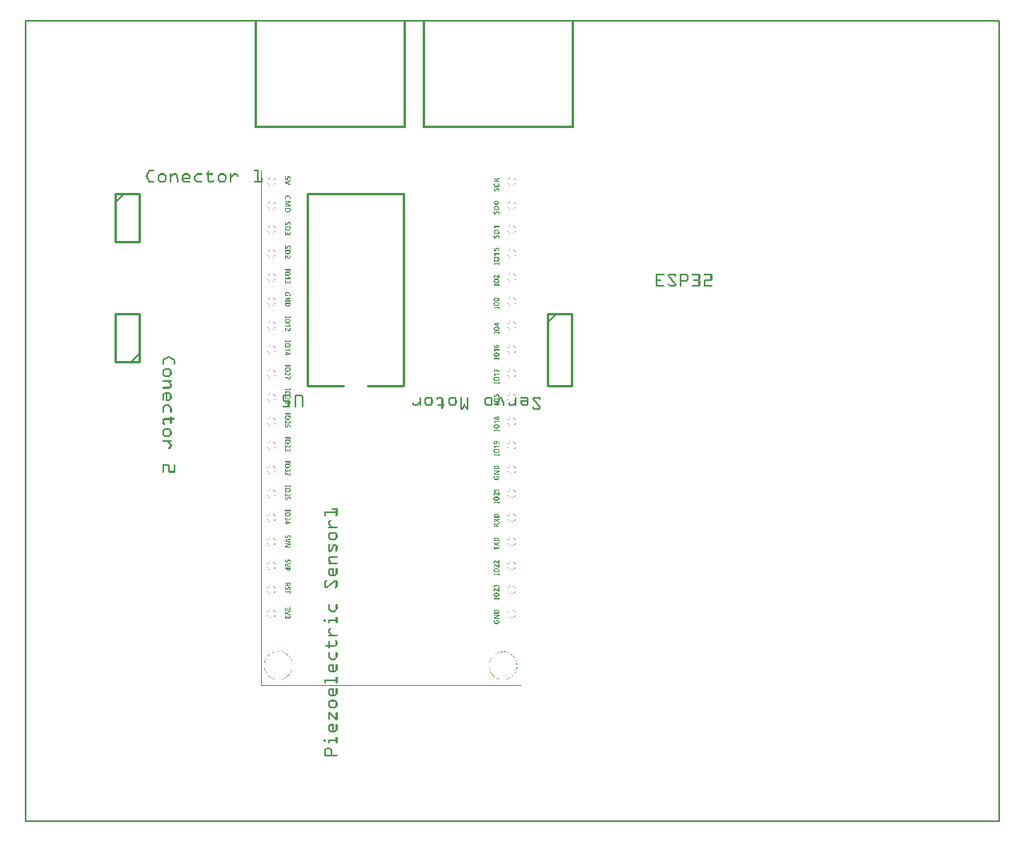
<source format=gto>
G04 MADE WITH FRITZING*
G04 WWW.FRITZING.ORG*
G04 SINGLE SIDED*
G04 HOLES NOT PLATED*
G04 CONTOUR ON CENTER OF CONTOUR VECTOR*
%ASAXBY*%
%FSLAX23Y23*%
%MOIN*%
%OFA0B0*%
%SFA1.0B1.0*%
%ADD10R,4.060800X3.338510X4.044800X3.322510*%
%ADD11C,0.008000*%
%ADD12C,0.010000*%
%ADD13C,0.005000*%
%ADD14R,0.001000X0.001000*%
%LNSILK1*%
G90*
G70*
G54D11*
X4Y3335D02*
X4057Y3335D01*
X4057Y4D01*
X4Y4D01*
X4Y3335D01*
D02*
G54D12*
X379Y2615D02*
X379Y2415D01*
D02*
X379Y2415D02*
X479Y2415D01*
D02*
X479Y2415D02*
X479Y2615D01*
D02*
X479Y2615D02*
X379Y2615D01*
G54D13*
D02*
X379Y2580D02*
X414Y2615D01*
G54D12*
D02*
X479Y1915D02*
X479Y2115D01*
D02*
X479Y2115D02*
X379Y2115D01*
D02*
X379Y2115D02*
X379Y1915D01*
D02*
X379Y1915D02*
X479Y1915D01*
G54D13*
D02*
X479Y1950D02*
X444Y1915D01*
G54D12*
D02*
X1579Y1815D02*
X1579Y2615D01*
D02*
X1579Y2615D02*
X1179Y2615D01*
D02*
X1179Y2615D02*
X1179Y1815D01*
D02*
X1579Y1815D02*
X1429Y1815D01*
D02*
X1329Y1815D02*
X1179Y1815D01*
D02*
X2179Y2115D02*
X2179Y1815D01*
D02*
X2179Y1815D02*
X2279Y1815D01*
D02*
X2279Y1815D02*
X2279Y2115D01*
D02*
X2279Y2115D02*
X2179Y2115D01*
G54D13*
D02*
X2179Y2080D02*
X2214Y2115D01*
G54D14*
X959Y3339D02*
X969Y3339D01*
X1578Y3339D02*
X1588Y3339D01*
X1659Y3339D02*
X1669Y3339D01*
X2278Y3339D02*
X2288Y3339D01*
X959Y3338D02*
X969Y3338D01*
X1578Y3338D02*
X1588Y3338D01*
X1659Y3338D02*
X1669Y3338D01*
X2278Y3338D02*
X2288Y3338D01*
X959Y3337D02*
X969Y3337D01*
X1578Y3337D02*
X1588Y3337D01*
X1659Y3337D02*
X1669Y3337D01*
X2278Y3337D02*
X2288Y3337D01*
X959Y3336D02*
X969Y3336D01*
X1578Y3336D02*
X1588Y3336D01*
X1659Y3336D02*
X1669Y3336D01*
X2278Y3336D02*
X2288Y3336D01*
X959Y3335D02*
X969Y3335D01*
X1578Y3335D02*
X1588Y3335D01*
X1659Y3335D02*
X1669Y3335D01*
X2278Y3335D02*
X2288Y3335D01*
X959Y3334D02*
X969Y3334D01*
X1578Y3334D02*
X1588Y3334D01*
X1659Y3334D02*
X1669Y3334D01*
X2278Y3334D02*
X2288Y3334D01*
X959Y3333D02*
X969Y3333D01*
X1578Y3333D02*
X1588Y3333D01*
X1659Y3333D02*
X1669Y3333D01*
X2278Y3333D02*
X2288Y3333D01*
X959Y3332D02*
X969Y3332D01*
X1578Y3332D02*
X1588Y3332D01*
X1659Y3332D02*
X1669Y3332D01*
X2278Y3332D02*
X2288Y3332D01*
X959Y3331D02*
X969Y3331D01*
X1578Y3331D02*
X1588Y3331D01*
X1659Y3331D02*
X1669Y3331D01*
X2278Y3331D02*
X2288Y3331D01*
X959Y3330D02*
X969Y3330D01*
X1578Y3330D02*
X1588Y3330D01*
X1659Y3330D02*
X1669Y3330D01*
X2278Y3330D02*
X2288Y3330D01*
X959Y3329D02*
X969Y3329D01*
X1578Y3329D02*
X1588Y3329D01*
X1659Y3329D02*
X1669Y3329D01*
X2278Y3329D02*
X2288Y3329D01*
X959Y3328D02*
X969Y3328D01*
X1578Y3328D02*
X1588Y3328D01*
X1659Y3328D02*
X1669Y3328D01*
X2278Y3328D02*
X2288Y3328D01*
X959Y3327D02*
X969Y3327D01*
X1578Y3327D02*
X1588Y3327D01*
X1659Y3327D02*
X1669Y3327D01*
X2278Y3327D02*
X2288Y3327D01*
X959Y3326D02*
X969Y3326D01*
X1578Y3326D02*
X1588Y3326D01*
X1659Y3326D02*
X1669Y3326D01*
X2278Y3326D02*
X2288Y3326D01*
X959Y3325D02*
X969Y3325D01*
X1578Y3325D02*
X1588Y3325D01*
X1659Y3325D02*
X1669Y3325D01*
X2278Y3325D02*
X2288Y3325D01*
X959Y3324D02*
X969Y3324D01*
X1578Y3324D02*
X1588Y3324D01*
X1659Y3324D02*
X1669Y3324D01*
X2278Y3324D02*
X2288Y3324D01*
X959Y3323D02*
X969Y3323D01*
X1578Y3323D02*
X1588Y3323D01*
X1659Y3323D02*
X1669Y3323D01*
X2278Y3323D02*
X2288Y3323D01*
X959Y3322D02*
X969Y3322D01*
X1578Y3322D02*
X1588Y3322D01*
X1659Y3322D02*
X1669Y3322D01*
X2278Y3322D02*
X2288Y3322D01*
X959Y3321D02*
X969Y3321D01*
X1578Y3321D02*
X1588Y3321D01*
X1659Y3321D02*
X1669Y3321D01*
X2278Y3321D02*
X2288Y3321D01*
X959Y3320D02*
X969Y3320D01*
X1578Y3320D02*
X1588Y3320D01*
X1659Y3320D02*
X1669Y3320D01*
X2278Y3320D02*
X2288Y3320D01*
X959Y3319D02*
X969Y3319D01*
X1578Y3319D02*
X1588Y3319D01*
X1659Y3319D02*
X1669Y3319D01*
X2278Y3319D02*
X2288Y3319D01*
X959Y3318D02*
X969Y3318D01*
X1578Y3318D02*
X1588Y3318D01*
X1659Y3318D02*
X1669Y3318D01*
X2278Y3318D02*
X2288Y3318D01*
X959Y3317D02*
X969Y3317D01*
X1578Y3317D02*
X1588Y3317D01*
X1659Y3317D02*
X1669Y3317D01*
X2278Y3317D02*
X2288Y3317D01*
X959Y3316D02*
X969Y3316D01*
X1578Y3316D02*
X1588Y3316D01*
X1659Y3316D02*
X1669Y3316D01*
X2278Y3316D02*
X2288Y3316D01*
X959Y3315D02*
X969Y3315D01*
X1578Y3315D02*
X1588Y3315D01*
X1659Y3315D02*
X1669Y3315D01*
X2278Y3315D02*
X2288Y3315D01*
X959Y3314D02*
X969Y3314D01*
X1578Y3314D02*
X1588Y3314D01*
X1659Y3314D02*
X1669Y3314D01*
X2278Y3314D02*
X2288Y3314D01*
X959Y3313D02*
X969Y3313D01*
X1578Y3313D02*
X1588Y3313D01*
X1659Y3313D02*
X1669Y3313D01*
X2278Y3313D02*
X2288Y3313D01*
X959Y3312D02*
X969Y3312D01*
X1578Y3312D02*
X1588Y3312D01*
X1659Y3312D02*
X1669Y3312D01*
X2278Y3312D02*
X2288Y3312D01*
X959Y3311D02*
X969Y3311D01*
X1578Y3311D02*
X1588Y3311D01*
X1659Y3311D02*
X1669Y3311D01*
X2278Y3311D02*
X2288Y3311D01*
X959Y3310D02*
X969Y3310D01*
X1578Y3310D02*
X1588Y3310D01*
X1659Y3310D02*
X1669Y3310D01*
X2278Y3310D02*
X2288Y3310D01*
X959Y3309D02*
X969Y3309D01*
X1578Y3309D02*
X1588Y3309D01*
X1659Y3309D02*
X1669Y3309D01*
X2278Y3309D02*
X2288Y3309D01*
X959Y3308D02*
X969Y3308D01*
X1578Y3308D02*
X1588Y3308D01*
X1659Y3308D02*
X1669Y3308D01*
X2278Y3308D02*
X2288Y3308D01*
X959Y3307D02*
X969Y3307D01*
X1578Y3307D02*
X1588Y3307D01*
X1659Y3307D02*
X1669Y3307D01*
X2278Y3307D02*
X2288Y3307D01*
X959Y3306D02*
X969Y3306D01*
X1578Y3306D02*
X1588Y3306D01*
X1659Y3306D02*
X1669Y3306D01*
X2278Y3306D02*
X2288Y3306D01*
X959Y3305D02*
X969Y3305D01*
X1578Y3305D02*
X1588Y3305D01*
X1659Y3305D02*
X1669Y3305D01*
X2278Y3305D02*
X2288Y3305D01*
X959Y3304D02*
X969Y3304D01*
X1578Y3304D02*
X1588Y3304D01*
X1659Y3304D02*
X1669Y3304D01*
X2278Y3304D02*
X2288Y3304D01*
X959Y3303D02*
X969Y3303D01*
X1578Y3303D02*
X1588Y3303D01*
X1659Y3303D02*
X1669Y3303D01*
X2278Y3303D02*
X2288Y3303D01*
X959Y3302D02*
X969Y3302D01*
X1578Y3302D02*
X1588Y3302D01*
X1659Y3302D02*
X1669Y3302D01*
X2278Y3302D02*
X2288Y3302D01*
X959Y3301D02*
X969Y3301D01*
X1578Y3301D02*
X1588Y3301D01*
X1659Y3301D02*
X1669Y3301D01*
X2278Y3301D02*
X2288Y3301D01*
X959Y3300D02*
X969Y3300D01*
X1578Y3300D02*
X1588Y3300D01*
X1659Y3300D02*
X1669Y3300D01*
X2278Y3300D02*
X2288Y3300D01*
X959Y3299D02*
X969Y3299D01*
X1578Y3299D02*
X1588Y3299D01*
X1659Y3299D02*
X1669Y3299D01*
X2278Y3299D02*
X2288Y3299D01*
X959Y3298D02*
X969Y3298D01*
X1578Y3298D02*
X1588Y3298D01*
X1659Y3298D02*
X1669Y3298D01*
X2278Y3298D02*
X2288Y3298D01*
X959Y3297D02*
X969Y3297D01*
X1578Y3297D02*
X1588Y3297D01*
X1659Y3297D02*
X1669Y3297D01*
X2278Y3297D02*
X2288Y3297D01*
X959Y3296D02*
X969Y3296D01*
X1578Y3296D02*
X1588Y3296D01*
X1659Y3296D02*
X1669Y3296D01*
X2278Y3296D02*
X2288Y3296D01*
X959Y3295D02*
X969Y3295D01*
X1578Y3295D02*
X1588Y3295D01*
X1659Y3295D02*
X1669Y3295D01*
X2278Y3295D02*
X2288Y3295D01*
X959Y3294D02*
X969Y3294D01*
X1578Y3294D02*
X1588Y3294D01*
X1659Y3294D02*
X1669Y3294D01*
X2278Y3294D02*
X2288Y3294D01*
X959Y3293D02*
X969Y3293D01*
X1578Y3293D02*
X1588Y3293D01*
X1659Y3293D02*
X1669Y3293D01*
X2278Y3293D02*
X2288Y3293D01*
X959Y3292D02*
X969Y3292D01*
X1578Y3292D02*
X1588Y3292D01*
X1659Y3292D02*
X1669Y3292D01*
X2278Y3292D02*
X2288Y3292D01*
X959Y3291D02*
X969Y3291D01*
X1578Y3291D02*
X1588Y3291D01*
X1659Y3291D02*
X1669Y3291D01*
X2278Y3291D02*
X2288Y3291D01*
X959Y3290D02*
X969Y3290D01*
X1578Y3290D02*
X1588Y3290D01*
X1659Y3290D02*
X1669Y3290D01*
X2278Y3290D02*
X2288Y3290D01*
X959Y3289D02*
X969Y3289D01*
X1578Y3289D02*
X1588Y3289D01*
X1659Y3289D02*
X1669Y3289D01*
X2278Y3289D02*
X2288Y3289D01*
X959Y3288D02*
X969Y3288D01*
X1578Y3288D02*
X1588Y3288D01*
X1659Y3288D02*
X1669Y3288D01*
X2278Y3288D02*
X2288Y3288D01*
X959Y3287D02*
X969Y3287D01*
X1578Y3287D02*
X1588Y3287D01*
X1659Y3287D02*
X1669Y3287D01*
X2278Y3287D02*
X2288Y3287D01*
X959Y3286D02*
X969Y3286D01*
X1578Y3286D02*
X1588Y3286D01*
X1659Y3286D02*
X1669Y3286D01*
X2278Y3286D02*
X2288Y3286D01*
X959Y3285D02*
X969Y3285D01*
X1578Y3285D02*
X1588Y3285D01*
X1659Y3285D02*
X1669Y3285D01*
X2278Y3285D02*
X2288Y3285D01*
X959Y3284D02*
X969Y3284D01*
X1578Y3284D02*
X1588Y3284D01*
X1659Y3284D02*
X1669Y3284D01*
X2278Y3284D02*
X2288Y3284D01*
X959Y3283D02*
X969Y3283D01*
X1578Y3283D02*
X1588Y3283D01*
X1659Y3283D02*
X1669Y3283D01*
X2278Y3283D02*
X2288Y3283D01*
X959Y3282D02*
X969Y3282D01*
X1578Y3282D02*
X1588Y3282D01*
X1659Y3282D02*
X1669Y3282D01*
X2278Y3282D02*
X2288Y3282D01*
X959Y3281D02*
X969Y3281D01*
X1578Y3281D02*
X1588Y3281D01*
X1659Y3281D02*
X1669Y3281D01*
X2278Y3281D02*
X2288Y3281D01*
X959Y3280D02*
X969Y3280D01*
X1578Y3280D02*
X1588Y3280D01*
X1659Y3280D02*
X1669Y3280D01*
X2278Y3280D02*
X2288Y3280D01*
X959Y3279D02*
X969Y3279D01*
X1578Y3279D02*
X1588Y3279D01*
X1659Y3279D02*
X1669Y3279D01*
X2278Y3279D02*
X2288Y3279D01*
X959Y3278D02*
X969Y3278D01*
X1578Y3278D02*
X1588Y3278D01*
X1659Y3278D02*
X1669Y3278D01*
X2278Y3278D02*
X2288Y3278D01*
X959Y3277D02*
X969Y3277D01*
X1578Y3277D02*
X1588Y3277D01*
X1659Y3277D02*
X1669Y3277D01*
X2278Y3277D02*
X2288Y3277D01*
X959Y3276D02*
X969Y3276D01*
X1578Y3276D02*
X1588Y3276D01*
X1659Y3276D02*
X1669Y3276D01*
X2278Y3276D02*
X2288Y3276D01*
X959Y3275D02*
X969Y3275D01*
X1578Y3275D02*
X1588Y3275D01*
X1659Y3275D02*
X1669Y3275D01*
X2278Y3275D02*
X2288Y3275D01*
X959Y3274D02*
X969Y3274D01*
X1578Y3274D02*
X1588Y3274D01*
X1659Y3274D02*
X1669Y3274D01*
X2278Y3274D02*
X2288Y3274D01*
X959Y3273D02*
X969Y3273D01*
X1578Y3273D02*
X1588Y3273D01*
X1659Y3273D02*
X1669Y3273D01*
X2278Y3273D02*
X2288Y3273D01*
X959Y3272D02*
X969Y3272D01*
X1578Y3272D02*
X1588Y3272D01*
X1659Y3272D02*
X1669Y3272D01*
X2278Y3272D02*
X2288Y3272D01*
X959Y3271D02*
X969Y3271D01*
X1578Y3271D02*
X1588Y3271D01*
X1659Y3271D02*
X1669Y3271D01*
X2278Y3271D02*
X2288Y3271D01*
X959Y3270D02*
X969Y3270D01*
X1578Y3270D02*
X1588Y3270D01*
X1659Y3270D02*
X1669Y3270D01*
X2278Y3270D02*
X2288Y3270D01*
X959Y3269D02*
X969Y3269D01*
X1578Y3269D02*
X1588Y3269D01*
X1659Y3269D02*
X1669Y3269D01*
X2278Y3269D02*
X2288Y3269D01*
X959Y3268D02*
X969Y3268D01*
X1578Y3268D02*
X1588Y3268D01*
X1659Y3268D02*
X1669Y3268D01*
X2278Y3268D02*
X2288Y3268D01*
X959Y3267D02*
X969Y3267D01*
X1578Y3267D02*
X1588Y3267D01*
X1659Y3267D02*
X1669Y3267D01*
X2278Y3267D02*
X2288Y3267D01*
X959Y3266D02*
X969Y3266D01*
X1578Y3266D02*
X1588Y3266D01*
X1659Y3266D02*
X1669Y3266D01*
X2278Y3266D02*
X2288Y3266D01*
X959Y3265D02*
X969Y3265D01*
X1578Y3265D02*
X1588Y3265D01*
X1659Y3265D02*
X1669Y3265D01*
X2278Y3265D02*
X2288Y3265D01*
X959Y3264D02*
X969Y3264D01*
X1578Y3264D02*
X1588Y3264D01*
X1659Y3264D02*
X1669Y3264D01*
X2278Y3264D02*
X2288Y3264D01*
X959Y3263D02*
X969Y3263D01*
X1578Y3263D02*
X1588Y3263D01*
X1659Y3263D02*
X1669Y3263D01*
X2278Y3263D02*
X2288Y3263D01*
X959Y3262D02*
X969Y3262D01*
X1578Y3262D02*
X1588Y3262D01*
X1659Y3262D02*
X1669Y3262D01*
X2278Y3262D02*
X2288Y3262D01*
X959Y3261D02*
X969Y3261D01*
X1578Y3261D02*
X1588Y3261D01*
X1659Y3261D02*
X1669Y3261D01*
X2278Y3261D02*
X2288Y3261D01*
X959Y3260D02*
X969Y3260D01*
X1578Y3260D02*
X1588Y3260D01*
X1659Y3260D02*
X1669Y3260D01*
X2278Y3260D02*
X2288Y3260D01*
X959Y3259D02*
X969Y3259D01*
X1578Y3259D02*
X1588Y3259D01*
X1659Y3259D02*
X1669Y3259D01*
X2278Y3259D02*
X2288Y3259D01*
X959Y3258D02*
X969Y3258D01*
X1578Y3258D02*
X1588Y3258D01*
X1659Y3258D02*
X1669Y3258D01*
X2278Y3258D02*
X2288Y3258D01*
X959Y3257D02*
X969Y3257D01*
X1578Y3257D02*
X1588Y3257D01*
X1659Y3257D02*
X1669Y3257D01*
X2278Y3257D02*
X2288Y3257D01*
X959Y3256D02*
X969Y3256D01*
X1578Y3256D02*
X1588Y3256D01*
X1659Y3256D02*
X1669Y3256D01*
X2278Y3256D02*
X2288Y3256D01*
X959Y3255D02*
X969Y3255D01*
X1578Y3255D02*
X1588Y3255D01*
X1659Y3255D02*
X1669Y3255D01*
X2278Y3255D02*
X2288Y3255D01*
X959Y3254D02*
X969Y3254D01*
X1578Y3254D02*
X1588Y3254D01*
X1659Y3254D02*
X1669Y3254D01*
X2278Y3254D02*
X2288Y3254D01*
X959Y3253D02*
X969Y3253D01*
X1578Y3253D02*
X1588Y3253D01*
X1659Y3253D02*
X1669Y3253D01*
X2278Y3253D02*
X2288Y3253D01*
X959Y3252D02*
X969Y3252D01*
X1578Y3252D02*
X1588Y3252D01*
X1659Y3252D02*
X1669Y3252D01*
X2278Y3252D02*
X2288Y3252D01*
X959Y3251D02*
X969Y3251D01*
X1578Y3251D02*
X1588Y3251D01*
X1659Y3251D02*
X1669Y3251D01*
X2278Y3251D02*
X2288Y3251D01*
X959Y3250D02*
X969Y3250D01*
X1578Y3250D02*
X1588Y3250D01*
X1659Y3250D02*
X1669Y3250D01*
X2278Y3250D02*
X2288Y3250D01*
X959Y3249D02*
X969Y3249D01*
X1578Y3249D02*
X1588Y3249D01*
X1659Y3249D02*
X1669Y3249D01*
X2278Y3249D02*
X2288Y3249D01*
X959Y3248D02*
X969Y3248D01*
X1578Y3248D02*
X1588Y3248D01*
X1659Y3248D02*
X1669Y3248D01*
X2278Y3248D02*
X2288Y3248D01*
X959Y3247D02*
X969Y3247D01*
X1578Y3247D02*
X1588Y3247D01*
X1659Y3247D02*
X1669Y3247D01*
X2278Y3247D02*
X2288Y3247D01*
X959Y3246D02*
X969Y3246D01*
X1578Y3246D02*
X1588Y3246D01*
X1659Y3246D02*
X1669Y3246D01*
X2278Y3246D02*
X2288Y3246D01*
X959Y3245D02*
X969Y3245D01*
X1578Y3245D02*
X1588Y3245D01*
X1659Y3245D02*
X1669Y3245D01*
X2278Y3245D02*
X2288Y3245D01*
X959Y3244D02*
X969Y3244D01*
X1578Y3244D02*
X1588Y3244D01*
X1659Y3244D02*
X1669Y3244D01*
X2278Y3244D02*
X2288Y3244D01*
X959Y3243D02*
X969Y3243D01*
X1578Y3243D02*
X1588Y3243D01*
X1659Y3243D02*
X1669Y3243D01*
X2278Y3243D02*
X2288Y3243D01*
X959Y3242D02*
X969Y3242D01*
X1578Y3242D02*
X1588Y3242D01*
X1659Y3242D02*
X1669Y3242D01*
X2278Y3242D02*
X2288Y3242D01*
X959Y3241D02*
X969Y3241D01*
X1578Y3241D02*
X1588Y3241D01*
X1659Y3241D02*
X1669Y3241D01*
X2278Y3241D02*
X2288Y3241D01*
X959Y3240D02*
X969Y3240D01*
X1578Y3240D02*
X1588Y3240D01*
X1659Y3240D02*
X1669Y3240D01*
X2278Y3240D02*
X2288Y3240D01*
X959Y3239D02*
X969Y3239D01*
X1578Y3239D02*
X1588Y3239D01*
X1659Y3239D02*
X1669Y3239D01*
X2278Y3239D02*
X2288Y3239D01*
X959Y3238D02*
X969Y3238D01*
X1578Y3238D02*
X1588Y3238D01*
X1659Y3238D02*
X1669Y3238D01*
X2278Y3238D02*
X2288Y3238D01*
X959Y3237D02*
X969Y3237D01*
X1578Y3237D02*
X1588Y3237D01*
X1659Y3237D02*
X1669Y3237D01*
X2278Y3237D02*
X2288Y3237D01*
X959Y3236D02*
X969Y3236D01*
X1578Y3236D02*
X1588Y3236D01*
X1659Y3236D02*
X1669Y3236D01*
X2278Y3236D02*
X2288Y3236D01*
X959Y3235D02*
X969Y3235D01*
X1578Y3235D02*
X1588Y3235D01*
X1659Y3235D02*
X1669Y3235D01*
X2278Y3235D02*
X2288Y3235D01*
X959Y3234D02*
X969Y3234D01*
X1578Y3234D02*
X1588Y3234D01*
X1659Y3234D02*
X1669Y3234D01*
X2278Y3234D02*
X2288Y3234D01*
X959Y3233D02*
X969Y3233D01*
X1578Y3233D02*
X1588Y3233D01*
X1659Y3233D02*
X1669Y3233D01*
X2278Y3233D02*
X2288Y3233D01*
X959Y3232D02*
X969Y3232D01*
X1578Y3232D02*
X1588Y3232D01*
X1659Y3232D02*
X1669Y3232D01*
X2278Y3232D02*
X2288Y3232D01*
X959Y3231D02*
X969Y3231D01*
X1578Y3231D02*
X1588Y3231D01*
X1659Y3231D02*
X1669Y3231D01*
X2278Y3231D02*
X2288Y3231D01*
X959Y3230D02*
X969Y3230D01*
X1578Y3230D02*
X1588Y3230D01*
X1659Y3230D02*
X1669Y3230D01*
X2278Y3230D02*
X2288Y3230D01*
X959Y3229D02*
X969Y3229D01*
X1578Y3229D02*
X1588Y3229D01*
X1659Y3229D02*
X1669Y3229D01*
X2278Y3229D02*
X2288Y3229D01*
X959Y3228D02*
X969Y3228D01*
X1578Y3228D02*
X1588Y3228D01*
X1659Y3228D02*
X1669Y3228D01*
X2278Y3228D02*
X2288Y3228D01*
X959Y3227D02*
X969Y3227D01*
X1578Y3227D02*
X1588Y3227D01*
X1659Y3227D02*
X1669Y3227D01*
X2278Y3227D02*
X2288Y3227D01*
X959Y3226D02*
X969Y3226D01*
X1578Y3226D02*
X1588Y3226D01*
X1659Y3226D02*
X1669Y3226D01*
X2278Y3226D02*
X2288Y3226D01*
X959Y3225D02*
X969Y3225D01*
X1578Y3225D02*
X1588Y3225D01*
X1659Y3225D02*
X1669Y3225D01*
X2278Y3225D02*
X2288Y3225D01*
X959Y3224D02*
X969Y3224D01*
X1578Y3224D02*
X1588Y3224D01*
X1659Y3224D02*
X1669Y3224D01*
X2278Y3224D02*
X2288Y3224D01*
X959Y3223D02*
X969Y3223D01*
X1578Y3223D02*
X1588Y3223D01*
X1659Y3223D02*
X1669Y3223D01*
X2278Y3223D02*
X2288Y3223D01*
X959Y3222D02*
X969Y3222D01*
X1578Y3222D02*
X1588Y3222D01*
X1659Y3222D02*
X1669Y3222D01*
X2278Y3222D02*
X2288Y3222D01*
X959Y3221D02*
X969Y3221D01*
X1578Y3221D02*
X1588Y3221D01*
X1659Y3221D02*
X1669Y3221D01*
X2278Y3221D02*
X2288Y3221D01*
X959Y3220D02*
X969Y3220D01*
X1578Y3220D02*
X1588Y3220D01*
X1659Y3220D02*
X1669Y3220D01*
X2278Y3220D02*
X2288Y3220D01*
X959Y3219D02*
X969Y3219D01*
X1578Y3219D02*
X1588Y3219D01*
X1659Y3219D02*
X1669Y3219D01*
X2278Y3219D02*
X2288Y3219D01*
X959Y3218D02*
X969Y3218D01*
X1578Y3218D02*
X1588Y3218D01*
X1659Y3218D02*
X1669Y3218D01*
X2278Y3218D02*
X2288Y3218D01*
X959Y3217D02*
X969Y3217D01*
X1578Y3217D02*
X1588Y3217D01*
X1659Y3217D02*
X1669Y3217D01*
X2278Y3217D02*
X2288Y3217D01*
X959Y3216D02*
X969Y3216D01*
X1578Y3216D02*
X1588Y3216D01*
X1659Y3216D02*
X1669Y3216D01*
X2278Y3216D02*
X2288Y3216D01*
X959Y3215D02*
X969Y3215D01*
X1578Y3215D02*
X1588Y3215D01*
X1659Y3215D02*
X1669Y3215D01*
X2278Y3215D02*
X2288Y3215D01*
X959Y3214D02*
X969Y3214D01*
X1578Y3214D02*
X1588Y3214D01*
X1659Y3214D02*
X1669Y3214D01*
X2278Y3214D02*
X2288Y3214D01*
X959Y3213D02*
X969Y3213D01*
X1578Y3213D02*
X1588Y3213D01*
X1659Y3213D02*
X1669Y3213D01*
X2278Y3213D02*
X2288Y3213D01*
X959Y3212D02*
X969Y3212D01*
X1578Y3212D02*
X1588Y3212D01*
X1659Y3212D02*
X1669Y3212D01*
X2278Y3212D02*
X2288Y3212D01*
X959Y3211D02*
X969Y3211D01*
X1578Y3211D02*
X1588Y3211D01*
X1659Y3211D02*
X1669Y3211D01*
X2278Y3211D02*
X2288Y3211D01*
X959Y3210D02*
X969Y3210D01*
X1578Y3210D02*
X1588Y3210D01*
X1659Y3210D02*
X1669Y3210D01*
X2278Y3210D02*
X2288Y3210D01*
X959Y3209D02*
X969Y3209D01*
X1578Y3209D02*
X1588Y3209D01*
X1659Y3209D02*
X1669Y3209D01*
X2278Y3209D02*
X2288Y3209D01*
X959Y3208D02*
X969Y3208D01*
X1578Y3208D02*
X1588Y3208D01*
X1659Y3208D02*
X1669Y3208D01*
X2278Y3208D02*
X2288Y3208D01*
X959Y3207D02*
X969Y3207D01*
X1578Y3207D02*
X1588Y3207D01*
X1659Y3207D02*
X1669Y3207D01*
X2278Y3207D02*
X2288Y3207D01*
X959Y3206D02*
X969Y3206D01*
X1578Y3206D02*
X1588Y3206D01*
X1659Y3206D02*
X1669Y3206D01*
X2278Y3206D02*
X2288Y3206D01*
X959Y3205D02*
X969Y3205D01*
X1578Y3205D02*
X1588Y3205D01*
X1659Y3205D02*
X1669Y3205D01*
X2278Y3205D02*
X2288Y3205D01*
X959Y3204D02*
X969Y3204D01*
X1578Y3204D02*
X1588Y3204D01*
X1659Y3204D02*
X1669Y3204D01*
X2278Y3204D02*
X2288Y3204D01*
X959Y3203D02*
X969Y3203D01*
X1578Y3203D02*
X1588Y3203D01*
X1659Y3203D02*
X1669Y3203D01*
X2278Y3203D02*
X2288Y3203D01*
X959Y3202D02*
X969Y3202D01*
X1578Y3202D02*
X1588Y3202D01*
X1659Y3202D02*
X1669Y3202D01*
X2278Y3202D02*
X2288Y3202D01*
X959Y3201D02*
X969Y3201D01*
X1578Y3201D02*
X1588Y3201D01*
X1659Y3201D02*
X1669Y3201D01*
X2278Y3201D02*
X2288Y3201D01*
X959Y3200D02*
X969Y3200D01*
X1578Y3200D02*
X1588Y3200D01*
X1659Y3200D02*
X1669Y3200D01*
X2278Y3200D02*
X2288Y3200D01*
X959Y3199D02*
X969Y3199D01*
X1578Y3199D02*
X1588Y3199D01*
X1659Y3199D02*
X1669Y3199D01*
X2278Y3199D02*
X2288Y3199D01*
X959Y3198D02*
X969Y3198D01*
X1578Y3198D02*
X1588Y3198D01*
X1659Y3198D02*
X1669Y3198D01*
X2278Y3198D02*
X2288Y3198D01*
X959Y3197D02*
X969Y3197D01*
X1578Y3197D02*
X1588Y3197D01*
X1659Y3197D02*
X1669Y3197D01*
X2278Y3197D02*
X2288Y3197D01*
X959Y3196D02*
X969Y3196D01*
X1578Y3196D02*
X1588Y3196D01*
X1659Y3196D02*
X1669Y3196D01*
X2278Y3196D02*
X2288Y3196D01*
X959Y3195D02*
X969Y3195D01*
X1578Y3195D02*
X1588Y3195D01*
X1659Y3195D02*
X1669Y3195D01*
X2278Y3195D02*
X2288Y3195D01*
X959Y3194D02*
X969Y3194D01*
X1578Y3194D02*
X1588Y3194D01*
X1659Y3194D02*
X1669Y3194D01*
X2278Y3194D02*
X2288Y3194D01*
X959Y3193D02*
X969Y3193D01*
X1578Y3193D02*
X1588Y3193D01*
X1659Y3193D02*
X1669Y3193D01*
X2278Y3193D02*
X2288Y3193D01*
X959Y3192D02*
X969Y3192D01*
X1578Y3192D02*
X1588Y3192D01*
X1659Y3192D02*
X1669Y3192D01*
X2278Y3192D02*
X2288Y3192D01*
X959Y3191D02*
X969Y3191D01*
X1578Y3191D02*
X1588Y3191D01*
X1659Y3191D02*
X1669Y3191D01*
X2278Y3191D02*
X2288Y3191D01*
X959Y3190D02*
X969Y3190D01*
X1578Y3190D02*
X1588Y3190D01*
X1659Y3190D02*
X1669Y3190D01*
X2278Y3190D02*
X2288Y3190D01*
X959Y3189D02*
X969Y3189D01*
X1578Y3189D02*
X1588Y3189D01*
X1659Y3189D02*
X1669Y3189D01*
X2278Y3189D02*
X2288Y3189D01*
X959Y3188D02*
X969Y3188D01*
X1578Y3188D02*
X1588Y3188D01*
X1659Y3188D02*
X1669Y3188D01*
X2278Y3188D02*
X2288Y3188D01*
X959Y3187D02*
X969Y3187D01*
X1578Y3187D02*
X1588Y3187D01*
X1659Y3187D02*
X1669Y3187D01*
X2278Y3187D02*
X2288Y3187D01*
X959Y3186D02*
X969Y3186D01*
X1578Y3186D02*
X1588Y3186D01*
X1659Y3186D02*
X1669Y3186D01*
X2278Y3186D02*
X2288Y3186D01*
X959Y3185D02*
X969Y3185D01*
X1578Y3185D02*
X1588Y3185D01*
X1659Y3185D02*
X1669Y3185D01*
X2278Y3185D02*
X2288Y3185D01*
X959Y3184D02*
X969Y3184D01*
X1578Y3184D02*
X1588Y3184D01*
X1659Y3184D02*
X1669Y3184D01*
X2278Y3184D02*
X2288Y3184D01*
X959Y3183D02*
X969Y3183D01*
X1578Y3183D02*
X1588Y3183D01*
X1659Y3183D02*
X1669Y3183D01*
X2278Y3183D02*
X2288Y3183D01*
X959Y3182D02*
X969Y3182D01*
X1578Y3182D02*
X1588Y3182D01*
X1659Y3182D02*
X1669Y3182D01*
X2278Y3182D02*
X2288Y3182D01*
X959Y3181D02*
X969Y3181D01*
X1578Y3181D02*
X1588Y3181D01*
X1659Y3181D02*
X1669Y3181D01*
X2278Y3181D02*
X2288Y3181D01*
X959Y3180D02*
X969Y3180D01*
X1578Y3180D02*
X1588Y3180D01*
X1659Y3180D02*
X1669Y3180D01*
X2278Y3180D02*
X2288Y3180D01*
X959Y3179D02*
X969Y3179D01*
X1578Y3179D02*
X1588Y3179D01*
X1659Y3179D02*
X1669Y3179D01*
X2278Y3179D02*
X2288Y3179D01*
X959Y3178D02*
X969Y3178D01*
X1578Y3178D02*
X1588Y3178D01*
X1659Y3178D02*
X1669Y3178D01*
X2278Y3178D02*
X2288Y3178D01*
X959Y3177D02*
X969Y3177D01*
X1578Y3177D02*
X1588Y3177D01*
X1659Y3177D02*
X1669Y3177D01*
X2278Y3177D02*
X2288Y3177D01*
X959Y3176D02*
X969Y3176D01*
X1578Y3176D02*
X1588Y3176D01*
X1659Y3176D02*
X1669Y3176D01*
X2278Y3176D02*
X2288Y3176D01*
X959Y3175D02*
X969Y3175D01*
X1578Y3175D02*
X1588Y3175D01*
X1659Y3175D02*
X1669Y3175D01*
X2278Y3175D02*
X2288Y3175D01*
X959Y3174D02*
X969Y3174D01*
X1578Y3174D02*
X1588Y3174D01*
X1659Y3174D02*
X1669Y3174D01*
X2278Y3174D02*
X2288Y3174D01*
X959Y3173D02*
X969Y3173D01*
X1578Y3173D02*
X1588Y3173D01*
X1659Y3173D02*
X1669Y3173D01*
X2278Y3173D02*
X2288Y3173D01*
X959Y3172D02*
X969Y3172D01*
X1578Y3172D02*
X1588Y3172D01*
X1659Y3172D02*
X1669Y3172D01*
X2278Y3172D02*
X2288Y3172D01*
X959Y3171D02*
X969Y3171D01*
X1578Y3171D02*
X1588Y3171D01*
X1659Y3171D02*
X1669Y3171D01*
X2278Y3171D02*
X2288Y3171D01*
X959Y3170D02*
X969Y3170D01*
X1578Y3170D02*
X1588Y3170D01*
X1659Y3170D02*
X1669Y3170D01*
X2278Y3170D02*
X2288Y3170D01*
X959Y3169D02*
X969Y3169D01*
X1578Y3169D02*
X1588Y3169D01*
X1659Y3169D02*
X1669Y3169D01*
X2278Y3169D02*
X2288Y3169D01*
X959Y3168D02*
X969Y3168D01*
X1578Y3168D02*
X1588Y3168D01*
X1659Y3168D02*
X1669Y3168D01*
X2278Y3168D02*
X2288Y3168D01*
X959Y3167D02*
X969Y3167D01*
X1578Y3167D02*
X1588Y3167D01*
X1659Y3167D02*
X1669Y3167D01*
X2278Y3167D02*
X2288Y3167D01*
X959Y3166D02*
X969Y3166D01*
X1578Y3166D02*
X1588Y3166D01*
X1659Y3166D02*
X1669Y3166D01*
X2278Y3166D02*
X2288Y3166D01*
X959Y3165D02*
X969Y3165D01*
X1578Y3165D02*
X1588Y3165D01*
X1659Y3165D02*
X1669Y3165D01*
X2278Y3165D02*
X2288Y3165D01*
X959Y3164D02*
X969Y3164D01*
X1578Y3164D02*
X1588Y3164D01*
X1659Y3164D02*
X1669Y3164D01*
X2278Y3164D02*
X2288Y3164D01*
X959Y3163D02*
X969Y3163D01*
X1578Y3163D02*
X1588Y3163D01*
X1659Y3163D02*
X1669Y3163D01*
X2278Y3163D02*
X2288Y3163D01*
X959Y3162D02*
X969Y3162D01*
X1578Y3162D02*
X1588Y3162D01*
X1659Y3162D02*
X1669Y3162D01*
X2278Y3162D02*
X2288Y3162D01*
X959Y3161D02*
X969Y3161D01*
X1578Y3161D02*
X1588Y3161D01*
X1659Y3161D02*
X1669Y3161D01*
X2278Y3161D02*
X2288Y3161D01*
X959Y3160D02*
X969Y3160D01*
X1578Y3160D02*
X1588Y3160D01*
X1659Y3160D02*
X1669Y3160D01*
X2278Y3160D02*
X2288Y3160D01*
X959Y3159D02*
X969Y3159D01*
X1578Y3159D02*
X1588Y3159D01*
X1659Y3159D02*
X1669Y3159D01*
X2278Y3159D02*
X2288Y3159D01*
X959Y3158D02*
X969Y3158D01*
X1578Y3158D02*
X1588Y3158D01*
X1659Y3158D02*
X1669Y3158D01*
X2278Y3158D02*
X2288Y3158D01*
X959Y3157D02*
X969Y3157D01*
X1578Y3157D02*
X1588Y3157D01*
X1659Y3157D02*
X1669Y3157D01*
X2278Y3157D02*
X2288Y3157D01*
X959Y3156D02*
X969Y3156D01*
X1578Y3156D02*
X1588Y3156D01*
X1659Y3156D02*
X1669Y3156D01*
X2278Y3156D02*
X2288Y3156D01*
X959Y3155D02*
X969Y3155D01*
X1578Y3155D02*
X1588Y3155D01*
X1659Y3155D02*
X1669Y3155D01*
X2278Y3155D02*
X2288Y3155D01*
X959Y3154D02*
X969Y3154D01*
X1578Y3154D02*
X1588Y3154D01*
X1659Y3154D02*
X1669Y3154D01*
X2278Y3154D02*
X2288Y3154D01*
X959Y3153D02*
X969Y3153D01*
X1578Y3153D02*
X1588Y3153D01*
X1659Y3153D02*
X1669Y3153D01*
X2278Y3153D02*
X2288Y3153D01*
X959Y3152D02*
X969Y3152D01*
X1578Y3152D02*
X1588Y3152D01*
X1659Y3152D02*
X1669Y3152D01*
X2278Y3152D02*
X2288Y3152D01*
X959Y3151D02*
X969Y3151D01*
X1578Y3151D02*
X1588Y3151D01*
X1659Y3151D02*
X1669Y3151D01*
X2278Y3151D02*
X2288Y3151D01*
X959Y3150D02*
X969Y3150D01*
X1578Y3150D02*
X1588Y3150D01*
X1659Y3150D02*
X1669Y3150D01*
X2278Y3150D02*
X2288Y3150D01*
X959Y3149D02*
X969Y3149D01*
X1578Y3149D02*
X1588Y3149D01*
X1659Y3149D02*
X1669Y3149D01*
X2278Y3149D02*
X2288Y3149D01*
X959Y3148D02*
X969Y3148D01*
X1578Y3148D02*
X1588Y3148D01*
X1659Y3148D02*
X1669Y3148D01*
X2278Y3148D02*
X2288Y3148D01*
X959Y3147D02*
X969Y3147D01*
X1578Y3147D02*
X1588Y3147D01*
X1659Y3147D02*
X1669Y3147D01*
X2278Y3147D02*
X2288Y3147D01*
X959Y3146D02*
X969Y3146D01*
X1578Y3146D02*
X1588Y3146D01*
X1659Y3146D02*
X1669Y3146D01*
X2278Y3146D02*
X2288Y3146D01*
X959Y3145D02*
X969Y3145D01*
X1578Y3145D02*
X1588Y3145D01*
X1659Y3145D02*
X1669Y3145D01*
X2278Y3145D02*
X2288Y3145D01*
X959Y3144D02*
X969Y3144D01*
X1578Y3144D02*
X1588Y3144D01*
X1659Y3144D02*
X1669Y3144D01*
X2278Y3144D02*
X2288Y3144D01*
X959Y3143D02*
X969Y3143D01*
X1578Y3143D02*
X1588Y3143D01*
X1659Y3143D02*
X1669Y3143D01*
X2278Y3143D02*
X2288Y3143D01*
X959Y3142D02*
X969Y3142D01*
X1578Y3142D02*
X1588Y3142D01*
X1659Y3142D02*
X1669Y3142D01*
X2278Y3142D02*
X2288Y3142D01*
X959Y3141D02*
X969Y3141D01*
X1578Y3141D02*
X1588Y3141D01*
X1659Y3141D02*
X1669Y3141D01*
X2278Y3141D02*
X2288Y3141D01*
X959Y3140D02*
X969Y3140D01*
X1578Y3140D02*
X1588Y3140D01*
X1659Y3140D02*
X1669Y3140D01*
X2278Y3140D02*
X2288Y3140D01*
X959Y3139D02*
X969Y3139D01*
X1578Y3139D02*
X1588Y3139D01*
X1659Y3139D02*
X1669Y3139D01*
X2278Y3139D02*
X2288Y3139D01*
X959Y3138D02*
X969Y3138D01*
X1578Y3138D02*
X1588Y3138D01*
X1659Y3138D02*
X1669Y3138D01*
X2278Y3138D02*
X2288Y3138D01*
X959Y3137D02*
X969Y3137D01*
X1578Y3137D02*
X1588Y3137D01*
X1659Y3137D02*
X1669Y3137D01*
X2278Y3137D02*
X2288Y3137D01*
X959Y3136D02*
X969Y3136D01*
X1578Y3136D02*
X1588Y3136D01*
X1659Y3136D02*
X1669Y3136D01*
X2278Y3136D02*
X2288Y3136D01*
X959Y3135D02*
X969Y3135D01*
X1578Y3135D02*
X1588Y3135D01*
X1659Y3135D02*
X1669Y3135D01*
X2278Y3135D02*
X2288Y3135D01*
X959Y3134D02*
X969Y3134D01*
X1578Y3134D02*
X1588Y3134D01*
X1659Y3134D02*
X1669Y3134D01*
X2278Y3134D02*
X2288Y3134D01*
X959Y3133D02*
X969Y3133D01*
X1578Y3133D02*
X1588Y3133D01*
X1659Y3133D02*
X1669Y3133D01*
X2278Y3133D02*
X2288Y3133D01*
X959Y3132D02*
X969Y3132D01*
X1578Y3132D02*
X1588Y3132D01*
X1659Y3132D02*
X1669Y3132D01*
X2278Y3132D02*
X2288Y3132D01*
X959Y3131D02*
X969Y3131D01*
X1578Y3131D02*
X1588Y3131D01*
X1659Y3131D02*
X1669Y3131D01*
X2278Y3131D02*
X2288Y3131D01*
X959Y3130D02*
X969Y3130D01*
X1578Y3130D02*
X1588Y3130D01*
X1659Y3130D02*
X1669Y3130D01*
X2278Y3130D02*
X2288Y3130D01*
X959Y3129D02*
X969Y3129D01*
X1578Y3129D02*
X1588Y3129D01*
X1659Y3129D02*
X1669Y3129D01*
X2278Y3129D02*
X2288Y3129D01*
X959Y3128D02*
X969Y3128D01*
X1578Y3128D02*
X1588Y3128D01*
X1659Y3128D02*
X1669Y3128D01*
X2278Y3128D02*
X2288Y3128D01*
X959Y3127D02*
X969Y3127D01*
X1578Y3127D02*
X1588Y3127D01*
X1659Y3127D02*
X1669Y3127D01*
X2278Y3127D02*
X2288Y3127D01*
X959Y3126D02*
X969Y3126D01*
X1578Y3126D02*
X1588Y3126D01*
X1659Y3126D02*
X1669Y3126D01*
X2278Y3126D02*
X2288Y3126D01*
X959Y3125D02*
X969Y3125D01*
X1578Y3125D02*
X1588Y3125D01*
X1659Y3125D02*
X1669Y3125D01*
X2278Y3125D02*
X2288Y3125D01*
X959Y3124D02*
X969Y3124D01*
X1578Y3124D02*
X1588Y3124D01*
X1659Y3124D02*
X1669Y3124D01*
X2278Y3124D02*
X2288Y3124D01*
X959Y3123D02*
X969Y3123D01*
X1578Y3123D02*
X1588Y3123D01*
X1659Y3123D02*
X1669Y3123D01*
X2278Y3123D02*
X2288Y3123D01*
X959Y3122D02*
X969Y3122D01*
X1578Y3122D02*
X1588Y3122D01*
X1659Y3122D02*
X1669Y3122D01*
X2278Y3122D02*
X2288Y3122D01*
X959Y3121D02*
X969Y3121D01*
X1578Y3121D02*
X1588Y3121D01*
X1659Y3121D02*
X1669Y3121D01*
X2278Y3121D02*
X2288Y3121D01*
X959Y3120D02*
X969Y3120D01*
X1578Y3120D02*
X1588Y3120D01*
X1659Y3120D02*
X1669Y3120D01*
X2278Y3120D02*
X2288Y3120D01*
X959Y3119D02*
X969Y3119D01*
X1578Y3119D02*
X1588Y3119D01*
X1659Y3119D02*
X1669Y3119D01*
X2278Y3119D02*
X2288Y3119D01*
X959Y3118D02*
X969Y3118D01*
X1578Y3118D02*
X1588Y3118D01*
X1659Y3118D02*
X1669Y3118D01*
X2278Y3118D02*
X2288Y3118D01*
X959Y3117D02*
X969Y3117D01*
X1578Y3117D02*
X1588Y3117D01*
X1659Y3117D02*
X1669Y3117D01*
X2278Y3117D02*
X2288Y3117D01*
X959Y3116D02*
X969Y3116D01*
X1578Y3116D02*
X1588Y3116D01*
X1659Y3116D02*
X1669Y3116D01*
X2278Y3116D02*
X2288Y3116D01*
X959Y3115D02*
X969Y3115D01*
X1578Y3115D02*
X1588Y3115D01*
X1659Y3115D02*
X1669Y3115D01*
X2278Y3115D02*
X2288Y3115D01*
X959Y3114D02*
X969Y3114D01*
X1578Y3114D02*
X1588Y3114D01*
X1659Y3114D02*
X1669Y3114D01*
X2278Y3114D02*
X2288Y3114D01*
X959Y3113D02*
X969Y3113D01*
X1578Y3113D02*
X1588Y3113D01*
X1659Y3113D02*
X1669Y3113D01*
X2278Y3113D02*
X2288Y3113D01*
X959Y3112D02*
X969Y3112D01*
X1578Y3112D02*
X1588Y3112D01*
X1659Y3112D02*
X1669Y3112D01*
X2278Y3112D02*
X2288Y3112D01*
X959Y3111D02*
X969Y3111D01*
X1578Y3111D02*
X1588Y3111D01*
X1659Y3111D02*
X1669Y3111D01*
X2278Y3111D02*
X2288Y3111D01*
X959Y3110D02*
X969Y3110D01*
X1578Y3110D02*
X1588Y3110D01*
X1659Y3110D02*
X1669Y3110D01*
X2278Y3110D02*
X2288Y3110D01*
X959Y3109D02*
X969Y3109D01*
X1578Y3109D02*
X1588Y3109D01*
X1659Y3109D02*
X1669Y3109D01*
X2278Y3109D02*
X2288Y3109D01*
X959Y3108D02*
X969Y3108D01*
X1578Y3108D02*
X1588Y3108D01*
X1659Y3108D02*
X1669Y3108D01*
X2278Y3108D02*
X2288Y3108D01*
X959Y3107D02*
X969Y3107D01*
X1578Y3107D02*
X1588Y3107D01*
X1659Y3107D02*
X1669Y3107D01*
X2278Y3107D02*
X2288Y3107D01*
X959Y3106D02*
X969Y3106D01*
X1578Y3106D02*
X1588Y3106D01*
X1659Y3106D02*
X1669Y3106D01*
X2278Y3106D02*
X2288Y3106D01*
X959Y3105D02*
X969Y3105D01*
X1578Y3105D02*
X1588Y3105D01*
X1659Y3105D02*
X1669Y3105D01*
X2278Y3105D02*
X2288Y3105D01*
X959Y3104D02*
X969Y3104D01*
X1578Y3104D02*
X1588Y3104D01*
X1659Y3104D02*
X1669Y3104D01*
X2278Y3104D02*
X2288Y3104D01*
X959Y3103D02*
X969Y3103D01*
X1578Y3103D02*
X1588Y3103D01*
X1659Y3103D02*
X1669Y3103D01*
X2278Y3103D02*
X2288Y3103D01*
X959Y3102D02*
X969Y3102D01*
X1578Y3102D02*
X1588Y3102D01*
X1659Y3102D02*
X1669Y3102D01*
X2278Y3102D02*
X2288Y3102D01*
X959Y3101D02*
X969Y3101D01*
X1578Y3101D02*
X1588Y3101D01*
X1659Y3101D02*
X1669Y3101D01*
X2278Y3101D02*
X2288Y3101D01*
X959Y3100D02*
X969Y3100D01*
X1578Y3100D02*
X1588Y3100D01*
X1659Y3100D02*
X1669Y3100D01*
X2278Y3100D02*
X2288Y3100D01*
X959Y3099D02*
X969Y3099D01*
X1578Y3099D02*
X1588Y3099D01*
X1659Y3099D02*
X1669Y3099D01*
X2278Y3099D02*
X2288Y3099D01*
X959Y3098D02*
X969Y3098D01*
X1578Y3098D02*
X1588Y3098D01*
X1659Y3098D02*
X1669Y3098D01*
X2278Y3098D02*
X2288Y3098D01*
X959Y3097D02*
X969Y3097D01*
X1578Y3097D02*
X1588Y3097D01*
X1659Y3097D02*
X1669Y3097D01*
X2278Y3097D02*
X2288Y3097D01*
X959Y3096D02*
X969Y3096D01*
X1578Y3096D02*
X1588Y3096D01*
X1659Y3096D02*
X1669Y3096D01*
X2278Y3096D02*
X2288Y3096D01*
X959Y3095D02*
X969Y3095D01*
X1578Y3095D02*
X1588Y3095D01*
X1659Y3095D02*
X1669Y3095D01*
X2278Y3095D02*
X2288Y3095D01*
X959Y3094D02*
X969Y3094D01*
X1578Y3094D02*
X1588Y3094D01*
X1659Y3094D02*
X1669Y3094D01*
X2278Y3094D02*
X2288Y3094D01*
X959Y3093D02*
X969Y3093D01*
X1578Y3093D02*
X1588Y3093D01*
X1659Y3093D02*
X1669Y3093D01*
X2278Y3093D02*
X2288Y3093D01*
X959Y3092D02*
X969Y3092D01*
X1578Y3092D02*
X1588Y3092D01*
X1659Y3092D02*
X1669Y3092D01*
X2278Y3092D02*
X2288Y3092D01*
X959Y3091D02*
X969Y3091D01*
X1578Y3091D02*
X1588Y3091D01*
X1659Y3091D02*
X1669Y3091D01*
X2278Y3091D02*
X2288Y3091D01*
X959Y3090D02*
X969Y3090D01*
X1578Y3090D02*
X1588Y3090D01*
X1659Y3090D02*
X1669Y3090D01*
X2278Y3090D02*
X2288Y3090D01*
X959Y3089D02*
X969Y3089D01*
X1578Y3089D02*
X1588Y3089D01*
X1659Y3089D02*
X1669Y3089D01*
X2278Y3089D02*
X2288Y3089D01*
X959Y3088D02*
X969Y3088D01*
X1578Y3088D02*
X1588Y3088D01*
X1659Y3088D02*
X1669Y3088D01*
X2278Y3088D02*
X2288Y3088D01*
X959Y3087D02*
X969Y3087D01*
X1578Y3087D02*
X1588Y3087D01*
X1659Y3087D02*
X1669Y3087D01*
X2278Y3087D02*
X2288Y3087D01*
X959Y3086D02*
X969Y3086D01*
X1578Y3086D02*
X1588Y3086D01*
X1659Y3086D02*
X1669Y3086D01*
X2278Y3086D02*
X2288Y3086D01*
X959Y3085D02*
X969Y3085D01*
X1578Y3085D02*
X1588Y3085D01*
X1659Y3085D02*
X1669Y3085D01*
X2278Y3085D02*
X2288Y3085D01*
X959Y3084D02*
X969Y3084D01*
X1578Y3084D02*
X1588Y3084D01*
X1659Y3084D02*
X1669Y3084D01*
X2278Y3084D02*
X2288Y3084D01*
X959Y3083D02*
X969Y3083D01*
X1578Y3083D02*
X1588Y3083D01*
X1659Y3083D02*
X1669Y3083D01*
X2278Y3083D02*
X2288Y3083D01*
X959Y3082D02*
X969Y3082D01*
X1578Y3082D02*
X1588Y3082D01*
X1659Y3082D02*
X1669Y3082D01*
X2278Y3082D02*
X2288Y3082D01*
X959Y3081D02*
X969Y3081D01*
X1578Y3081D02*
X1588Y3081D01*
X1659Y3081D02*
X1669Y3081D01*
X2278Y3081D02*
X2288Y3081D01*
X959Y3080D02*
X969Y3080D01*
X1578Y3080D02*
X1588Y3080D01*
X1659Y3080D02*
X1669Y3080D01*
X2278Y3080D02*
X2288Y3080D01*
X959Y3079D02*
X969Y3079D01*
X1578Y3079D02*
X1588Y3079D01*
X1659Y3079D02*
X1669Y3079D01*
X2278Y3079D02*
X2288Y3079D01*
X959Y3078D02*
X969Y3078D01*
X1578Y3078D02*
X1588Y3078D01*
X1659Y3078D02*
X1669Y3078D01*
X2278Y3078D02*
X2288Y3078D01*
X959Y3077D02*
X969Y3077D01*
X1578Y3077D02*
X1588Y3077D01*
X1659Y3077D02*
X1669Y3077D01*
X2278Y3077D02*
X2288Y3077D01*
X959Y3076D02*
X969Y3076D01*
X1578Y3076D02*
X1588Y3076D01*
X1659Y3076D02*
X1669Y3076D01*
X2278Y3076D02*
X2288Y3076D01*
X959Y3075D02*
X969Y3075D01*
X1578Y3075D02*
X1588Y3075D01*
X1659Y3075D02*
X1669Y3075D01*
X2278Y3075D02*
X2288Y3075D01*
X959Y3074D02*
X969Y3074D01*
X1578Y3074D02*
X1588Y3074D01*
X1659Y3074D02*
X1669Y3074D01*
X2278Y3074D02*
X2288Y3074D01*
X959Y3073D02*
X969Y3073D01*
X1578Y3073D02*
X1588Y3073D01*
X1659Y3073D02*
X1669Y3073D01*
X2278Y3073D02*
X2288Y3073D01*
X959Y3072D02*
X969Y3072D01*
X1578Y3072D02*
X1588Y3072D01*
X1659Y3072D02*
X1669Y3072D01*
X2278Y3072D02*
X2288Y3072D01*
X959Y3071D02*
X969Y3071D01*
X1578Y3071D02*
X1588Y3071D01*
X1659Y3071D02*
X1669Y3071D01*
X2278Y3071D02*
X2288Y3071D01*
X959Y3070D02*
X969Y3070D01*
X1578Y3070D02*
X1588Y3070D01*
X1659Y3070D02*
X1669Y3070D01*
X2278Y3070D02*
X2288Y3070D01*
X959Y3069D02*
X969Y3069D01*
X1578Y3069D02*
X1588Y3069D01*
X1659Y3069D02*
X1669Y3069D01*
X2278Y3069D02*
X2288Y3069D01*
X959Y3068D02*
X969Y3068D01*
X1578Y3068D02*
X1588Y3068D01*
X1659Y3068D02*
X1669Y3068D01*
X2278Y3068D02*
X2288Y3068D01*
X959Y3067D02*
X969Y3067D01*
X1578Y3067D02*
X1588Y3067D01*
X1659Y3067D02*
X1669Y3067D01*
X2278Y3067D02*
X2288Y3067D01*
X959Y3066D02*
X969Y3066D01*
X1578Y3066D02*
X1588Y3066D01*
X1659Y3066D02*
X1669Y3066D01*
X2278Y3066D02*
X2288Y3066D01*
X959Y3065D02*
X969Y3065D01*
X1578Y3065D02*
X1588Y3065D01*
X1659Y3065D02*
X1669Y3065D01*
X2278Y3065D02*
X2288Y3065D01*
X959Y3064D02*
X969Y3064D01*
X1578Y3064D02*
X1588Y3064D01*
X1659Y3064D02*
X1669Y3064D01*
X2278Y3064D02*
X2288Y3064D01*
X959Y3063D02*
X969Y3063D01*
X1578Y3063D02*
X1588Y3063D01*
X1659Y3063D02*
X1669Y3063D01*
X2278Y3063D02*
X2288Y3063D01*
X959Y3062D02*
X969Y3062D01*
X1578Y3062D02*
X1588Y3062D01*
X1659Y3062D02*
X1669Y3062D01*
X2278Y3062D02*
X2288Y3062D01*
X959Y3061D02*
X969Y3061D01*
X1578Y3061D02*
X1588Y3061D01*
X1659Y3061D02*
X1669Y3061D01*
X2278Y3061D02*
X2288Y3061D01*
X959Y3060D02*
X969Y3060D01*
X1578Y3060D02*
X1588Y3060D01*
X1659Y3060D02*
X1669Y3060D01*
X2278Y3060D02*
X2288Y3060D01*
X959Y3059D02*
X969Y3059D01*
X1578Y3059D02*
X1588Y3059D01*
X1659Y3059D02*
X1669Y3059D01*
X2278Y3059D02*
X2288Y3059D01*
X959Y3058D02*
X969Y3058D01*
X1578Y3058D02*
X1588Y3058D01*
X1659Y3058D02*
X1669Y3058D01*
X2278Y3058D02*
X2288Y3058D01*
X959Y3057D02*
X969Y3057D01*
X1578Y3057D02*
X1588Y3057D01*
X1659Y3057D02*
X1669Y3057D01*
X2278Y3057D02*
X2288Y3057D01*
X959Y3056D02*
X969Y3056D01*
X1578Y3056D02*
X1588Y3056D01*
X1659Y3056D02*
X1669Y3056D01*
X2278Y3056D02*
X2288Y3056D01*
X959Y3055D02*
X969Y3055D01*
X1578Y3055D02*
X1588Y3055D01*
X1659Y3055D02*
X1669Y3055D01*
X2278Y3055D02*
X2288Y3055D01*
X959Y3054D02*
X969Y3054D01*
X1578Y3054D02*
X1588Y3054D01*
X1659Y3054D02*
X1669Y3054D01*
X2278Y3054D02*
X2288Y3054D01*
X959Y3053D02*
X969Y3053D01*
X1578Y3053D02*
X1588Y3053D01*
X1659Y3053D02*
X1669Y3053D01*
X2278Y3053D02*
X2288Y3053D01*
X959Y3052D02*
X969Y3052D01*
X1578Y3052D02*
X1588Y3052D01*
X1659Y3052D02*
X1669Y3052D01*
X2278Y3052D02*
X2288Y3052D01*
X959Y3051D02*
X969Y3051D01*
X1578Y3051D02*
X1588Y3051D01*
X1659Y3051D02*
X1669Y3051D01*
X2278Y3051D02*
X2288Y3051D01*
X959Y3050D02*
X969Y3050D01*
X1578Y3050D02*
X1588Y3050D01*
X1659Y3050D02*
X1669Y3050D01*
X2278Y3050D02*
X2288Y3050D01*
X959Y3049D02*
X969Y3049D01*
X1578Y3049D02*
X1588Y3049D01*
X1659Y3049D02*
X1669Y3049D01*
X2278Y3049D02*
X2288Y3049D01*
X959Y3048D02*
X969Y3048D01*
X1578Y3048D02*
X1588Y3048D01*
X1659Y3048D02*
X1669Y3048D01*
X2278Y3048D02*
X2288Y3048D01*
X959Y3047D02*
X969Y3047D01*
X1578Y3047D02*
X1588Y3047D01*
X1659Y3047D02*
X1669Y3047D01*
X2278Y3047D02*
X2288Y3047D01*
X959Y3046D02*
X969Y3046D01*
X1578Y3046D02*
X1588Y3046D01*
X1659Y3046D02*
X1669Y3046D01*
X2278Y3046D02*
X2288Y3046D01*
X959Y3045D02*
X969Y3045D01*
X1578Y3045D02*
X1588Y3045D01*
X1659Y3045D02*
X1669Y3045D01*
X2278Y3045D02*
X2288Y3045D01*
X959Y3044D02*
X969Y3044D01*
X1578Y3044D02*
X1588Y3044D01*
X1659Y3044D02*
X1669Y3044D01*
X2278Y3044D02*
X2288Y3044D01*
X959Y3043D02*
X969Y3043D01*
X1578Y3043D02*
X1588Y3043D01*
X1659Y3043D02*
X1669Y3043D01*
X2278Y3043D02*
X2288Y3043D01*
X959Y3042D02*
X969Y3042D01*
X1578Y3042D02*
X1588Y3042D01*
X1659Y3042D02*
X1669Y3042D01*
X2278Y3042D02*
X2288Y3042D01*
X959Y3041D02*
X969Y3041D01*
X1578Y3041D02*
X1588Y3041D01*
X1659Y3041D02*
X1669Y3041D01*
X2278Y3041D02*
X2288Y3041D01*
X959Y3040D02*
X969Y3040D01*
X1578Y3040D02*
X1588Y3040D01*
X1659Y3040D02*
X1669Y3040D01*
X2278Y3040D02*
X2288Y3040D01*
X959Y3039D02*
X969Y3039D01*
X1578Y3039D02*
X1588Y3039D01*
X1659Y3039D02*
X1669Y3039D01*
X2278Y3039D02*
X2288Y3039D01*
X959Y3038D02*
X969Y3038D01*
X1578Y3038D02*
X1588Y3038D01*
X1659Y3038D02*
X1669Y3038D01*
X2278Y3038D02*
X2288Y3038D01*
X959Y3037D02*
X969Y3037D01*
X1578Y3037D02*
X1588Y3037D01*
X1659Y3037D02*
X1669Y3037D01*
X2278Y3037D02*
X2288Y3037D01*
X959Y3036D02*
X969Y3036D01*
X1578Y3036D02*
X1588Y3036D01*
X1659Y3036D02*
X1669Y3036D01*
X2278Y3036D02*
X2288Y3036D01*
X959Y3035D02*
X969Y3035D01*
X1578Y3035D02*
X1588Y3035D01*
X1659Y3035D02*
X1669Y3035D01*
X2278Y3035D02*
X2288Y3035D01*
X959Y3034D02*
X969Y3034D01*
X1578Y3034D02*
X1588Y3034D01*
X1659Y3034D02*
X1669Y3034D01*
X2278Y3034D02*
X2288Y3034D01*
X959Y3033D02*
X969Y3033D01*
X1578Y3033D02*
X1588Y3033D01*
X1659Y3033D02*
X1669Y3033D01*
X2278Y3033D02*
X2288Y3033D01*
X959Y3032D02*
X969Y3032D01*
X1578Y3032D02*
X1588Y3032D01*
X1659Y3032D02*
X1669Y3032D01*
X2278Y3032D02*
X2288Y3032D01*
X959Y3031D02*
X969Y3031D01*
X1578Y3031D02*
X1588Y3031D01*
X1659Y3031D02*
X1669Y3031D01*
X2278Y3031D02*
X2288Y3031D01*
X959Y3030D02*
X969Y3030D01*
X1578Y3030D02*
X1588Y3030D01*
X1659Y3030D02*
X1669Y3030D01*
X2278Y3030D02*
X2288Y3030D01*
X959Y3029D02*
X969Y3029D01*
X1578Y3029D02*
X1588Y3029D01*
X1659Y3029D02*
X1669Y3029D01*
X2278Y3029D02*
X2288Y3029D01*
X959Y3028D02*
X969Y3028D01*
X1578Y3028D02*
X1588Y3028D01*
X1659Y3028D02*
X1669Y3028D01*
X2278Y3028D02*
X2288Y3028D01*
X959Y3027D02*
X969Y3027D01*
X1578Y3027D02*
X1588Y3027D01*
X1659Y3027D02*
X1669Y3027D01*
X2278Y3027D02*
X2288Y3027D01*
X959Y3026D02*
X969Y3026D01*
X1578Y3026D02*
X1588Y3026D01*
X1659Y3026D02*
X1669Y3026D01*
X2278Y3026D02*
X2288Y3026D01*
X959Y3025D02*
X969Y3025D01*
X1578Y3025D02*
X1588Y3025D01*
X1659Y3025D02*
X1669Y3025D01*
X2278Y3025D02*
X2288Y3025D01*
X959Y3024D02*
X969Y3024D01*
X1578Y3024D02*
X1588Y3024D01*
X1659Y3024D02*
X1669Y3024D01*
X2278Y3024D02*
X2288Y3024D01*
X959Y3023D02*
X969Y3023D01*
X1578Y3023D02*
X1588Y3023D01*
X1659Y3023D02*
X1669Y3023D01*
X2278Y3023D02*
X2288Y3023D01*
X959Y3022D02*
X969Y3022D01*
X1578Y3022D02*
X1588Y3022D01*
X1659Y3022D02*
X1669Y3022D01*
X2278Y3022D02*
X2288Y3022D01*
X959Y3021D02*
X969Y3021D01*
X1578Y3021D02*
X1588Y3021D01*
X1659Y3021D02*
X1669Y3021D01*
X2278Y3021D02*
X2288Y3021D01*
X959Y3020D02*
X969Y3020D01*
X1578Y3020D02*
X1588Y3020D01*
X1659Y3020D02*
X1669Y3020D01*
X2278Y3020D02*
X2288Y3020D01*
X959Y3019D02*
X969Y3019D01*
X1578Y3019D02*
X1588Y3019D01*
X1659Y3019D02*
X1669Y3019D01*
X2278Y3019D02*
X2288Y3019D01*
X959Y3018D02*
X969Y3018D01*
X1578Y3018D02*
X1588Y3018D01*
X1659Y3018D02*
X1669Y3018D01*
X2278Y3018D02*
X2288Y3018D01*
X959Y3017D02*
X969Y3017D01*
X1578Y3017D02*
X1588Y3017D01*
X1659Y3017D02*
X1669Y3017D01*
X2278Y3017D02*
X2288Y3017D01*
X959Y3016D02*
X969Y3016D01*
X1578Y3016D02*
X1588Y3016D01*
X1659Y3016D02*
X1669Y3016D01*
X2278Y3016D02*
X2288Y3016D01*
X959Y3015D02*
X969Y3015D01*
X1578Y3015D02*
X1588Y3015D01*
X1659Y3015D02*
X1669Y3015D01*
X2278Y3015D02*
X2288Y3015D01*
X959Y3014D02*
X969Y3014D01*
X1578Y3014D02*
X1588Y3014D01*
X1659Y3014D02*
X1669Y3014D01*
X2278Y3014D02*
X2288Y3014D01*
X959Y3013D02*
X969Y3013D01*
X1578Y3013D02*
X1588Y3013D01*
X1659Y3013D02*
X1669Y3013D01*
X2278Y3013D02*
X2288Y3013D01*
X959Y3012D02*
X969Y3012D01*
X1578Y3012D02*
X1588Y3012D01*
X1659Y3012D02*
X1669Y3012D01*
X2278Y3012D02*
X2288Y3012D01*
X959Y3011D02*
X969Y3011D01*
X1578Y3011D02*
X1588Y3011D01*
X1659Y3011D02*
X1669Y3011D01*
X2278Y3011D02*
X2288Y3011D01*
X959Y3010D02*
X969Y3010D01*
X1578Y3010D02*
X1588Y3010D01*
X1659Y3010D02*
X1669Y3010D01*
X2278Y3010D02*
X2288Y3010D01*
X959Y3009D02*
X969Y3009D01*
X1578Y3009D02*
X1588Y3009D01*
X1659Y3009D02*
X1669Y3009D01*
X2278Y3009D02*
X2288Y3009D01*
X959Y3008D02*
X969Y3008D01*
X1578Y3008D02*
X1588Y3008D01*
X1659Y3008D02*
X1669Y3008D01*
X2278Y3008D02*
X2288Y3008D01*
X959Y3007D02*
X969Y3007D01*
X1578Y3007D02*
X1588Y3007D01*
X1659Y3007D02*
X1669Y3007D01*
X2278Y3007D02*
X2288Y3007D01*
X959Y3006D02*
X969Y3006D01*
X1578Y3006D02*
X1588Y3006D01*
X1659Y3006D02*
X1669Y3006D01*
X2278Y3006D02*
X2288Y3006D01*
X959Y3005D02*
X969Y3005D01*
X1578Y3005D02*
X1588Y3005D01*
X1659Y3005D02*
X1669Y3005D01*
X2278Y3005D02*
X2288Y3005D01*
X959Y3004D02*
X969Y3004D01*
X1578Y3004D02*
X1588Y3004D01*
X1659Y3004D02*
X1669Y3004D01*
X2278Y3004D02*
X2288Y3004D01*
X959Y3003D02*
X969Y3003D01*
X1578Y3003D02*
X1588Y3003D01*
X1659Y3003D02*
X1669Y3003D01*
X2278Y3003D02*
X2288Y3003D01*
X959Y3002D02*
X969Y3002D01*
X1578Y3002D02*
X1588Y3002D01*
X1659Y3002D02*
X1669Y3002D01*
X2278Y3002D02*
X2288Y3002D01*
X959Y3001D02*
X969Y3001D01*
X1578Y3001D02*
X1588Y3001D01*
X1659Y3001D02*
X1669Y3001D01*
X2278Y3001D02*
X2288Y3001D01*
X959Y3000D02*
X969Y3000D01*
X1578Y3000D02*
X1588Y3000D01*
X1659Y3000D02*
X1669Y3000D01*
X2278Y3000D02*
X2288Y3000D01*
X959Y2999D02*
X969Y2999D01*
X1578Y2999D02*
X1588Y2999D01*
X1659Y2999D02*
X1669Y2999D01*
X2278Y2999D02*
X2288Y2999D01*
X959Y2998D02*
X969Y2998D01*
X1578Y2998D02*
X1588Y2998D01*
X1659Y2998D02*
X1669Y2998D01*
X2278Y2998D02*
X2288Y2998D01*
X959Y2997D02*
X969Y2997D01*
X1578Y2997D02*
X1588Y2997D01*
X1659Y2997D02*
X1669Y2997D01*
X2278Y2997D02*
X2288Y2997D01*
X959Y2996D02*
X969Y2996D01*
X1578Y2996D02*
X1588Y2996D01*
X1659Y2996D02*
X1669Y2996D01*
X2278Y2996D02*
X2288Y2996D01*
X959Y2995D02*
X969Y2995D01*
X1578Y2995D02*
X1588Y2995D01*
X1659Y2995D02*
X1669Y2995D01*
X2278Y2995D02*
X2288Y2995D01*
X959Y2994D02*
X969Y2994D01*
X1578Y2994D02*
X1588Y2994D01*
X1659Y2994D02*
X1669Y2994D01*
X2278Y2994D02*
X2288Y2994D01*
X959Y2993D02*
X969Y2993D01*
X1578Y2993D02*
X1588Y2993D01*
X1659Y2993D02*
X1669Y2993D01*
X2278Y2993D02*
X2288Y2993D01*
X959Y2992D02*
X969Y2992D01*
X1578Y2992D02*
X1588Y2992D01*
X1659Y2992D02*
X1669Y2992D01*
X2278Y2992D02*
X2288Y2992D01*
X959Y2991D02*
X969Y2991D01*
X1578Y2991D02*
X1588Y2991D01*
X1659Y2991D02*
X1669Y2991D01*
X2278Y2991D02*
X2288Y2991D01*
X959Y2990D02*
X969Y2990D01*
X1578Y2990D02*
X1588Y2990D01*
X1659Y2990D02*
X1669Y2990D01*
X2278Y2990D02*
X2288Y2990D01*
X959Y2989D02*
X969Y2989D01*
X1578Y2989D02*
X1588Y2989D01*
X1659Y2989D02*
X1669Y2989D01*
X2278Y2989D02*
X2288Y2989D01*
X959Y2988D02*
X969Y2988D01*
X1578Y2988D02*
X1588Y2988D01*
X1659Y2988D02*
X1669Y2988D01*
X2278Y2988D02*
X2288Y2988D01*
X959Y2987D02*
X969Y2987D01*
X1578Y2987D02*
X1588Y2987D01*
X1659Y2987D02*
X1669Y2987D01*
X2278Y2987D02*
X2288Y2987D01*
X959Y2986D02*
X969Y2986D01*
X1578Y2986D02*
X1588Y2986D01*
X1659Y2986D02*
X1669Y2986D01*
X2278Y2986D02*
X2288Y2986D01*
X959Y2985D02*
X969Y2985D01*
X1578Y2985D02*
X1588Y2985D01*
X1659Y2985D02*
X1669Y2985D01*
X2278Y2985D02*
X2288Y2985D01*
X959Y2984D02*
X969Y2984D01*
X1578Y2984D02*
X1588Y2984D01*
X1659Y2984D02*
X1669Y2984D01*
X2278Y2984D02*
X2288Y2984D01*
X959Y2983D02*
X969Y2983D01*
X1578Y2983D02*
X1588Y2983D01*
X1659Y2983D02*
X1669Y2983D01*
X2278Y2983D02*
X2288Y2983D01*
X959Y2982D02*
X969Y2982D01*
X1578Y2982D02*
X1588Y2982D01*
X1659Y2982D02*
X1669Y2982D01*
X2278Y2982D02*
X2288Y2982D01*
X959Y2981D02*
X969Y2981D01*
X1578Y2981D02*
X1588Y2981D01*
X1659Y2981D02*
X1669Y2981D01*
X2278Y2981D02*
X2288Y2981D01*
X959Y2980D02*
X969Y2980D01*
X1578Y2980D02*
X1588Y2980D01*
X1659Y2980D02*
X1669Y2980D01*
X2278Y2980D02*
X2288Y2980D01*
X959Y2979D02*
X969Y2979D01*
X1578Y2979D02*
X1588Y2979D01*
X1659Y2979D02*
X1669Y2979D01*
X2278Y2979D02*
X2288Y2979D01*
X959Y2978D02*
X969Y2978D01*
X1578Y2978D02*
X1588Y2978D01*
X1659Y2978D02*
X1669Y2978D01*
X2278Y2978D02*
X2288Y2978D01*
X959Y2977D02*
X969Y2977D01*
X1578Y2977D02*
X1588Y2977D01*
X1659Y2977D02*
X1669Y2977D01*
X2278Y2977D02*
X2288Y2977D01*
X959Y2976D02*
X969Y2976D01*
X1578Y2976D02*
X1588Y2976D01*
X1659Y2976D02*
X1669Y2976D01*
X2278Y2976D02*
X2288Y2976D01*
X959Y2975D02*
X969Y2975D01*
X1578Y2975D02*
X1588Y2975D01*
X1659Y2975D02*
X1669Y2975D01*
X2278Y2975D02*
X2288Y2975D01*
X959Y2974D02*
X969Y2974D01*
X1578Y2974D02*
X1588Y2974D01*
X1659Y2974D02*
X1669Y2974D01*
X2278Y2974D02*
X2288Y2974D01*
X959Y2973D02*
X969Y2973D01*
X1578Y2973D02*
X1588Y2973D01*
X1659Y2973D02*
X1669Y2973D01*
X2278Y2973D02*
X2288Y2973D01*
X959Y2972D02*
X969Y2972D01*
X1578Y2972D02*
X1588Y2972D01*
X1659Y2972D02*
X1669Y2972D01*
X2278Y2972D02*
X2288Y2972D01*
X959Y2971D02*
X969Y2971D01*
X1578Y2971D02*
X1588Y2971D01*
X1659Y2971D02*
X1669Y2971D01*
X2278Y2971D02*
X2288Y2971D01*
X959Y2970D02*
X969Y2970D01*
X1578Y2970D02*
X1588Y2970D01*
X1659Y2970D02*
X1669Y2970D01*
X2278Y2970D02*
X2288Y2970D01*
X959Y2969D02*
X969Y2969D01*
X1578Y2969D02*
X1588Y2969D01*
X1659Y2969D02*
X1669Y2969D01*
X2278Y2969D02*
X2288Y2969D01*
X959Y2968D02*
X969Y2968D01*
X1578Y2968D02*
X1588Y2968D01*
X1659Y2968D02*
X1669Y2968D01*
X2278Y2968D02*
X2288Y2968D01*
X959Y2967D02*
X969Y2967D01*
X1578Y2967D02*
X1588Y2967D01*
X1659Y2967D02*
X1669Y2967D01*
X2278Y2967D02*
X2288Y2967D01*
X959Y2966D02*
X969Y2966D01*
X1578Y2966D02*
X1588Y2966D01*
X1659Y2966D02*
X1669Y2966D01*
X2278Y2966D02*
X2288Y2966D01*
X959Y2965D02*
X969Y2965D01*
X1578Y2965D02*
X1588Y2965D01*
X1659Y2965D02*
X1669Y2965D01*
X2278Y2965D02*
X2288Y2965D01*
X959Y2964D02*
X969Y2964D01*
X1578Y2964D02*
X1588Y2964D01*
X1659Y2964D02*
X1669Y2964D01*
X2278Y2964D02*
X2288Y2964D01*
X959Y2963D02*
X969Y2963D01*
X1578Y2963D02*
X1588Y2963D01*
X1659Y2963D02*
X1669Y2963D01*
X2278Y2963D02*
X2288Y2963D01*
X959Y2962D02*
X969Y2962D01*
X1578Y2962D02*
X1588Y2962D01*
X1659Y2962D02*
X1669Y2962D01*
X2278Y2962D02*
X2288Y2962D01*
X959Y2961D02*
X969Y2961D01*
X1578Y2961D02*
X1588Y2961D01*
X1659Y2961D02*
X1669Y2961D01*
X2278Y2961D02*
X2288Y2961D01*
X959Y2960D02*
X969Y2960D01*
X1578Y2960D02*
X1588Y2960D01*
X1659Y2960D02*
X1669Y2960D01*
X2278Y2960D02*
X2288Y2960D01*
X959Y2959D02*
X969Y2959D01*
X1578Y2959D02*
X1588Y2959D01*
X1659Y2959D02*
X1669Y2959D01*
X2278Y2959D02*
X2288Y2959D01*
X959Y2958D02*
X969Y2958D01*
X1578Y2958D02*
X1588Y2958D01*
X1659Y2958D02*
X1669Y2958D01*
X2278Y2958D02*
X2288Y2958D01*
X959Y2957D02*
X969Y2957D01*
X1578Y2957D02*
X1588Y2957D01*
X1659Y2957D02*
X1669Y2957D01*
X2278Y2957D02*
X2288Y2957D01*
X959Y2956D02*
X969Y2956D01*
X1578Y2956D02*
X1588Y2956D01*
X1659Y2956D02*
X1669Y2956D01*
X2278Y2956D02*
X2288Y2956D01*
X959Y2955D02*
X969Y2955D01*
X1578Y2955D02*
X1588Y2955D01*
X1659Y2955D02*
X1669Y2955D01*
X2278Y2955D02*
X2288Y2955D01*
X959Y2954D02*
X969Y2954D01*
X1578Y2954D02*
X1588Y2954D01*
X1659Y2954D02*
X1669Y2954D01*
X2278Y2954D02*
X2288Y2954D01*
X959Y2953D02*
X969Y2953D01*
X1578Y2953D02*
X1588Y2953D01*
X1659Y2953D02*
X1669Y2953D01*
X2278Y2953D02*
X2288Y2953D01*
X959Y2952D02*
X969Y2952D01*
X1578Y2952D02*
X1588Y2952D01*
X1659Y2952D02*
X1669Y2952D01*
X2278Y2952D02*
X2288Y2952D01*
X959Y2951D02*
X969Y2951D01*
X1578Y2951D02*
X1588Y2951D01*
X1659Y2951D02*
X1669Y2951D01*
X2278Y2951D02*
X2288Y2951D01*
X959Y2950D02*
X969Y2950D01*
X1578Y2950D02*
X1588Y2950D01*
X1659Y2950D02*
X1669Y2950D01*
X2278Y2950D02*
X2288Y2950D01*
X959Y2949D02*
X969Y2949D01*
X1578Y2949D02*
X1588Y2949D01*
X1659Y2949D02*
X1669Y2949D01*
X2278Y2949D02*
X2288Y2949D01*
X959Y2948D02*
X969Y2948D01*
X1578Y2948D02*
X1588Y2948D01*
X1659Y2948D02*
X1669Y2948D01*
X2278Y2948D02*
X2288Y2948D01*
X959Y2947D02*
X969Y2947D01*
X1578Y2947D02*
X1588Y2947D01*
X1659Y2947D02*
X1669Y2947D01*
X2278Y2947D02*
X2288Y2947D01*
X959Y2946D02*
X969Y2946D01*
X1578Y2946D02*
X1588Y2946D01*
X1659Y2946D02*
X1669Y2946D01*
X2278Y2946D02*
X2288Y2946D01*
X959Y2945D02*
X969Y2945D01*
X1578Y2945D02*
X1588Y2945D01*
X1659Y2945D02*
X1669Y2945D01*
X2278Y2945D02*
X2288Y2945D01*
X959Y2944D02*
X969Y2944D01*
X1578Y2944D02*
X1588Y2944D01*
X1659Y2944D02*
X1669Y2944D01*
X2278Y2944D02*
X2288Y2944D01*
X959Y2943D02*
X969Y2943D01*
X1578Y2943D02*
X1588Y2943D01*
X1659Y2943D02*
X1669Y2943D01*
X2278Y2943D02*
X2288Y2943D01*
X959Y2942D02*
X969Y2942D01*
X1578Y2942D02*
X1588Y2942D01*
X1659Y2942D02*
X1669Y2942D01*
X2278Y2942D02*
X2288Y2942D01*
X959Y2941D02*
X969Y2941D01*
X1578Y2941D02*
X1588Y2941D01*
X1659Y2941D02*
X1669Y2941D01*
X2278Y2941D02*
X2288Y2941D01*
X959Y2940D02*
X969Y2940D01*
X1578Y2940D02*
X1588Y2940D01*
X1659Y2940D02*
X1669Y2940D01*
X2278Y2940D02*
X2288Y2940D01*
X959Y2939D02*
X969Y2939D01*
X1578Y2939D02*
X1588Y2939D01*
X1659Y2939D02*
X1669Y2939D01*
X2278Y2939D02*
X2288Y2939D01*
X959Y2938D02*
X969Y2938D01*
X1578Y2938D02*
X1588Y2938D01*
X1659Y2938D02*
X1669Y2938D01*
X2278Y2938D02*
X2288Y2938D01*
X959Y2937D02*
X969Y2937D01*
X1578Y2937D02*
X1588Y2937D01*
X1659Y2937D02*
X1669Y2937D01*
X2278Y2937D02*
X2288Y2937D01*
X959Y2936D02*
X969Y2936D01*
X1578Y2936D02*
X1588Y2936D01*
X1659Y2936D02*
X1669Y2936D01*
X2278Y2936D02*
X2288Y2936D01*
X959Y2935D02*
X969Y2935D01*
X1578Y2935D02*
X1588Y2935D01*
X1659Y2935D02*
X1669Y2935D01*
X2278Y2935D02*
X2288Y2935D01*
X959Y2934D02*
X969Y2934D01*
X1578Y2934D02*
X1588Y2934D01*
X1659Y2934D02*
X1669Y2934D01*
X2278Y2934D02*
X2288Y2934D01*
X959Y2933D02*
X969Y2933D01*
X1578Y2933D02*
X1588Y2933D01*
X1659Y2933D02*
X1669Y2933D01*
X2278Y2933D02*
X2288Y2933D01*
X959Y2932D02*
X969Y2932D01*
X1578Y2932D02*
X1588Y2932D01*
X1659Y2932D02*
X1669Y2932D01*
X2278Y2932D02*
X2288Y2932D01*
X959Y2931D02*
X969Y2931D01*
X1578Y2931D02*
X1588Y2931D01*
X1659Y2931D02*
X1669Y2931D01*
X2278Y2931D02*
X2288Y2931D01*
X959Y2930D02*
X969Y2930D01*
X1578Y2930D02*
X1588Y2930D01*
X1659Y2930D02*
X1669Y2930D01*
X2278Y2930D02*
X2288Y2930D01*
X959Y2929D02*
X969Y2929D01*
X1578Y2929D02*
X1588Y2929D01*
X1659Y2929D02*
X1669Y2929D01*
X2278Y2929D02*
X2288Y2929D01*
X959Y2928D02*
X969Y2928D01*
X1578Y2928D02*
X1588Y2928D01*
X1659Y2928D02*
X1669Y2928D01*
X2278Y2928D02*
X2288Y2928D01*
X959Y2927D02*
X969Y2927D01*
X1578Y2927D02*
X1588Y2927D01*
X1659Y2927D02*
X1669Y2927D01*
X2278Y2927D02*
X2288Y2927D01*
X959Y2926D02*
X969Y2926D01*
X1578Y2926D02*
X1588Y2926D01*
X1659Y2926D02*
X1669Y2926D01*
X2278Y2926D02*
X2288Y2926D01*
X959Y2925D02*
X969Y2925D01*
X1578Y2925D02*
X1588Y2925D01*
X1659Y2925D02*
X1669Y2925D01*
X2278Y2925D02*
X2288Y2925D01*
X959Y2924D02*
X969Y2924D01*
X1578Y2924D02*
X1588Y2924D01*
X1659Y2924D02*
X1669Y2924D01*
X2278Y2924D02*
X2288Y2924D01*
X959Y2923D02*
X969Y2923D01*
X1578Y2923D02*
X1588Y2923D01*
X1659Y2923D02*
X1669Y2923D01*
X2278Y2923D02*
X2288Y2923D01*
X959Y2922D02*
X969Y2922D01*
X1578Y2922D02*
X1588Y2922D01*
X1659Y2922D02*
X1669Y2922D01*
X2278Y2922D02*
X2288Y2922D01*
X959Y2921D02*
X969Y2921D01*
X1578Y2921D02*
X1588Y2921D01*
X1659Y2921D02*
X1669Y2921D01*
X2278Y2921D02*
X2288Y2921D01*
X959Y2920D02*
X969Y2920D01*
X1578Y2920D02*
X1588Y2920D01*
X1659Y2920D02*
X1669Y2920D01*
X2278Y2920D02*
X2288Y2920D01*
X959Y2919D02*
X969Y2919D01*
X1578Y2919D02*
X1588Y2919D01*
X1659Y2919D02*
X1669Y2919D01*
X2278Y2919D02*
X2288Y2919D01*
X959Y2918D02*
X969Y2918D01*
X1578Y2918D02*
X1588Y2918D01*
X1659Y2918D02*
X1669Y2918D01*
X2278Y2918D02*
X2288Y2918D01*
X959Y2917D02*
X969Y2917D01*
X1578Y2917D02*
X1588Y2917D01*
X1659Y2917D02*
X1669Y2917D01*
X2278Y2917D02*
X2288Y2917D01*
X959Y2916D02*
X969Y2916D01*
X1578Y2916D02*
X1588Y2916D01*
X1659Y2916D02*
X1669Y2916D01*
X2278Y2916D02*
X2288Y2916D01*
X959Y2915D02*
X969Y2915D01*
X1578Y2915D02*
X1588Y2915D01*
X1659Y2915D02*
X1669Y2915D01*
X2278Y2915D02*
X2288Y2915D01*
X959Y2914D02*
X969Y2914D01*
X1578Y2914D02*
X1588Y2914D01*
X1659Y2914D02*
X1669Y2914D01*
X2278Y2914D02*
X2288Y2914D01*
X959Y2913D02*
X969Y2913D01*
X1578Y2913D02*
X1588Y2913D01*
X1659Y2913D02*
X1669Y2913D01*
X2278Y2913D02*
X2288Y2913D01*
X959Y2912D02*
X969Y2912D01*
X1578Y2912D02*
X1588Y2912D01*
X1659Y2912D02*
X1669Y2912D01*
X2278Y2912D02*
X2288Y2912D01*
X959Y2911D02*
X969Y2911D01*
X1578Y2911D02*
X1588Y2911D01*
X1659Y2911D02*
X1669Y2911D01*
X2278Y2911D02*
X2288Y2911D01*
X959Y2910D02*
X969Y2910D01*
X1578Y2910D02*
X1588Y2910D01*
X1659Y2910D02*
X1669Y2910D01*
X2278Y2910D02*
X2288Y2910D01*
X959Y2909D02*
X969Y2909D01*
X1578Y2909D02*
X1588Y2909D01*
X1659Y2909D02*
X1669Y2909D01*
X2278Y2909D02*
X2288Y2909D01*
X959Y2908D02*
X969Y2908D01*
X1578Y2908D02*
X1588Y2908D01*
X1659Y2908D02*
X1669Y2908D01*
X2278Y2908D02*
X2288Y2908D01*
X959Y2907D02*
X969Y2907D01*
X1578Y2907D02*
X1588Y2907D01*
X1659Y2907D02*
X1669Y2907D01*
X2278Y2907D02*
X2288Y2907D01*
X959Y2906D02*
X969Y2906D01*
X1578Y2906D02*
X1588Y2906D01*
X1659Y2906D02*
X1669Y2906D01*
X2278Y2906D02*
X2288Y2906D01*
X959Y2905D02*
X969Y2905D01*
X1578Y2905D02*
X1588Y2905D01*
X1659Y2905D02*
X1669Y2905D01*
X2278Y2905D02*
X2288Y2905D01*
X959Y2904D02*
X969Y2904D01*
X1578Y2904D02*
X1588Y2904D01*
X1659Y2904D02*
X1669Y2904D01*
X2278Y2904D02*
X2288Y2904D01*
X959Y2903D02*
X969Y2903D01*
X1578Y2903D02*
X1588Y2903D01*
X1659Y2903D02*
X1669Y2903D01*
X2278Y2903D02*
X2288Y2903D01*
X959Y2902D02*
X969Y2902D01*
X1578Y2902D02*
X1588Y2902D01*
X1659Y2902D02*
X1669Y2902D01*
X2278Y2902D02*
X2288Y2902D01*
X959Y2901D02*
X969Y2901D01*
X1578Y2901D02*
X1588Y2901D01*
X1659Y2901D02*
X1669Y2901D01*
X2278Y2901D02*
X2288Y2901D01*
X959Y2900D02*
X1588Y2900D01*
X1659Y2900D02*
X2288Y2900D01*
X959Y2899D02*
X1588Y2899D01*
X1659Y2899D02*
X2288Y2899D01*
X959Y2898D02*
X1588Y2898D01*
X1659Y2898D02*
X2288Y2898D01*
X959Y2897D02*
X1588Y2897D01*
X1659Y2897D02*
X2288Y2897D01*
X959Y2896D02*
X1588Y2896D01*
X1659Y2896D02*
X2288Y2896D01*
X959Y2895D02*
X1588Y2895D01*
X1659Y2895D02*
X2288Y2895D01*
X959Y2894D02*
X1588Y2894D01*
X1659Y2894D02*
X2288Y2894D01*
X959Y2893D02*
X1588Y2893D01*
X1659Y2893D02*
X2288Y2893D01*
X959Y2892D02*
X1588Y2892D01*
X1659Y2892D02*
X2288Y2892D01*
X959Y2891D02*
X1588Y2891D01*
X1659Y2891D02*
X2288Y2891D01*
X959Y2890D02*
X1588Y2890D01*
X1659Y2890D02*
X2288Y2890D01*
X524Y2716D02*
X537Y2716D01*
X959Y2716D02*
X976Y2716D01*
X520Y2715D02*
X539Y2715D01*
X957Y2715D02*
X976Y2715D01*
X518Y2714D02*
X540Y2714D01*
X957Y2714D02*
X976Y2714D01*
X517Y2713D02*
X540Y2713D01*
X766Y2713D02*
X767Y2713D01*
X956Y2713D02*
X976Y2713D01*
X987Y2713D02*
X2069Y2713D01*
X516Y2712D02*
X540Y2712D01*
X764Y2712D02*
X768Y2712D01*
X956Y2712D02*
X976Y2712D01*
X987Y2712D02*
X987Y2712D01*
X2069Y2712D02*
X2069Y2712D01*
X516Y2711D02*
X540Y2711D01*
X764Y2711D02*
X769Y2711D01*
X957Y2711D02*
X976Y2711D01*
X987Y2711D02*
X987Y2711D01*
X2069Y2711D02*
X2069Y2711D01*
X515Y2710D02*
X539Y2710D01*
X763Y2710D02*
X769Y2710D01*
X958Y2710D02*
X976Y2710D01*
X987Y2710D02*
X987Y2710D01*
X2069Y2710D02*
X2069Y2710D01*
X514Y2709D02*
X523Y2709D01*
X763Y2709D02*
X769Y2709D01*
X970Y2709D02*
X976Y2709D01*
X987Y2709D02*
X987Y2709D01*
X2069Y2709D02*
X2069Y2709D01*
X514Y2708D02*
X521Y2708D01*
X763Y2708D02*
X769Y2708D01*
X970Y2708D02*
X976Y2708D01*
X987Y2708D02*
X987Y2708D01*
X2069Y2708D02*
X2069Y2708D01*
X513Y2707D02*
X520Y2707D01*
X763Y2707D02*
X769Y2707D01*
X970Y2707D02*
X976Y2707D01*
X987Y2707D02*
X987Y2707D01*
X2069Y2707D02*
X2069Y2707D01*
X513Y2706D02*
X520Y2706D01*
X763Y2706D02*
X769Y2706D01*
X970Y2706D02*
X976Y2706D01*
X987Y2706D02*
X987Y2706D01*
X2069Y2706D02*
X2069Y2706D01*
X512Y2705D02*
X519Y2705D01*
X763Y2705D02*
X769Y2705D01*
X970Y2705D02*
X976Y2705D01*
X987Y2705D02*
X987Y2705D01*
X2069Y2705D02*
X2069Y2705D01*
X512Y2704D02*
X519Y2704D01*
X763Y2704D02*
X769Y2704D01*
X970Y2704D02*
X976Y2704D01*
X987Y2704D02*
X987Y2704D01*
X2069Y2704D02*
X2069Y2704D01*
X511Y2703D02*
X518Y2703D01*
X763Y2703D02*
X769Y2703D01*
X970Y2703D02*
X976Y2703D01*
X987Y2703D02*
X987Y2703D01*
X2069Y2703D02*
X2069Y2703D01*
X511Y2702D02*
X518Y2702D01*
X763Y2702D02*
X769Y2702D01*
X970Y2702D02*
X976Y2702D01*
X987Y2702D02*
X987Y2702D01*
X2069Y2702D02*
X2069Y2702D01*
X510Y2701D02*
X517Y2701D01*
X567Y2701D02*
X580Y2701D01*
X608Y2701D02*
X610Y2701D01*
X623Y2701D02*
X631Y2701D01*
X667Y2701D02*
X680Y2701D01*
X720Y2701D02*
X738Y2701D01*
X758Y2701D02*
X784Y2701D01*
X817Y2701D02*
X830Y2701D01*
X858Y2701D02*
X860Y2701D01*
X872Y2701D02*
X882Y2701D01*
X970Y2701D02*
X976Y2701D01*
X987Y2701D02*
X987Y2701D01*
X2069Y2701D02*
X2069Y2701D01*
X510Y2700D02*
X517Y2700D01*
X564Y2700D02*
X582Y2700D01*
X607Y2700D02*
X612Y2700D01*
X621Y2700D02*
X634Y2700D01*
X664Y2700D02*
X682Y2700D01*
X718Y2700D02*
X739Y2700D01*
X757Y2700D02*
X786Y2700D01*
X814Y2700D02*
X832Y2700D01*
X857Y2700D02*
X862Y2700D01*
X871Y2700D02*
X885Y2700D01*
X970Y2700D02*
X976Y2700D01*
X987Y2700D02*
X987Y2700D01*
X2069Y2700D02*
X2069Y2700D01*
X510Y2699D02*
X516Y2699D01*
X563Y2699D02*
X584Y2699D01*
X607Y2699D02*
X612Y2699D01*
X619Y2699D02*
X635Y2699D01*
X663Y2699D02*
X684Y2699D01*
X716Y2699D02*
X740Y2699D01*
X757Y2699D02*
X786Y2699D01*
X813Y2699D02*
X834Y2699D01*
X857Y2699D02*
X862Y2699D01*
X870Y2699D02*
X886Y2699D01*
X970Y2699D02*
X976Y2699D01*
X987Y2699D02*
X987Y2699D01*
X2069Y2699D02*
X2069Y2699D01*
X509Y2698D02*
X516Y2698D01*
X562Y2698D02*
X585Y2698D01*
X606Y2698D02*
X612Y2698D01*
X617Y2698D02*
X636Y2698D01*
X662Y2698D02*
X685Y2698D01*
X715Y2698D02*
X740Y2698D01*
X756Y2698D02*
X786Y2698D01*
X812Y2698D02*
X835Y2698D01*
X856Y2698D02*
X862Y2698D01*
X868Y2698D02*
X887Y2698D01*
X970Y2698D02*
X976Y2698D01*
X987Y2698D02*
X987Y2698D01*
X2069Y2698D02*
X2069Y2698D01*
X509Y2697D02*
X515Y2697D01*
X560Y2697D02*
X586Y2697D01*
X606Y2697D02*
X612Y2697D01*
X616Y2697D02*
X637Y2697D01*
X660Y2697D02*
X686Y2697D01*
X714Y2697D02*
X740Y2697D01*
X757Y2697D02*
X786Y2697D01*
X810Y2697D02*
X836Y2697D01*
X856Y2697D02*
X862Y2697D01*
X867Y2697D02*
X888Y2697D01*
X970Y2697D02*
X976Y2697D01*
X987Y2697D02*
X987Y2697D01*
X2069Y2697D02*
X2069Y2697D01*
X508Y2696D02*
X515Y2696D01*
X559Y2696D02*
X587Y2696D01*
X606Y2696D02*
X638Y2696D01*
X659Y2696D02*
X687Y2696D01*
X712Y2696D02*
X739Y2696D01*
X757Y2696D02*
X786Y2696D01*
X809Y2696D02*
X837Y2696D01*
X856Y2696D02*
X862Y2696D01*
X866Y2696D02*
X889Y2696D01*
X970Y2696D02*
X976Y2696D01*
X987Y2696D02*
X987Y2696D01*
X2069Y2696D02*
X2069Y2696D01*
X508Y2695D02*
X514Y2695D01*
X559Y2695D02*
X588Y2695D01*
X606Y2695D02*
X638Y2695D01*
X659Y2695D02*
X688Y2695D01*
X711Y2695D02*
X738Y2695D01*
X758Y2695D02*
X785Y2695D01*
X809Y2695D02*
X838Y2695D01*
X856Y2695D02*
X862Y2695D01*
X865Y2695D02*
X889Y2695D01*
X970Y2695D02*
X976Y2695D01*
X987Y2695D02*
X987Y2695D01*
X2069Y2695D02*
X2069Y2695D01*
X507Y2694D02*
X514Y2694D01*
X558Y2694D02*
X567Y2694D01*
X579Y2694D02*
X589Y2694D01*
X606Y2694D02*
X623Y2694D01*
X631Y2694D02*
X639Y2694D01*
X658Y2694D02*
X667Y2694D01*
X679Y2694D02*
X689Y2694D01*
X710Y2694D02*
X720Y2694D01*
X763Y2694D02*
X769Y2694D01*
X808Y2694D02*
X817Y2694D01*
X829Y2694D02*
X839Y2694D01*
X856Y2694D02*
X873Y2694D01*
X882Y2694D02*
X889Y2694D01*
X970Y2694D02*
X976Y2694D01*
X987Y2694D02*
X987Y2694D01*
X2069Y2694D02*
X2069Y2694D01*
X507Y2693D02*
X513Y2693D01*
X557Y2693D02*
X565Y2693D01*
X581Y2693D02*
X589Y2693D01*
X606Y2693D02*
X622Y2693D01*
X632Y2693D02*
X639Y2693D01*
X657Y2693D02*
X665Y2693D01*
X681Y2693D02*
X689Y2693D01*
X709Y2693D02*
X719Y2693D01*
X763Y2693D02*
X769Y2693D01*
X807Y2693D02*
X815Y2693D01*
X831Y2693D02*
X839Y2693D01*
X856Y2693D02*
X872Y2693D01*
X883Y2693D02*
X890Y2693D01*
X970Y2693D02*
X976Y2693D01*
X987Y2693D02*
X987Y2693D01*
X2069Y2693D02*
X2069Y2693D01*
X507Y2692D02*
X513Y2692D01*
X557Y2692D02*
X564Y2692D01*
X582Y2692D02*
X589Y2692D01*
X606Y2692D02*
X620Y2692D01*
X633Y2692D02*
X639Y2692D01*
X657Y2692D02*
X664Y2692D01*
X682Y2692D02*
X689Y2692D01*
X708Y2692D02*
X718Y2692D01*
X763Y2692D02*
X769Y2692D01*
X807Y2692D02*
X814Y2692D01*
X832Y2692D02*
X839Y2692D01*
X856Y2692D02*
X871Y2692D01*
X884Y2692D02*
X890Y2692D01*
X970Y2692D02*
X976Y2692D01*
X987Y2692D02*
X987Y2692D01*
X2069Y2692D02*
X2069Y2692D01*
X507Y2691D02*
X513Y2691D01*
X557Y2691D02*
X563Y2691D01*
X583Y2691D02*
X590Y2691D01*
X606Y2691D02*
X619Y2691D01*
X633Y2691D02*
X639Y2691D01*
X657Y2691D02*
X663Y2691D01*
X683Y2691D02*
X690Y2691D01*
X708Y2691D02*
X717Y2691D01*
X763Y2691D02*
X769Y2691D01*
X807Y2691D02*
X813Y2691D01*
X833Y2691D02*
X840Y2691D01*
X856Y2691D02*
X870Y2691D01*
X884Y2691D02*
X890Y2691D01*
X970Y2691D02*
X976Y2691D01*
X987Y2691D02*
X987Y2691D01*
X2069Y2691D02*
X2069Y2691D01*
X506Y2690D02*
X513Y2690D01*
X557Y2690D02*
X563Y2690D01*
X584Y2690D02*
X590Y2690D01*
X606Y2690D02*
X617Y2690D01*
X633Y2690D02*
X639Y2690D01*
X657Y2690D02*
X663Y2690D01*
X684Y2690D02*
X690Y2690D01*
X707Y2690D02*
X715Y2690D01*
X763Y2690D02*
X769Y2690D01*
X807Y2690D02*
X813Y2690D01*
X834Y2690D02*
X840Y2690D01*
X856Y2690D02*
X869Y2690D01*
X884Y2690D02*
X890Y2690D01*
X970Y2690D02*
X976Y2690D01*
X987Y2690D02*
X987Y2690D01*
X2069Y2690D02*
X2069Y2690D01*
X506Y2689D02*
X512Y2689D01*
X556Y2689D02*
X562Y2689D01*
X584Y2689D02*
X590Y2689D01*
X606Y2689D02*
X615Y2689D01*
X633Y2689D02*
X639Y2689D01*
X656Y2689D02*
X662Y2689D01*
X684Y2689D02*
X690Y2689D01*
X707Y2689D02*
X714Y2689D01*
X763Y2689D02*
X769Y2689D01*
X806Y2689D02*
X812Y2689D01*
X834Y2689D02*
X840Y2689D01*
X856Y2689D02*
X868Y2689D01*
X884Y2689D02*
X890Y2689D01*
X970Y2689D02*
X976Y2689D01*
X987Y2689D02*
X987Y2689D01*
X1086Y2689D02*
X1089Y2689D01*
X2069Y2689D02*
X2069Y2689D01*
X506Y2688D02*
X513Y2688D01*
X556Y2688D02*
X562Y2688D01*
X584Y2688D02*
X590Y2688D01*
X606Y2688D02*
X614Y2688D01*
X633Y2688D02*
X639Y2688D01*
X656Y2688D02*
X662Y2688D01*
X684Y2688D02*
X690Y2688D01*
X707Y2688D02*
X713Y2688D01*
X763Y2688D02*
X769Y2688D01*
X806Y2688D02*
X812Y2688D01*
X834Y2688D02*
X840Y2688D01*
X856Y2688D02*
X867Y2688D01*
X884Y2688D02*
X890Y2688D01*
X970Y2688D02*
X976Y2688D01*
X987Y2688D02*
X987Y2688D01*
X1086Y2688D02*
X1089Y2688D01*
X1096Y2688D02*
X1104Y2688D01*
X2069Y2688D02*
X2069Y2688D01*
X507Y2687D02*
X513Y2687D01*
X556Y2687D02*
X562Y2687D01*
X584Y2687D02*
X590Y2687D01*
X606Y2687D02*
X613Y2687D01*
X633Y2687D02*
X639Y2687D01*
X656Y2687D02*
X662Y2687D01*
X684Y2687D02*
X690Y2687D01*
X707Y2687D02*
X713Y2687D01*
X763Y2687D02*
X769Y2687D01*
X806Y2687D02*
X812Y2687D01*
X834Y2687D02*
X840Y2687D01*
X856Y2687D02*
X865Y2687D01*
X885Y2687D02*
X889Y2687D01*
X970Y2687D02*
X976Y2687D01*
X987Y2687D02*
X987Y2687D01*
X1085Y2687D02*
X1088Y2687D01*
X1096Y2687D02*
X1108Y2687D01*
X2069Y2687D02*
X2069Y2687D01*
X507Y2686D02*
X513Y2686D01*
X556Y2686D02*
X562Y2686D01*
X584Y2686D02*
X590Y2686D01*
X606Y2686D02*
X612Y2686D01*
X633Y2686D02*
X639Y2686D01*
X656Y2686D02*
X662Y2686D01*
X684Y2686D02*
X690Y2686D01*
X706Y2686D02*
X712Y2686D01*
X763Y2686D02*
X769Y2686D01*
X806Y2686D02*
X812Y2686D01*
X834Y2686D02*
X840Y2686D01*
X856Y2686D02*
X864Y2686D01*
X886Y2686D02*
X888Y2686D01*
X970Y2686D02*
X976Y2686D01*
X985Y2686D02*
X988Y2686D01*
X1085Y2686D02*
X1088Y2686D01*
X1096Y2686D02*
X1108Y2686D01*
X2069Y2686D02*
X2069Y2686D01*
X507Y2685D02*
X513Y2685D01*
X556Y2685D02*
X562Y2685D01*
X584Y2685D02*
X590Y2685D01*
X606Y2685D02*
X612Y2685D01*
X633Y2685D02*
X639Y2685D01*
X656Y2685D02*
X662Y2685D01*
X684Y2685D02*
X690Y2685D01*
X706Y2685D02*
X712Y2685D01*
X763Y2685D02*
X769Y2685D01*
X806Y2685D02*
X812Y2685D01*
X834Y2685D02*
X840Y2685D01*
X856Y2685D02*
X863Y2685D01*
X970Y2685D02*
X976Y2685D01*
X985Y2685D02*
X989Y2685D01*
X1085Y2685D02*
X1088Y2685D01*
X1096Y2685D02*
X1108Y2685D01*
X2069Y2685D02*
X2069Y2685D01*
X507Y2684D02*
X514Y2684D01*
X556Y2684D02*
X562Y2684D01*
X584Y2684D02*
X590Y2684D01*
X606Y2684D02*
X612Y2684D01*
X633Y2684D02*
X639Y2684D01*
X656Y2684D02*
X663Y2684D01*
X684Y2684D02*
X690Y2684D01*
X706Y2684D02*
X712Y2684D01*
X763Y2684D02*
X769Y2684D01*
X806Y2684D02*
X812Y2684D01*
X834Y2684D02*
X840Y2684D01*
X856Y2684D02*
X862Y2684D01*
X970Y2684D02*
X976Y2684D01*
X984Y2684D02*
X990Y2684D01*
X1085Y2684D02*
X1088Y2684D01*
X1096Y2684D02*
X1108Y2684D01*
X2069Y2684D02*
X2069Y2684D01*
X508Y2683D02*
X514Y2683D01*
X556Y2683D02*
X562Y2683D01*
X584Y2683D02*
X590Y2683D01*
X606Y2683D02*
X612Y2683D01*
X633Y2683D02*
X639Y2683D01*
X656Y2683D02*
X690Y2683D01*
X706Y2683D02*
X712Y2683D01*
X763Y2683D02*
X769Y2683D01*
X806Y2683D02*
X812Y2683D01*
X834Y2683D02*
X840Y2683D01*
X856Y2683D02*
X862Y2683D01*
X970Y2683D02*
X976Y2683D01*
X984Y2683D02*
X990Y2683D01*
X1025Y2683D02*
X1031Y2683D01*
X1085Y2683D02*
X1088Y2683D01*
X1096Y2683D02*
X1099Y2683D01*
X1105Y2683D02*
X1108Y2683D01*
X2025Y2683D02*
X2032Y2683D01*
X2069Y2683D02*
X2069Y2683D01*
X508Y2682D02*
X515Y2682D01*
X556Y2682D02*
X562Y2682D01*
X584Y2682D02*
X590Y2682D01*
X606Y2682D02*
X612Y2682D01*
X633Y2682D02*
X639Y2682D01*
X656Y2682D02*
X690Y2682D01*
X706Y2682D02*
X712Y2682D01*
X763Y2682D02*
X769Y2682D01*
X806Y2682D02*
X812Y2682D01*
X834Y2682D02*
X840Y2682D01*
X856Y2682D02*
X862Y2682D01*
X970Y2682D02*
X976Y2682D01*
X984Y2682D02*
X990Y2682D01*
X1022Y2682D02*
X1025Y2682D01*
X1031Y2682D02*
X1035Y2682D01*
X1085Y2682D02*
X1088Y2682D01*
X1096Y2682D02*
X1099Y2682D01*
X1105Y2682D02*
X1108Y2682D01*
X1954Y2682D02*
X1955Y2682D01*
X1975Y2682D02*
X1977Y2682D01*
X2022Y2682D02*
X2025Y2682D01*
X2031Y2682D02*
X2035Y2682D01*
X2069Y2682D02*
X2069Y2682D01*
X509Y2681D02*
X515Y2681D01*
X556Y2681D02*
X562Y2681D01*
X584Y2681D02*
X590Y2681D01*
X606Y2681D02*
X612Y2681D01*
X633Y2681D02*
X639Y2681D01*
X656Y2681D02*
X690Y2681D01*
X706Y2681D02*
X712Y2681D01*
X763Y2681D02*
X769Y2681D01*
X806Y2681D02*
X812Y2681D01*
X834Y2681D02*
X840Y2681D01*
X856Y2681D02*
X862Y2681D01*
X970Y2681D02*
X976Y2681D01*
X984Y2681D02*
X990Y2681D01*
X1020Y2681D02*
X1021Y2681D01*
X1035Y2681D02*
X1036Y2681D01*
X1085Y2681D02*
X1088Y2681D01*
X1096Y2681D02*
X1099Y2681D01*
X1105Y2681D02*
X1108Y2681D01*
X1954Y2681D02*
X1956Y2681D01*
X1974Y2681D02*
X1977Y2681D01*
X2020Y2681D02*
X2021Y2681D01*
X2035Y2681D02*
X2036Y2681D01*
X2069Y2681D02*
X2069Y2681D01*
X509Y2680D02*
X516Y2680D01*
X556Y2680D02*
X562Y2680D01*
X584Y2680D02*
X590Y2680D01*
X606Y2680D02*
X612Y2680D01*
X633Y2680D02*
X639Y2680D01*
X656Y2680D02*
X690Y2680D01*
X706Y2680D02*
X712Y2680D01*
X763Y2680D02*
X769Y2680D01*
X806Y2680D02*
X812Y2680D01*
X834Y2680D02*
X840Y2680D01*
X856Y2680D02*
X862Y2680D01*
X970Y2680D02*
X976Y2680D01*
X984Y2680D02*
X990Y2680D01*
X1018Y2680D02*
X1020Y2680D01*
X1037Y2680D02*
X1038Y2680D01*
X1085Y2680D02*
X1089Y2680D01*
X1095Y2680D02*
X1099Y2680D01*
X1105Y2680D02*
X1108Y2680D01*
X1954Y2680D02*
X1957Y2680D01*
X1972Y2680D02*
X1977Y2680D01*
X2018Y2680D02*
X2019Y2680D01*
X2037Y2680D02*
X2038Y2680D01*
X2069Y2680D02*
X2069Y2680D01*
X510Y2679D02*
X516Y2679D01*
X556Y2679D02*
X562Y2679D01*
X584Y2679D02*
X590Y2679D01*
X606Y2679D02*
X612Y2679D01*
X633Y2679D02*
X639Y2679D01*
X656Y2679D02*
X690Y2679D01*
X706Y2679D02*
X712Y2679D01*
X763Y2679D02*
X769Y2679D01*
X806Y2679D02*
X812Y2679D01*
X834Y2679D02*
X840Y2679D01*
X856Y2679D02*
X862Y2679D01*
X970Y2679D02*
X976Y2679D01*
X984Y2679D02*
X990Y2679D01*
X1017Y2679D02*
X1018Y2679D01*
X1038Y2679D02*
X1039Y2679D01*
X1085Y2679D02*
X1090Y2679D01*
X1094Y2679D02*
X1099Y2679D01*
X1105Y2679D02*
X1108Y2679D01*
X1954Y2679D02*
X1959Y2679D01*
X1970Y2679D02*
X1977Y2679D01*
X2017Y2679D02*
X2018Y2679D01*
X2038Y2679D02*
X2039Y2679D01*
X2069Y2679D02*
X2069Y2679D01*
X510Y2678D02*
X517Y2678D01*
X556Y2678D02*
X562Y2678D01*
X584Y2678D02*
X590Y2678D01*
X606Y2678D02*
X612Y2678D01*
X634Y2678D02*
X640Y2678D01*
X656Y2678D02*
X689Y2678D01*
X706Y2678D02*
X712Y2678D01*
X763Y2678D02*
X769Y2678D01*
X806Y2678D02*
X812Y2678D01*
X834Y2678D02*
X840Y2678D01*
X856Y2678D02*
X862Y2678D01*
X970Y2678D02*
X976Y2678D01*
X984Y2678D02*
X990Y2678D01*
X1016Y2678D02*
X1017Y2678D01*
X1040Y2678D02*
X1040Y2678D01*
X1086Y2678D02*
X1099Y2678D01*
X1105Y2678D02*
X1108Y2678D01*
X1954Y2678D02*
X1960Y2678D01*
X1968Y2678D02*
X1977Y2678D01*
X2016Y2678D02*
X2017Y2678D01*
X2040Y2678D02*
X2040Y2678D01*
X2069Y2678D02*
X2069Y2678D01*
X511Y2677D02*
X517Y2677D01*
X556Y2677D02*
X562Y2677D01*
X584Y2677D02*
X590Y2677D01*
X606Y2677D02*
X612Y2677D01*
X634Y2677D02*
X640Y2677D01*
X656Y2677D02*
X688Y2677D01*
X706Y2677D02*
X713Y2677D01*
X763Y2677D02*
X769Y2677D01*
X806Y2677D02*
X812Y2677D01*
X834Y2677D02*
X840Y2677D01*
X856Y2677D02*
X862Y2677D01*
X970Y2677D02*
X976Y2677D01*
X984Y2677D02*
X990Y2677D01*
X1015Y2677D02*
X1016Y2677D01*
X1041Y2677D02*
X1041Y2677D01*
X1086Y2677D02*
X1098Y2677D01*
X1105Y2677D02*
X1108Y2677D01*
X1955Y2677D02*
X1962Y2677D01*
X1967Y2677D02*
X1975Y2677D01*
X2015Y2677D02*
X2016Y2677D01*
X2041Y2677D02*
X2041Y2677D01*
X2069Y2677D02*
X2069Y2677D01*
X511Y2676D02*
X518Y2676D01*
X556Y2676D02*
X562Y2676D01*
X584Y2676D02*
X590Y2676D01*
X606Y2676D02*
X612Y2676D01*
X634Y2676D02*
X640Y2676D01*
X656Y2676D02*
X662Y2676D01*
X707Y2676D02*
X713Y2676D01*
X763Y2676D02*
X769Y2676D01*
X806Y2676D02*
X812Y2676D01*
X834Y2676D02*
X840Y2676D01*
X856Y2676D02*
X862Y2676D01*
X970Y2676D02*
X976Y2676D01*
X984Y2676D02*
X990Y2676D01*
X1014Y2676D02*
X1015Y2676D01*
X1041Y2676D02*
X1042Y2676D01*
X1087Y2676D02*
X1098Y2676D01*
X1105Y2676D02*
X1108Y2676D01*
X1956Y2676D02*
X1963Y2676D01*
X1965Y2676D02*
X1974Y2676D01*
X2014Y2676D02*
X2015Y2676D01*
X2041Y2676D02*
X2042Y2676D01*
X2069Y2676D02*
X2069Y2676D01*
X512Y2675D02*
X518Y2675D01*
X556Y2675D02*
X562Y2675D01*
X584Y2675D02*
X590Y2675D01*
X606Y2675D02*
X612Y2675D01*
X634Y2675D02*
X640Y2675D01*
X656Y2675D02*
X662Y2675D01*
X707Y2675D02*
X714Y2675D01*
X763Y2675D02*
X769Y2675D01*
X806Y2675D02*
X812Y2675D01*
X834Y2675D02*
X840Y2675D01*
X856Y2675D02*
X862Y2675D01*
X970Y2675D02*
X976Y2675D01*
X984Y2675D02*
X990Y2675D01*
X1014Y2675D02*
X1014Y2675D01*
X1042Y2675D02*
X1043Y2675D01*
X1088Y2675D02*
X1097Y2675D01*
X1958Y2675D02*
X1972Y2675D01*
X2014Y2675D02*
X2014Y2675D01*
X2042Y2675D02*
X2043Y2675D01*
X2069Y2675D02*
X2069Y2675D01*
X512Y2674D02*
X519Y2674D01*
X556Y2674D02*
X563Y2674D01*
X584Y2674D02*
X590Y2674D01*
X606Y2674D02*
X612Y2674D01*
X634Y2674D02*
X640Y2674D01*
X656Y2674D02*
X663Y2674D01*
X707Y2674D02*
X715Y2674D01*
X763Y2674D02*
X769Y2674D01*
X785Y2674D02*
X789Y2674D01*
X806Y2674D02*
X813Y2674D01*
X834Y2674D02*
X840Y2674D01*
X856Y2674D02*
X862Y2674D01*
X970Y2674D02*
X976Y2674D01*
X984Y2674D02*
X990Y2674D01*
X1013Y2674D02*
X1014Y2674D01*
X1043Y2674D02*
X1043Y2674D01*
X1090Y2674D02*
X1095Y2674D01*
X1959Y2674D02*
X1970Y2674D01*
X2013Y2674D02*
X2013Y2674D01*
X2043Y2674D02*
X2043Y2674D01*
X2069Y2674D02*
X2069Y2674D01*
X513Y2673D02*
X519Y2673D01*
X557Y2673D02*
X563Y2673D01*
X584Y2673D02*
X590Y2673D01*
X606Y2673D02*
X612Y2673D01*
X634Y2673D02*
X640Y2673D01*
X657Y2673D02*
X663Y2673D01*
X707Y2673D02*
X716Y2673D01*
X763Y2673D02*
X769Y2673D01*
X785Y2673D02*
X789Y2673D01*
X807Y2673D02*
X813Y2673D01*
X834Y2673D02*
X840Y2673D01*
X856Y2673D02*
X862Y2673D01*
X970Y2673D02*
X976Y2673D01*
X984Y2673D02*
X990Y2673D01*
X1013Y2673D02*
X1013Y2673D01*
X1043Y2673D02*
X1044Y2673D01*
X1961Y2673D02*
X1968Y2673D01*
X2013Y2673D02*
X2013Y2673D01*
X2043Y2673D02*
X2044Y2673D01*
X2069Y2673D02*
X2069Y2673D01*
X513Y2672D02*
X520Y2672D01*
X557Y2672D02*
X564Y2672D01*
X583Y2672D02*
X590Y2672D01*
X606Y2672D02*
X612Y2672D01*
X634Y2672D02*
X640Y2672D01*
X657Y2672D02*
X664Y2672D01*
X708Y2672D02*
X717Y2672D01*
X763Y2672D02*
X769Y2672D01*
X784Y2672D02*
X790Y2672D01*
X807Y2672D02*
X813Y2672D01*
X833Y2672D02*
X840Y2672D01*
X856Y2672D02*
X862Y2672D01*
X970Y2672D02*
X976Y2672D01*
X984Y2672D02*
X990Y2672D01*
X1012Y2672D02*
X1012Y2672D01*
X1044Y2672D02*
X1044Y2672D01*
X1962Y2672D02*
X1967Y2672D01*
X2012Y2672D02*
X2012Y2672D01*
X2044Y2672D02*
X2044Y2672D01*
X2069Y2672D02*
X2069Y2672D01*
X514Y2671D02*
X520Y2671D01*
X557Y2671D02*
X565Y2671D01*
X582Y2671D02*
X589Y2671D01*
X606Y2671D02*
X612Y2671D01*
X634Y2671D02*
X640Y2671D01*
X657Y2671D02*
X665Y2671D01*
X709Y2671D02*
X718Y2671D01*
X763Y2671D02*
X770Y2671D01*
X784Y2671D02*
X790Y2671D01*
X807Y2671D02*
X815Y2671D01*
X832Y2671D02*
X839Y2671D01*
X856Y2671D02*
X862Y2671D01*
X970Y2671D02*
X976Y2671D01*
X984Y2671D02*
X990Y2671D01*
X1012Y2671D02*
X1012Y2671D01*
X1044Y2671D02*
X1044Y2671D01*
X1105Y2671D02*
X1108Y2671D01*
X1964Y2671D02*
X1967Y2671D01*
X2012Y2671D02*
X2012Y2671D01*
X2044Y2671D02*
X2044Y2671D01*
X2069Y2671D02*
X2069Y2671D01*
X514Y2670D02*
X521Y2670D01*
X557Y2670D02*
X566Y2670D01*
X581Y2670D02*
X589Y2670D01*
X606Y2670D02*
X612Y2670D01*
X634Y2670D02*
X640Y2670D01*
X657Y2670D02*
X666Y2670D01*
X710Y2670D02*
X719Y2670D01*
X764Y2670D02*
X770Y2670D01*
X783Y2670D02*
X790Y2670D01*
X807Y2670D02*
X816Y2670D01*
X830Y2670D02*
X839Y2670D01*
X856Y2670D02*
X862Y2670D01*
X970Y2670D02*
X976Y2670D01*
X984Y2670D02*
X990Y2670D01*
X1012Y2670D02*
X1012Y2670D01*
X1044Y2670D02*
X1045Y2670D01*
X1102Y2670D02*
X1108Y2670D01*
X1954Y2670D02*
X1976Y2670D01*
X2012Y2670D02*
X2012Y2670D01*
X2044Y2670D02*
X2045Y2670D01*
X2069Y2670D02*
X2069Y2670D01*
X515Y2669D02*
X523Y2669D01*
X558Y2669D02*
X568Y2669D01*
X578Y2669D02*
X588Y2669D01*
X606Y2669D02*
X612Y2669D01*
X634Y2669D02*
X640Y2669D01*
X658Y2669D02*
X668Y2669D01*
X711Y2669D02*
X722Y2669D01*
X764Y2669D02*
X772Y2669D01*
X781Y2669D02*
X789Y2669D01*
X808Y2669D02*
X818Y2669D01*
X828Y2669D02*
X838Y2669D01*
X856Y2669D02*
X862Y2669D01*
X970Y2669D02*
X977Y2669D01*
X984Y2669D02*
X990Y2669D01*
X1011Y2669D02*
X1012Y2669D01*
X1045Y2669D02*
X1045Y2669D01*
X1099Y2669D02*
X1108Y2669D01*
X1954Y2669D02*
X1977Y2669D01*
X2011Y2669D02*
X2012Y2669D01*
X2045Y2669D02*
X2045Y2669D01*
X2069Y2669D02*
X2069Y2669D01*
X515Y2668D02*
X539Y2668D01*
X559Y2668D02*
X588Y2668D01*
X606Y2668D02*
X612Y2668D01*
X634Y2668D02*
X640Y2668D01*
X659Y2668D02*
X689Y2668D01*
X712Y2668D02*
X739Y2668D01*
X764Y2668D02*
X789Y2668D01*
X809Y2668D02*
X837Y2668D01*
X856Y2668D02*
X862Y2668D01*
X958Y2668D02*
X990Y2668D01*
X1011Y2668D02*
X1011Y2668D01*
X1045Y2668D02*
X1045Y2668D01*
X1095Y2668D02*
X1108Y2668D01*
X1954Y2668D02*
X1977Y2668D01*
X2011Y2668D02*
X2011Y2668D01*
X2045Y2668D02*
X2045Y2668D01*
X2069Y2668D02*
X2069Y2668D01*
X516Y2667D02*
X540Y2667D01*
X560Y2667D02*
X587Y2667D01*
X606Y2667D02*
X612Y2667D01*
X634Y2667D02*
X640Y2667D01*
X660Y2667D02*
X690Y2667D01*
X713Y2667D02*
X740Y2667D01*
X765Y2667D02*
X788Y2667D01*
X810Y2667D02*
X837Y2667D01*
X856Y2667D02*
X862Y2667D01*
X957Y2667D02*
X990Y2667D01*
X1011Y2667D02*
X1011Y2667D01*
X1045Y2667D02*
X1045Y2667D01*
X1092Y2667D02*
X1107Y2667D01*
X1954Y2667D02*
X1977Y2667D01*
X2011Y2667D02*
X2011Y2667D01*
X2045Y2667D02*
X2045Y2667D01*
X2069Y2667D02*
X2069Y2667D01*
X516Y2666D02*
X540Y2666D01*
X561Y2666D02*
X586Y2666D01*
X606Y2666D02*
X612Y2666D01*
X634Y2666D02*
X640Y2666D01*
X661Y2666D02*
X690Y2666D01*
X714Y2666D02*
X740Y2666D01*
X766Y2666D02*
X788Y2666D01*
X811Y2666D02*
X836Y2666D01*
X856Y2666D02*
X862Y2666D01*
X956Y2666D02*
X990Y2666D01*
X1011Y2666D02*
X1011Y2666D01*
X1045Y2666D02*
X1045Y2666D01*
X1089Y2666D02*
X1104Y2666D01*
X1954Y2666D02*
X1977Y2666D01*
X2011Y2666D02*
X2011Y2666D01*
X2045Y2666D02*
X2045Y2666D01*
X2069Y2666D02*
X2069Y2666D01*
X517Y2665D02*
X540Y2665D01*
X562Y2665D02*
X584Y2665D01*
X607Y2665D02*
X612Y2665D01*
X634Y2665D02*
X640Y2665D01*
X662Y2665D02*
X690Y2665D01*
X715Y2665D02*
X740Y2665D01*
X766Y2665D02*
X787Y2665D01*
X812Y2665D02*
X834Y2665D01*
X856Y2665D02*
X862Y2665D01*
X956Y2665D02*
X990Y2665D01*
X1011Y2665D02*
X1011Y2665D01*
X1045Y2665D02*
X1045Y2665D01*
X1086Y2665D02*
X1100Y2665D01*
X2011Y2665D02*
X2011Y2665D01*
X2045Y2665D02*
X2045Y2665D01*
X2069Y2665D02*
X2069Y2665D01*
X518Y2664D02*
X540Y2664D01*
X563Y2664D02*
X583Y2664D01*
X607Y2664D02*
X612Y2664D01*
X634Y2664D02*
X640Y2664D01*
X663Y2664D02*
X690Y2664D01*
X717Y2664D02*
X740Y2664D01*
X768Y2664D02*
X786Y2664D01*
X813Y2664D02*
X833Y2664D01*
X857Y2664D02*
X862Y2664D01*
X957Y2664D02*
X990Y2664D01*
X1011Y2664D02*
X1011Y2664D01*
X1045Y2664D02*
X1045Y2664D01*
X1085Y2664D02*
X1097Y2664D01*
X2011Y2664D02*
X2011Y2664D01*
X2045Y2664D02*
X2045Y2664D01*
X2069Y2664D02*
X2069Y2664D01*
X520Y2663D02*
X539Y2663D01*
X565Y2663D02*
X582Y2663D01*
X607Y2663D02*
X611Y2663D01*
X635Y2663D02*
X639Y2663D01*
X665Y2663D02*
X689Y2663D01*
X718Y2663D02*
X739Y2663D01*
X769Y2663D02*
X784Y2663D01*
X815Y2663D02*
X832Y2663D01*
X857Y2663D02*
X861Y2663D01*
X957Y2663D02*
X989Y2663D01*
X1011Y2663D02*
X1012Y2663D01*
X1045Y2663D02*
X1045Y2663D01*
X1085Y2663D02*
X1093Y2663D01*
X2011Y2663D02*
X2012Y2663D01*
X2045Y2663D02*
X2045Y2663D01*
X2069Y2663D02*
X2069Y2663D01*
X524Y2662D02*
X537Y2662D01*
X569Y2662D02*
X578Y2662D01*
X637Y2662D02*
X637Y2662D01*
X668Y2662D02*
X687Y2662D01*
X722Y2662D02*
X737Y2662D01*
X773Y2662D02*
X780Y2662D01*
X819Y2662D02*
X828Y2662D01*
X959Y2662D02*
X987Y2662D01*
X1012Y2662D02*
X1012Y2662D01*
X1045Y2662D02*
X1045Y2662D01*
X1085Y2662D02*
X1090Y2662D01*
X2011Y2662D02*
X2012Y2662D01*
X2044Y2662D02*
X2045Y2662D01*
X2069Y2662D02*
X2069Y2662D01*
X987Y2661D02*
X987Y2661D01*
X1012Y2661D02*
X1012Y2661D01*
X1044Y2661D02*
X1044Y2661D01*
X1085Y2661D02*
X1093Y2661D01*
X2012Y2661D02*
X2012Y2661D01*
X2044Y2661D02*
X2044Y2661D01*
X2069Y2661D02*
X2069Y2661D01*
X987Y2660D02*
X987Y2660D01*
X1012Y2660D02*
X1012Y2660D01*
X1044Y2660D02*
X1044Y2660D01*
X1085Y2660D02*
X1097Y2660D01*
X1955Y2660D02*
X1956Y2660D01*
X1973Y2660D02*
X1975Y2660D01*
X2012Y2660D02*
X2012Y2660D01*
X2044Y2660D02*
X2044Y2660D01*
X2069Y2660D02*
X2069Y2660D01*
X987Y2659D02*
X987Y2659D01*
X1013Y2659D02*
X1013Y2659D01*
X1044Y2659D02*
X1044Y2659D01*
X1086Y2659D02*
X1100Y2659D01*
X1954Y2659D02*
X1958Y2659D01*
X1973Y2659D02*
X1976Y2659D01*
X2012Y2659D02*
X2013Y2659D01*
X2043Y2659D02*
X2044Y2659D01*
X2069Y2659D02*
X2069Y2659D01*
X987Y2658D02*
X987Y2658D01*
X1013Y2658D02*
X1013Y2658D01*
X1043Y2658D02*
X1043Y2658D01*
X1089Y2658D02*
X1104Y2658D01*
X1954Y2658D02*
X1958Y2658D01*
X1973Y2658D02*
X1976Y2658D01*
X2013Y2658D02*
X2013Y2658D01*
X2043Y2658D02*
X2043Y2658D01*
X2069Y2658D02*
X2069Y2658D01*
X987Y2657D02*
X987Y2657D01*
X1014Y2657D02*
X1014Y2657D01*
X1042Y2657D02*
X1043Y2657D01*
X1092Y2657D02*
X1107Y2657D01*
X1954Y2657D02*
X1957Y2657D01*
X1973Y2657D02*
X1977Y2657D01*
X2014Y2657D02*
X2014Y2657D01*
X2042Y2657D02*
X2043Y2657D01*
X2069Y2657D02*
X2069Y2657D01*
X987Y2656D02*
X987Y2656D01*
X1014Y2656D02*
X1015Y2656D01*
X1042Y2656D02*
X1042Y2656D01*
X1095Y2656D02*
X1108Y2656D01*
X1954Y2656D02*
X1957Y2656D01*
X1973Y2656D02*
X1977Y2656D01*
X2014Y2656D02*
X2015Y2656D01*
X2042Y2656D02*
X2042Y2656D01*
X2069Y2656D02*
X2069Y2656D01*
X987Y2655D02*
X987Y2655D01*
X1015Y2655D02*
X1015Y2655D01*
X1041Y2655D02*
X1041Y2655D01*
X1099Y2655D02*
X1108Y2655D01*
X1953Y2655D02*
X1957Y2655D01*
X1974Y2655D02*
X1977Y2655D01*
X2015Y2655D02*
X2015Y2655D01*
X2041Y2655D02*
X2041Y2655D01*
X2069Y2655D02*
X2069Y2655D01*
X987Y2654D02*
X987Y2654D01*
X1016Y2654D02*
X1016Y2654D01*
X1040Y2654D02*
X1040Y2654D01*
X1102Y2654D02*
X1108Y2654D01*
X1953Y2654D02*
X1957Y2654D01*
X1974Y2654D02*
X1977Y2654D01*
X2016Y2654D02*
X2016Y2654D01*
X2040Y2654D02*
X2040Y2654D01*
X2069Y2654D02*
X2069Y2654D01*
X987Y2653D02*
X987Y2653D01*
X1017Y2653D02*
X1018Y2653D01*
X1039Y2653D02*
X1039Y2653D01*
X1105Y2653D02*
X1108Y2653D01*
X1953Y2653D02*
X1957Y2653D01*
X1974Y2653D02*
X1977Y2653D01*
X2017Y2653D02*
X2018Y2653D01*
X2039Y2653D02*
X2039Y2653D01*
X2069Y2653D02*
X2069Y2653D01*
X987Y2652D02*
X987Y2652D01*
X1018Y2652D02*
X1019Y2652D01*
X1037Y2652D02*
X1038Y2652D01*
X1954Y2652D02*
X1957Y2652D01*
X1973Y2652D02*
X1977Y2652D01*
X2018Y2652D02*
X2019Y2652D01*
X2037Y2652D02*
X2038Y2652D01*
X2069Y2652D02*
X2069Y2652D01*
X987Y2651D02*
X987Y2651D01*
X1019Y2651D02*
X1021Y2651D01*
X1036Y2651D02*
X1037Y2651D01*
X1954Y2651D02*
X1957Y2651D01*
X1973Y2651D02*
X1977Y2651D01*
X2019Y2651D02*
X2021Y2651D01*
X2035Y2651D02*
X2037Y2651D01*
X2069Y2651D02*
X2069Y2651D01*
X987Y2650D02*
X987Y2650D01*
X1021Y2650D02*
X1024Y2650D01*
X1033Y2650D02*
X1035Y2650D01*
X1954Y2650D02*
X1958Y2650D01*
X1972Y2650D02*
X1976Y2650D01*
X2021Y2650D02*
X2024Y2650D01*
X2032Y2650D02*
X2035Y2650D01*
X2069Y2650D02*
X2069Y2650D01*
X987Y2649D02*
X987Y2649D01*
X1024Y2649D02*
X1032Y2649D01*
X1954Y2649D02*
X1960Y2649D01*
X1971Y2649D02*
X1976Y2649D01*
X2024Y2649D02*
X2032Y2649D01*
X2069Y2649D02*
X2069Y2649D01*
X987Y2648D02*
X987Y2648D01*
X1955Y2648D02*
X1976Y2648D01*
X2069Y2648D02*
X2069Y2648D01*
X987Y2647D02*
X987Y2647D01*
X1956Y2647D02*
X1975Y2647D01*
X2069Y2647D02*
X2069Y2647D01*
X987Y2646D02*
X987Y2646D01*
X1957Y2646D02*
X1974Y2646D01*
X2069Y2646D02*
X2069Y2646D01*
X987Y2645D02*
X987Y2645D01*
X1958Y2645D02*
X1973Y2645D01*
X2069Y2645D02*
X2069Y2645D01*
X987Y2644D02*
X987Y2644D01*
X1960Y2644D02*
X1971Y2644D01*
X2069Y2644D02*
X2069Y2644D01*
X987Y2643D02*
X987Y2643D01*
X1963Y2643D02*
X1967Y2643D01*
X2069Y2643D02*
X2069Y2643D01*
X987Y2642D02*
X987Y2642D01*
X2069Y2642D02*
X2069Y2642D01*
X987Y2641D02*
X987Y2641D01*
X2069Y2641D02*
X2069Y2641D01*
X987Y2640D02*
X987Y2640D01*
X2069Y2640D02*
X2069Y2640D01*
X987Y2639D02*
X987Y2639D01*
X1955Y2639D02*
X1955Y2639D01*
X1968Y2639D02*
X1973Y2639D01*
X2069Y2639D02*
X2069Y2639D01*
X987Y2638D02*
X987Y2638D01*
X1954Y2638D02*
X1958Y2638D01*
X1967Y2638D02*
X1974Y2638D01*
X2069Y2638D02*
X2069Y2638D01*
X987Y2637D02*
X987Y2637D01*
X1954Y2637D02*
X1958Y2637D01*
X1966Y2637D02*
X1975Y2637D01*
X2069Y2637D02*
X2069Y2637D01*
X987Y2636D02*
X987Y2636D01*
X1954Y2636D02*
X1957Y2636D01*
X1965Y2636D02*
X1976Y2636D01*
X2069Y2636D02*
X2069Y2636D01*
X987Y2635D02*
X987Y2635D01*
X1954Y2635D02*
X1957Y2635D01*
X1964Y2635D02*
X1976Y2635D01*
X2069Y2635D02*
X2069Y2635D01*
X987Y2634D02*
X987Y2634D01*
X1953Y2634D02*
X1957Y2634D01*
X1964Y2634D02*
X1969Y2634D01*
X1973Y2634D02*
X1977Y2634D01*
X2069Y2634D02*
X2069Y2634D01*
X987Y2633D02*
X987Y2633D01*
X1953Y2633D02*
X1957Y2633D01*
X1963Y2633D02*
X1968Y2633D01*
X1973Y2633D02*
X1977Y2633D01*
X2069Y2633D02*
X2069Y2633D01*
X987Y2632D02*
X987Y2632D01*
X1953Y2632D02*
X1957Y2632D01*
X1963Y2632D02*
X1967Y2632D01*
X1974Y2632D02*
X1977Y2632D01*
X2069Y2632D02*
X2069Y2632D01*
X987Y2631D02*
X987Y2631D01*
X1954Y2631D02*
X1957Y2631D01*
X1962Y2631D02*
X1966Y2631D01*
X1974Y2631D02*
X1977Y2631D01*
X2069Y2631D02*
X2069Y2631D01*
X987Y2630D02*
X987Y2630D01*
X1954Y2630D02*
X1966Y2630D01*
X1973Y2630D02*
X1977Y2630D01*
X2069Y2630D02*
X2069Y2630D01*
X987Y2629D02*
X987Y2629D01*
X1954Y2629D02*
X1965Y2629D01*
X1973Y2629D02*
X1977Y2629D01*
X2069Y2629D02*
X2069Y2629D01*
X987Y2628D02*
X987Y2628D01*
X1955Y2628D02*
X1964Y2628D01*
X1973Y2628D02*
X1976Y2628D01*
X2069Y2628D02*
X2069Y2628D01*
X987Y2627D02*
X987Y2627D01*
X1956Y2627D02*
X1963Y2627D01*
X1973Y2627D02*
X1976Y2627D01*
X2069Y2627D02*
X2069Y2627D01*
X987Y2626D02*
X987Y2626D01*
X1957Y2626D02*
X1962Y2626D01*
X1972Y2626D02*
X1976Y2626D01*
X2069Y2626D02*
X2069Y2626D01*
X987Y2625D02*
X987Y2625D01*
X2069Y2625D02*
X2069Y2625D01*
X987Y2624D02*
X987Y2624D01*
X2069Y2624D02*
X2069Y2624D01*
X987Y2623D02*
X987Y2623D01*
X2069Y2623D02*
X2069Y2623D01*
X987Y2622D02*
X987Y2622D01*
X2069Y2622D02*
X2069Y2622D01*
X987Y2621D02*
X987Y2621D01*
X2069Y2621D02*
X2069Y2621D01*
X987Y2620D02*
X987Y2620D01*
X2069Y2620D02*
X2069Y2620D01*
X987Y2619D02*
X987Y2619D01*
X2069Y2619D02*
X2069Y2619D01*
X987Y2618D02*
X987Y2618D01*
X2069Y2618D02*
X2069Y2618D01*
X987Y2617D02*
X987Y2617D01*
X2069Y2617D02*
X2069Y2617D01*
X987Y2616D02*
X987Y2616D01*
X2069Y2616D02*
X2069Y2616D01*
X987Y2615D02*
X987Y2615D01*
X2069Y2615D02*
X2069Y2615D01*
X987Y2614D02*
X987Y2614D01*
X2069Y2614D02*
X2069Y2614D01*
X987Y2613D02*
X987Y2613D01*
X2069Y2613D02*
X2069Y2613D01*
X987Y2612D02*
X987Y2612D01*
X2069Y2612D02*
X2069Y2612D01*
X987Y2611D02*
X987Y2611D01*
X2069Y2611D02*
X2069Y2611D01*
X987Y2610D02*
X987Y2610D01*
X2069Y2610D02*
X2069Y2610D01*
X987Y2609D02*
X987Y2609D01*
X2069Y2609D02*
X2069Y2609D01*
X987Y2608D02*
X987Y2608D01*
X1091Y2608D02*
X1101Y2608D01*
X2069Y2608D02*
X2069Y2608D01*
X987Y2607D02*
X987Y2607D01*
X1089Y2607D02*
X1103Y2607D01*
X2069Y2607D02*
X2069Y2607D01*
X987Y2606D02*
X987Y2606D01*
X1087Y2606D02*
X1104Y2606D01*
X2069Y2606D02*
X2069Y2606D01*
X987Y2605D02*
X987Y2605D01*
X1086Y2605D02*
X1105Y2605D01*
X2069Y2605D02*
X2069Y2605D01*
X987Y2604D02*
X987Y2604D01*
X1086Y2604D02*
X1106Y2604D01*
X2069Y2604D02*
X2069Y2604D01*
X987Y2603D02*
X987Y2603D01*
X1085Y2603D02*
X1091Y2603D01*
X1101Y2603D02*
X1107Y2603D01*
X2069Y2603D02*
X2069Y2603D01*
X987Y2602D02*
X987Y2602D01*
X1085Y2602D02*
X1089Y2602D01*
X1103Y2602D02*
X1107Y2602D01*
X2069Y2602D02*
X2069Y2602D01*
X987Y2601D02*
X987Y2601D01*
X1085Y2601D02*
X1088Y2601D01*
X1104Y2601D02*
X1107Y2601D01*
X2069Y2601D02*
X2069Y2601D01*
X987Y2600D02*
X987Y2600D01*
X1084Y2600D02*
X1088Y2600D01*
X1104Y2600D02*
X1108Y2600D01*
X2069Y2600D02*
X2069Y2600D01*
X987Y2599D02*
X987Y2599D01*
X1084Y2599D02*
X1088Y2599D01*
X1104Y2599D02*
X1108Y2599D01*
X2069Y2599D02*
X2069Y2599D01*
X987Y2598D02*
X987Y2598D01*
X1084Y2598D02*
X1087Y2598D01*
X1104Y2598D02*
X1108Y2598D01*
X2069Y2598D02*
X2069Y2598D01*
X987Y2597D02*
X987Y2597D01*
X1084Y2597D02*
X1088Y2597D01*
X1104Y2597D02*
X1108Y2597D01*
X2069Y2597D02*
X2069Y2597D01*
X987Y2596D02*
X987Y2596D01*
X1084Y2596D02*
X1088Y2596D01*
X1104Y2596D02*
X1108Y2596D01*
X2069Y2596D02*
X2069Y2596D01*
X987Y2595D02*
X987Y2595D01*
X1085Y2595D02*
X1088Y2595D01*
X1104Y2595D02*
X1107Y2595D01*
X2069Y2595D02*
X2069Y2595D01*
X987Y2594D02*
X987Y2594D01*
X1085Y2594D02*
X1088Y2594D01*
X1104Y2594D02*
X1107Y2594D01*
X2069Y2594D02*
X2069Y2594D01*
X987Y2593D02*
X987Y2593D01*
X1085Y2593D02*
X1088Y2593D01*
X1103Y2593D02*
X1107Y2593D01*
X2069Y2593D02*
X2069Y2593D01*
X987Y2592D02*
X987Y2592D01*
X1086Y2592D02*
X1088Y2592D01*
X1104Y2592D02*
X1106Y2592D01*
X2069Y2592D02*
X2069Y2592D01*
X987Y2591D02*
X987Y2591D01*
X2069Y2591D02*
X2069Y2591D01*
X987Y2590D02*
X987Y2590D01*
X2069Y2590D02*
X2069Y2590D01*
X987Y2589D02*
X987Y2589D01*
X2069Y2589D02*
X2069Y2589D01*
X987Y2588D02*
X987Y2588D01*
X2069Y2588D02*
X2069Y2588D01*
X987Y2587D02*
X987Y2587D01*
X2069Y2587D02*
X2069Y2587D01*
X987Y2586D02*
X987Y2586D01*
X1085Y2586D02*
X1107Y2586D01*
X1962Y2586D02*
X1969Y2586D01*
X2069Y2586D02*
X2069Y2586D01*
X987Y2585D02*
X987Y2585D01*
X1085Y2585D02*
X1107Y2585D01*
X1958Y2585D02*
X1972Y2585D01*
X2069Y2585D02*
X2069Y2585D01*
X987Y2584D02*
X987Y2584D01*
X1085Y2584D02*
X1107Y2584D01*
X1956Y2584D02*
X1974Y2584D01*
X2069Y2584D02*
X2069Y2584D01*
X987Y2583D02*
X987Y2583D01*
X1025Y2583D02*
X1031Y2583D01*
X1085Y2583D02*
X1107Y2583D01*
X1955Y2583D02*
X1975Y2583D01*
X2025Y2583D02*
X2032Y2583D01*
X2069Y2583D02*
X2069Y2583D01*
X987Y2582D02*
X987Y2582D01*
X1022Y2582D02*
X1025Y2582D01*
X1031Y2582D02*
X1035Y2582D01*
X1102Y2582D02*
X1107Y2582D01*
X1954Y2582D02*
X1976Y2582D01*
X2022Y2582D02*
X2024Y2582D01*
X2032Y2582D02*
X2035Y2582D01*
X2069Y2582D02*
X2069Y2582D01*
X987Y2581D02*
X987Y2581D01*
X1020Y2581D02*
X1021Y2581D01*
X1035Y2581D02*
X1036Y2581D01*
X1099Y2581D02*
X1107Y2581D01*
X1954Y2581D02*
X1961Y2581D01*
X1970Y2581D02*
X1976Y2581D01*
X2020Y2581D02*
X2021Y2581D01*
X2035Y2581D02*
X2036Y2581D01*
X2069Y2581D02*
X2069Y2581D01*
X987Y2580D02*
X987Y2580D01*
X1018Y2580D02*
X1019Y2580D01*
X1037Y2580D02*
X1038Y2580D01*
X1095Y2580D02*
X1107Y2580D01*
X1954Y2580D02*
X1958Y2580D01*
X1973Y2580D02*
X1977Y2580D01*
X2018Y2580D02*
X2019Y2580D01*
X2037Y2580D02*
X2038Y2580D01*
X2069Y2580D02*
X2069Y2580D01*
X987Y2579D02*
X987Y2579D01*
X1017Y2579D02*
X1018Y2579D01*
X1038Y2579D02*
X1039Y2579D01*
X1092Y2579D02*
X1105Y2579D01*
X1953Y2579D02*
X1957Y2579D01*
X1974Y2579D02*
X1977Y2579D01*
X2017Y2579D02*
X2018Y2579D01*
X2038Y2579D02*
X2039Y2579D01*
X2069Y2579D02*
X2069Y2579D01*
X987Y2578D02*
X987Y2578D01*
X1016Y2578D02*
X1017Y2578D01*
X1040Y2578D02*
X1040Y2578D01*
X1088Y2578D02*
X1101Y2578D01*
X1953Y2578D02*
X1956Y2578D01*
X1974Y2578D02*
X1977Y2578D01*
X2016Y2578D02*
X2017Y2578D01*
X2040Y2578D02*
X2040Y2578D01*
X2069Y2578D02*
X2069Y2578D01*
X987Y2577D02*
X987Y2577D01*
X1015Y2577D02*
X1016Y2577D01*
X1041Y2577D02*
X1041Y2577D01*
X1085Y2577D02*
X1098Y2577D01*
X1953Y2577D02*
X1957Y2577D01*
X1973Y2577D02*
X1977Y2577D01*
X2015Y2577D02*
X2016Y2577D01*
X2041Y2577D02*
X2041Y2577D01*
X2069Y2577D02*
X2069Y2577D01*
X987Y2576D02*
X987Y2576D01*
X1014Y2576D02*
X1015Y2576D01*
X1041Y2576D02*
X1042Y2576D01*
X1085Y2576D02*
X1094Y2576D01*
X1954Y2576D02*
X1958Y2576D01*
X1972Y2576D02*
X1977Y2576D01*
X2014Y2576D02*
X2015Y2576D01*
X2042Y2576D02*
X2042Y2576D01*
X2069Y2576D02*
X2069Y2576D01*
X987Y2575D02*
X987Y2575D01*
X1014Y2575D02*
X1014Y2575D01*
X1042Y2575D02*
X1043Y2575D01*
X1085Y2575D02*
X1091Y2575D01*
X1954Y2575D02*
X1976Y2575D01*
X2014Y2575D02*
X2014Y2575D01*
X2042Y2575D02*
X2043Y2575D01*
X2069Y2575D02*
X2069Y2575D01*
X987Y2574D02*
X987Y2574D01*
X1013Y2574D02*
X1013Y2574D01*
X1043Y2574D02*
X1043Y2574D01*
X1085Y2574D02*
X1091Y2574D01*
X1954Y2574D02*
X1976Y2574D01*
X2013Y2574D02*
X2013Y2574D01*
X2043Y2574D02*
X2043Y2574D01*
X2069Y2574D02*
X2069Y2574D01*
X987Y2573D02*
X987Y2573D01*
X1013Y2573D02*
X1013Y2573D01*
X1043Y2573D02*
X1044Y2573D01*
X1085Y2573D02*
X1094Y2573D01*
X1955Y2573D02*
X1975Y2573D01*
X2013Y2573D02*
X2013Y2573D01*
X2043Y2573D02*
X2044Y2573D01*
X2069Y2573D02*
X2069Y2573D01*
X987Y2572D02*
X987Y2572D01*
X1012Y2572D02*
X1012Y2572D01*
X1044Y2572D02*
X1044Y2572D01*
X1086Y2572D02*
X1098Y2572D01*
X1956Y2572D02*
X1974Y2572D01*
X2012Y2572D02*
X2012Y2572D01*
X2044Y2572D02*
X2044Y2572D01*
X2069Y2572D02*
X2069Y2572D01*
X987Y2571D02*
X987Y2571D01*
X1012Y2571D02*
X1012Y2571D01*
X1044Y2571D02*
X1044Y2571D01*
X1089Y2571D02*
X1101Y2571D01*
X1958Y2571D02*
X1972Y2571D01*
X2012Y2571D02*
X2012Y2571D01*
X2044Y2571D02*
X2044Y2571D01*
X2069Y2571D02*
X2069Y2571D01*
X987Y2570D02*
X987Y2570D01*
X1012Y2570D02*
X1012Y2570D01*
X1044Y2570D02*
X1045Y2570D01*
X1093Y2570D02*
X1104Y2570D01*
X1965Y2570D02*
X1965Y2570D01*
X2012Y2570D02*
X2012Y2570D01*
X2044Y2570D02*
X2045Y2570D01*
X2069Y2570D02*
X2069Y2570D01*
X987Y2569D02*
X987Y2569D01*
X1011Y2569D02*
X1012Y2569D01*
X1045Y2569D02*
X1045Y2569D01*
X1096Y2569D02*
X1107Y2569D01*
X2011Y2569D02*
X2012Y2569D01*
X2045Y2569D02*
X2045Y2569D01*
X2069Y2569D02*
X2069Y2569D01*
X987Y2568D02*
X987Y2568D01*
X1011Y2568D02*
X1011Y2568D01*
X1045Y2568D02*
X1045Y2568D01*
X1099Y2568D02*
X1107Y2568D01*
X2011Y2568D02*
X2011Y2568D01*
X2045Y2568D02*
X2045Y2568D01*
X2069Y2568D02*
X2069Y2568D01*
X987Y2567D02*
X987Y2567D01*
X1011Y2567D02*
X1011Y2567D01*
X1045Y2567D02*
X1045Y2567D01*
X1102Y2567D02*
X1107Y2567D01*
X1965Y2567D02*
X1965Y2567D01*
X2011Y2567D02*
X2011Y2567D01*
X2045Y2567D02*
X2045Y2567D01*
X2069Y2567D02*
X2069Y2567D01*
X987Y2566D02*
X987Y2566D01*
X1011Y2566D02*
X1011Y2566D01*
X1045Y2566D02*
X1045Y2566D01*
X1085Y2566D02*
X1107Y2566D01*
X1960Y2566D02*
X1970Y2566D01*
X2011Y2566D02*
X2011Y2566D01*
X2045Y2566D02*
X2045Y2566D01*
X2069Y2566D02*
X2069Y2566D01*
X987Y2565D02*
X987Y2565D01*
X1011Y2565D02*
X1011Y2565D01*
X1045Y2565D02*
X1045Y2565D01*
X1085Y2565D02*
X1107Y2565D01*
X1958Y2565D02*
X1972Y2565D01*
X2011Y2565D02*
X2011Y2565D01*
X2045Y2565D02*
X2045Y2565D01*
X2069Y2565D02*
X2069Y2565D01*
X987Y2564D02*
X987Y2564D01*
X1011Y2564D02*
X1011Y2564D01*
X1045Y2564D02*
X1045Y2564D01*
X1085Y2564D02*
X1107Y2564D01*
X1957Y2564D02*
X1973Y2564D01*
X2011Y2564D02*
X2011Y2564D01*
X2045Y2564D02*
X2045Y2564D01*
X2069Y2564D02*
X2069Y2564D01*
X987Y2563D02*
X987Y2563D01*
X1011Y2563D02*
X1012Y2563D01*
X1045Y2563D02*
X1045Y2563D01*
X1085Y2563D02*
X1107Y2563D01*
X1956Y2563D02*
X1974Y2563D01*
X2011Y2563D02*
X2012Y2563D01*
X2045Y2563D02*
X2045Y2563D01*
X2069Y2563D02*
X2069Y2563D01*
X987Y2562D02*
X987Y2562D01*
X1012Y2562D02*
X1012Y2562D01*
X1045Y2562D02*
X1045Y2562D01*
X1955Y2562D02*
X1975Y2562D01*
X2012Y2562D02*
X2012Y2562D01*
X2044Y2562D02*
X2045Y2562D01*
X2069Y2562D02*
X2069Y2562D01*
X987Y2561D02*
X987Y2561D01*
X1012Y2561D02*
X1012Y2561D01*
X1044Y2561D02*
X1044Y2561D01*
X1955Y2561D02*
X1960Y2561D01*
X1970Y2561D02*
X1975Y2561D01*
X2012Y2561D02*
X2012Y2561D01*
X2044Y2561D02*
X2044Y2561D01*
X2069Y2561D02*
X2069Y2561D01*
X987Y2560D02*
X987Y2560D01*
X1012Y2560D02*
X1012Y2560D01*
X1044Y2560D02*
X1044Y2560D01*
X1954Y2560D02*
X1958Y2560D01*
X1972Y2560D02*
X1976Y2560D01*
X2012Y2560D02*
X2012Y2560D01*
X2044Y2560D02*
X2044Y2560D01*
X2069Y2560D02*
X2069Y2560D01*
X987Y2559D02*
X987Y2559D01*
X1013Y2559D02*
X1013Y2559D01*
X1044Y2559D02*
X1044Y2559D01*
X1954Y2559D02*
X1958Y2559D01*
X1972Y2559D02*
X1976Y2559D01*
X2012Y2559D02*
X2013Y2559D01*
X2043Y2559D02*
X2044Y2559D01*
X2069Y2559D02*
X2069Y2559D01*
X987Y2558D02*
X987Y2558D01*
X1013Y2558D02*
X1013Y2558D01*
X1043Y2558D02*
X1043Y2558D01*
X1954Y2558D02*
X1957Y2558D01*
X1973Y2558D02*
X1976Y2558D01*
X2013Y2558D02*
X2013Y2558D01*
X2043Y2558D02*
X2043Y2558D01*
X2069Y2558D02*
X2069Y2558D01*
X987Y2557D02*
X987Y2557D01*
X1014Y2557D02*
X1014Y2557D01*
X1042Y2557D02*
X1043Y2557D01*
X1954Y2557D02*
X1957Y2557D01*
X1973Y2557D02*
X1976Y2557D01*
X2014Y2557D02*
X2014Y2557D01*
X2042Y2557D02*
X2043Y2557D01*
X2069Y2557D02*
X2069Y2557D01*
X987Y2556D02*
X987Y2556D01*
X1014Y2556D02*
X1015Y2556D01*
X1042Y2556D02*
X1042Y2556D01*
X1085Y2556D02*
X1107Y2556D01*
X1954Y2556D02*
X1957Y2556D01*
X1973Y2556D02*
X1976Y2556D01*
X2014Y2556D02*
X2015Y2556D01*
X2042Y2556D02*
X2042Y2556D01*
X2069Y2556D02*
X2069Y2556D01*
X987Y2555D02*
X987Y2555D01*
X1015Y2555D02*
X1016Y2555D01*
X1041Y2555D02*
X1041Y2555D01*
X1085Y2555D02*
X1107Y2555D01*
X1954Y2555D02*
X1957Y2555D01*
X1973Y2555D02*
X1976Y2555D01*
X2015Y2555D02*
X2016Y2555D01*
X2041Y2555D02*
X2041Y2555D01*
X2069Y2555D02*
X2069Y2555D01*
X987Y2554D02*
X987Y2554D01*
X1016Y2554D02*
X1016Y2554D01*
X1040Y2554D02*
X1040Y2554D01*
X1085Y2554D02*
X1107Y2554D01*
X1954Y2554D02*
X1957Y2554D01*
X1973Y2554D02*
X1977Y2554D01*
X2016Y2554D02*
X2016Y2554D01*
X2040Y2554D02*
X2040Y2554D01*
X2069Y2554D02*
X2069Y2554D01*
X987Y2553D02*
X987Y2553D01*
X1017Y2553D02*
X1018Y2553D01*
X1039Y2553D02*
X1039Y2553D01*
X1085Y2553D02*
X1107Y2553D01*
X1954Y2553D02*
X1977Y2553D01*
X2017Y2553D02*
X2018Y2553D01*
X2039Y2553D02*
X2039Y2553D01*
X2069Y2553D02*
X2069Y2553D01*
X987Y2552D02*
X987Y2552D01*
X1018Y2552D02*
X1019Y2552D01*
X1037Y2552D02*
X1038Y2552D01*
X1085Y2552D02*
X1107Y2552D01*
X1954Y2552D02*
X1977Y2552D01*
X2018Y2552D02*
X2019Y2552D01*
X2037Y2552D02*
X2038Y2552D01*
X2069Y2552D02*
X2069Y2552D01*
X987Y2551D02*
X987Y2551D01*
X1019Y2551D02*
X1021Y2551D01*
X1035Y2551D02*
X1037Y2551D01*
X1085Y2551D02*
X1088Y2551D01*
X1104Y2551D02*
X1107Y2551D01*
X1954Y2551D02*
X1977Y2551D01*
X2019Y2551D02*
X2021Y2551D01*
X2035Y2551D02*
X2037Y2551D01*
X2069Y2551D02*
X2069Y2551D01*
X987Y2550D02*
X987Y2550D01*
X1021Y2550D02*
X1024Y2550D01*
X1032Y2550D02*
X1035Y2550D01*
X1085Y2550D02*
X1088Y2550D01*
X1104Y2550D02*
X1107Y2550D01*
X1954Y2550D02*
X1977Y2550D01*
X2021Y2550D02*
X2024Y2550D01*
X2032Y2550D02*
X2035Y2550D01*
X2069Y2550D02*
X2069Y2550D01*
X987Y2549D02*
X987Y2549D01*
X1024Y2549D02*
X1032Y2549D01*
X1085Y2549D02*
X1088Y2549D01*
X1104Y2549D02*
X1107Y2549D01*
X1954Y2549D02*
X1976Y2549D01*
X2024Y2549D02*
X2032Y2549D01*
X2069Y2549D02*
X2069Y2549D01*
X987Y2548D02*
X987Y2548D01*
X1085Y2548D02*
X1088Y2548D01*
X1104Y2548D02*
X1107Y2548D01*
X2069Y2548D02*
X2069Y2548D01*
X987Y2547D02*
X987Y2547D01*
X1085Y2547D02*
X1088Y2547D01*
X1104Y2547D02*
X1107Y2547D01*
X2069Y2547D02*
X2069Y2547D01*
X987Y2546D02*
X987Y2546D01*
X1085Y2546D02*
X1089Y2546D01*
X1104Y2546D02*
X1107Y2546D01*
X2069Y2546D02*
X2069Y2546D01*
X987Y2545D02*
X987Y2545D01*
X1085Y2545D02*
X1089Y2545D01*
X1103Y2545D02*
X1107Y2545D01*
X2069Y2545D02*
X2069Y2545D01*
X987Y2544D02*
X987Y2544D01*
X1086Y2544D02*
X1091Y2544D01*
X1102Y2544D02*
X1106Y2544D01*
X1955Y2544D02*
X1955Y2544D01*
X1969Y2544D02*
X1972Y2544D01*
X2069Y2544D02*
X2069Y2544D01*
X987Y2543D02*
X987Y2543D01*
X1086Y2543D02*
X1106Y2543D01*
X1955Y2543D02*
X1957Y2543D01*
X1967Y2543D02*
X1974Y2543D01*
X2069Y2543D02*
X2069Y2543D01*
X987Y2542D02*
X987Y2542D01*
X1087Y2542D02*
X1105Y2542D01*
X1954Y2542D02*
X1958Y2542D01*
X1966Y2542D02*
X1975Y2542D01*
X2069Y2542D02*
X2069Y2542D01*
X987Y2541D02*
X987Y2541D01*
X1088Y2541D02*
X1104Y2541D01*
X1954Y2541D02*
X1957Y2541D01*
X1965Y2541D02*
X1976Y2541D01*
X2069Y2541D02*
X2069Y2541D01*
X987Y2540D02*
X987Y2540D01*
X1089Y2540D02*
X1103Y2540D01*
X1954Y2540D02*
X1957Y2540D01*
X1964Y2540D02*
X1976Y2540D01*
X2069Y2540D02*
X2069Y2540D01*
X987Y2539D02*
X987Y2539D01*
X1091Y2539D02*
X1101Y2539D01*
X1953Y2539D02*
X1957Y2539D01*
X1964Y2539D02*
X1969Y2539D01*
X1972Y2539D02*
X1976Y2539D01*
X2069Y2539D02*
X2069Y2539D01*
X987Y2538D02*
X987Y2538D01*
X1095Y2538D02*
X1098Y2538D01*
X1953Y2538D02*
X1957Y2538D01*
X1963Y2538D02*
X1968Y2538D01*
X1973Y2538D02*
X1977Y2538D01*
X2069Y2538D02*
X2069Y2538D01*
X987Y2537D02*
X987Y2537D01*
X1953Y2537D02*
X1957Y2537D01*
X1963Y2537D02*
X1967Y2537D01*
X1974Y2537D02*
X1977Y2537D01*
X2069Y2537D02*
X2069Y2537D01*
X987Y2536D02*
X987Y2536D01*
X1953Y2536D02*
X1957Y2536D01*
X1962Y2536D02*
X1967Y2536D01*
X1974Y2536D02*
X1977Y2536D01*
X2069Y2536D02*
X2069Y2536D01*
X987Y2535D02*
X987Y2535D01*
X1954Y2535D02*
X1966Y2535D01*
X1974Y2535D02*
X1977Y2535D01*
X2069Y2535D02*
X2069Y2535D01*
X987Y2534D02*
X987Y2534D01*
X1954Y2534D02*
X1965Y2534D01*
X1973Y2534D02*
X1977Y2534D01*
X2069Y2534D02*
X2069Y2534D01*
X987Y2533D02*
X987Y2533D01*
X1955Y2533D02*
X1965Y2533D01*
X1973Y2533D02*
X1976Y2533D01*
X2069Y2533D02*
X2069Y2533D01*
X987Y2532D02*
X987Y2532D01*
X1955Y2532D02*
X1964Y2532D01*
X1973Y2532D02*
X1976Y2532D01*
X2069Y2532D02*
X2069Y2532D01*
X987Y2531D02*
X987Y2531D01*
X1957Y2531D02*
X1962Y2531D01*
X1972Y2531D02*
X1976Y2531D01*
X2069Y2531D02*
X2069Y2531D01*
X987Y2530D02*
X987Y2530D01*
X1972Y2530D02*
X1975Y2530D01*
X2069Y2530D02*
X2069Y2530D01*
X987Y2529D02*
X987Y2529D01*
X2069Y2529D02*
X2069Y2529D01*
X987Y2528D02*
X987Y2528D01*
X2069Y2528D02*
X2069Y2528D01*
X987Y2527D02*
X987Y2527D01*
X2069Y2527D02*
X2069Y2527D01*
X987Y2526D02*
X987Y2526D01*
X2069Y2526D02*
X2069Y2526D01*
X987Y2525D02*
X987Y2525D01*
X2069Y2525D02*
X2069Y2525D01*
X987Y2524D02*
X987Y2524D01*
X2069Y2524D02*
X2069Y2524D01*
X987Y2523D02*
X987Y2523D01*
X2069Y2523D02*
X2069Y2523D01*
X987Y2522D02*
X987Y2522D01*
X2069Y2522D02*
X2069Y2522D01*
X987Y2521D02*
X987Y2521D01*
X2069Y2521D02*
X2069Y2521D01*
X987Y2520D02*
X987Y2520D01*
X2069Y2520D02*
X2069Y2520D01*
X987Y2519D02*
X987Y2519D01*
X2069Y2519D02*
X2069Y2519D01*
X987Y2518D02*
X987Y2518D01*
X2069Y2518D02*
X2069Y2518D01*
X987Y2517D02*
X987Y2517D01*
X2069Y2517D02*
X2069Y2517D01*
X987Y2516D02*
X987Y2516D01*
X2069Y2516D02*
X2069Y2516D01*
X987Y2515D02*
X987Y2515D01*
X2069Y2515D02*
X2069Y2515D01*
X987Y2514D02*
X987Y2514D01*
X2069Y2514D02*
X2069Y2514D01*
X987Y2513D02*
X987Y2513D01*
X2069Y2513D02*
X2069Y2513D01*
X987Y2512D02*
X987Y2512D01*
X2069Y2512D02*
X2069Y2512D01*
X987Y2511D02*
X987Y2511D01*
X2069Y2511D02*
X2069Y2511D01*
X987Y2510D02*
X987Y2510D01*
X2069Y2510D02*
X2069Y2510D01*
X987Y2509D02*
X987Y2509D01*
X2069Y2509D02*
X2069Y2509D01*
X987Y2508D02*
X987Y2508D01*
X2069Y2508D02*
X2069Y2508D01*
X987Y2507D02*
X987Y2507D01*
X2069Y2507D02*
X2069Y2507D01*
X987Y2506D02*
X987Y2506D01*
X2069Y2506D02*
X2069Y2506D01*
X987Y2505D02*
X987Y2505D01*
X2069Y2505D02*
X2069Y2505D01*
X987Y2504D02*
X987Y2504D01*
X2069Y2504D02*
X2069Y2504D01*
X987Y2503D02*
X987Y2503D01*
X2069Y2503D02*
X2069Y2503D01*
X987Y2502D02*
X987Y2502D01*
X2069Y2502D02*
X2069Y2502D01*
X987Y2501D02*
X987Y2501D01*
X2069Y2501D02*
X2069Y2501D01*
X987Y2500D02*
X987Y2500D01*
X2069Y2500D02*
X2069Y2500D01*
X987Y2499D02*
X987Y2499D01*
X1086Y2499D02*
X1089Y2499D01*
X2069Y2499D02*
X2069Y2499D01*
X987Y2498D02*
X987Y2498D01*
X1085Y2498D02*
X1089Y2498D01*
X1099Y2498D02*
X1104Y2498D01*
X2069Y2498D02*
X2069Y2498D01*
X987Y2497D02*
X987Y2497D01*
X1085Y2497D02*
X1088Y2497D01*
X1097Y2497D02*
X1106Y2497D01*
X2069Y2497D02*
X2069Y2497D01*
X987Y2496D02*
X987Y2496D01*
X1085Y2496D02*
X1088Y2496D01*
X1096Y2496D02*
X1107Y2496D01*
X2069Y2496D02*
X2069Y2496D01*
X987Y2495D02*
X987Y2495D01*
X1084Y2495D02*
X1088Y2495D01*
X1096Y2495D02*
X1107Y2495D01*
X2069Y2495D02*
X2069Y2495D01*
X987Y2494D02*
X987Y2494D01*
X1084Y2494D02*
X1088Y2494D01*
X1095Y2494D02*
X1107Y2494D01*
X2069Y2494D02*
X2069Y2494D01*
X987Y2493D02*
X987Y2493D01*
X1084Y2493D02*
X1087Y2493D01*
X1095Y2493D02*
X1099Y2493D01*
X1104Y2493D02*
X1108Y2493D01*
X2069Y2493D02*
X2069Y2493D01*
X987Y2492D02*
X987Y2492D01*
X1084Y2492D02*
X1088Y2492D01*
X1094Y2492D02*
X1098Y2492D01*
X1104Y2492D02*
X1108Y2492D01*
X2069Y2492D02*
X2069Y2492D01*
X987Y2491D02*
X987Y2491D01*
X1084Y2491D02*
X1088Y2491D01*
X1093Y2491D02*
X1098Y2491D01*
X1104Y2491D02*
X1108Y2491D01*
X2069Y2491D02*
X2069Y2491D01*
X987Y2490D02*
X987Y2490D01*
X1085Y2490D02*
X1089Y2490D01*
X1092Y2490D02*
X1097Y2490D01*
X1104Y2490D02*
X1108Y2490D01*
X2069Y2490D02*
X2069Y2490D01*
X987Y2489D02*
X987Y2489D01*
X1085Y2489D02*
X1097Y2489D01*
X1104Y2489D02*
X1107Y2489D01*
X2069Y2489D02*
X2069Y2489D01*
X987Y2488D02*
X987Y2488D01*
X1085Y2488D02*
X1096Y2488D01*
X1104Y2488D02*
X1107Y2488D01*
X2069Y2488D02*
X2069Y2488D01*
X987Y2487D02*
X987Y2487D01*
X1086Y2487D02*
X1095Y2487D01*
X1103Y2487D02*
X1107Y2487D01*
X2069Y2487D02*
X2069Y2487D01*
X987Y2486D02*
X987Y2486D01*
X1087Y2486D02*
X1094Y2486D01*
X1104Y2486D02*
X1107Y2486D01*
X2069Y2486D02*
X2069Y2486D01*
X987Y2485D02*
X987Y2485D01*
X1089Y2485D02*
X1092Y2485D01*
X1106Y2485D02*
X1106Y2485D01*
X2069Y2485D02*
X2069Y2485D01*
X987Y2484D02*
X987Y2484D01*
X2069Y2484D02*
X2069Y2484D01*
X987Y2483D02*
X987Y2483D01*
X1025Y2483D02*
X1032Y2483D01*
X2024Y2483D02*
X2032Y2483D01*
X2069Y2483D02*
X2069Y2483D01*
X987Y2482D02*
X987Y2482D01*
X1022Y2482D02*
X1025Y2482D01*
X1032Y2482D02*
X1035Y2482D01*
X1954Y2482D02*
X1976Y2482D01*
X2021Y2482D02*
X2024Y2482D01*
X2032Y2482D02*
X2035Y2482D01*
X2069Y2482D02*
X2069Y2482D01*
X987Y2481D02*
X987Y2481D01*
X1020Y2481D02*
X1021Y2481D01*
X1035Y2481D02*
X1037Y2481D01*
X1954Y2481D02*
X1977Y2481D01*
X2020Y2481D02*
X2021Y2481D01*
X2035Y2481D02*
X2037Y2481D01*
X2069Y2481D02*
X2069Y2481D01*
X987Y2480D02*
X987Y2480D01*
X1018Y2480D02*
X1019Y2480D01*
X1037Y2480D02*
X1038Y2480D01*
X1085Y2480D02*
X1107Y2480D01*
X1954Y2480D02*
X1977Y2480D01*
X2018Y2480D02*
X2019Y2480D01*
X2037Y2480D02*
X2038Y2480D01*
X2069Y2480D02*
X2069Y2480D01*
X987Y2479D02*
X987Y2479D01*
X1017Y2479D02*
X1018Y2479D01*
X1038Y2479D02*
X1039Y2479D01*
X1085Y2479D02*
X1107Y2479D01*
X1954Y2479D02*
X1977Y2479D01*
X2017Y2479D02*
X2018Y2479D01*
X2039Y2479D02*
X2039Y2479D01*
X2069Y2479D02*
X2069Y2479D01*
X987Y2478D02*
X987Y2478D01*
X1016Y2478D02*
X1017Y2478D01*
X1040Y2478D02*
X1040Y2478D01*
X1085Y2478D02*
X1107Y2478D01*
X1954Y2478D02*
X1977Y2478D01*
X2016Y2478D02*
X2016Y2478D01*
X2040Y2478D02*
X2040Y2478D01*
X2069Y2478D02*
X2069Y2478D01*
X987Y2477D02*
X987Y2477D01*
X1015Y2477D02*
X1016Y2477D01*
X1041Y2477D02*
X1041Y2477D01*
X1085Y2477D02*
X1107Y2477D01*
X1955Y2477D02*
X1959Y2477D01*
X2015Y2477D02*
X2015Y2477D01*
X2041Y2477D02*
X2041Y2477D01*
X2069Y2477D02*
X2069Y2477D01*
X987Y2476D02*
X987Y2476D01*
X1014Y2476D02*
X1015Y2476D01*
X1042Y2476D02*
X1042Y2476D01*
X1085Y2476D02*
X1107Y2476D01*
X1956Y2476D02*
X1959Y2476D01*
X2014Y2476D02*
X2015Y2476D01*
X2042Y2476D02*
X2042Y2476D01*
X2069Y2476D02*
X2069Y2476D01*
X987Y2475D02*
X987Y2475D01*
X1014Y2475D02*
X1014Y2475D01*
X1042Y2475D02*
X1043Y2475D01*
X1085Y2475D02*
X1088Y2475D01*
X1104Y2475D02*
X1107Y2475D01*
X1956Y2475D02*
X1960Y2475D01*
X2014Y2475D02*
X2014Y2475D01*
X2042Y2475D02*
X2043Y2475D01*
X2069Y2475D02*
X2069Y2475D01*
X987Y2474D02*
X987Y2474D01*
X1013Y2474D02*
X1013Y2474D01*
X1043Y2474D02*
X1043Y2474D01*
X1085Y2474D02*
X1088Y2474D01*
X1104Y2474D02*
X1107Y2474D01*
X1957Y2474D02*
X1961Y2474D01*
X2013Y2474D02*
X2013Y2474D01*
X2043Y2474D02*
X2043Y2474D01*
X2069Y2474D02*
X2069Y2474D01*
X987Y2473D02*
X987Y2473D01*
X1013Y2473D02*
X1013Y2473D01*
X1043Y2473D02*
X1044Y2473D01*
X1085Y2473D02*
X1088Y2473D01*
X1104Y2473D02*
X1107Y2473D01*
X1958Y2473D02*
X1962Y2473D01*
X2013Y2473D02*
X2013Y2473D01*
X2043Y2473D02*
X2044Y2473D01*
X2069Y2473D02*
X2069Y2473D01*
X987Y2472D02*
X987Y2472D01*
X1012Y2472D02*
X1012Y2472D01*
X1044Y2472D02*
X1044Y2472D01*
X1085Y2472D02*
X1088Y2472D01*
X1104Y2472D02*
X1107Y2472D01*
X1959Y2472D02*
X1961Y2472D01*
X2012Y2472D02*
X2012Y2472D01*
X2044Y2472D02*
X2044Y2472D01*
X2069Y2472D02*
X2069Y2472D01*
X987Y2471D02*
X987Y2471D01*
X1012Y2471D02*
X1012Y2471D01*
X1044Y2471D02*
X1044Y2471D01*
X1085Y2471D02*
X1088Y2471D01*
X1104Y2471D02*
X1107Y2471D01*
X2012Y2471D02*
X2012Y2471D01*
X2044Y2471D02*
X2044Y2471D01*
X2069Y2471D02*
X2069Y2471D01*
X987Y2470D02*
X987Y2470D01*
X1012Y2470D02*
X1012Y2470D01*
X1044Y2470D02*
X1045Y2470D01*
X1085Y2470D02*
X1089Y2470D01*
X1104Y2470D02*
X1107Y2470D01*
X2012Y2470D02*
X2012Y2470D01*
X2044Y2470D02*
X2045Y2470D01*
X2069Y2470D02*
X2069Y2470D01*
X987Y2469D02*
X987Y2469D01*
X1011Y2469D02*
X1012Y2469D01*
X1045Y2469D02*
X1045Y2469D01*
X1085Y2469D02*
X1089Y2469D01*
X1103Y2469D02*
X1107Y2469D01*
X2011Y2469D02*
X2012Y2469D01*
X2045Y2469D02*
X2045Y2469D01*
X2069Y2469D02*
X2069Y2469D01*
X987Y2468D02*
X987Y2468D01*
X1011Y2468D02*
X1011Y2468D01*
X1045Y2468D02*
X1045Y2468D01*
X1086Y2468D02*
X1091Y2468D01*
X1101Y2468D02*
X1106Y2468D01*
X2011Y2468D02*
X2011Y2468D01*
X2045Y2468D02*
X2045Y2468D01*
X2069Y2468D02*
X2069Y2468D01*
X987Y2467D02*
X987Y2467D01*
X1011Y2467D02*
X1011Y2467D01*
X1045Y2467D02*
X1045Y2467D01*
X1086Y2467D02*
X1106Y2467D01*
X1963Y2467D02*
X1967Y2467D01*
X2011Y2467D02*
X2011Y2467D01*
X2045Y2467D02*
X2045Y2467D01*
X2069Y2467D02*
X2069Y2467D01*
X987Y2466D02*
X987Y2466D01*
X1011Y2466D02*
X1011Y2466D01*
X1045Y2466D02*
X1045Y2466D01*
X1087Y2466D02*
X1105Y2466D01*
X1960Y2466D02*
X1970Y2466D01*
X2011Y2466D02*
X2011Y2466D01*
X2045Y2466D02*
X2045Y2466D01*
X2069Y2466D02*
X2069Y2466D01*
X987Y2465D02*
X987Y2465D01*
X1011Y2465D02*
X1011Y2465D01*
X1045Y2465D02*
X1045Y2465D01*
X1088Y2465D02*
X1104Y2465D01*
X1958Y2465D02*
X1972Y2465D01*
X2011Y2465D02*
X2011Y2465D01*
X2045Y2465D02*
X2045Y2465D01*
X2069Y2465D02*
X2069Y2465D01*
X987Y2464D02*
X987Y2464D01*
X1011Y2464D02*
X1011Y2464D01*
X1045Y2464D02*
X1045Y2464D01*
X1089Y2464D02*
X1103Y2464D01*
X1957Y2464D02*
X1973Y2464D01*
X2011Y2464D02*
X2011Y2464D01*
X2045Y2464D02*
X2045Y2464D01*
X2069Y2464D02*
X2069Y2464D01*
X987Y2463D02*
X987Y2463D01*
X1011Y2463D02*
X1012Y2463D01*
X1045Y2463D02*
X1045Y2463D01*
X1091Y2463D02*
X1101Y2463D01*
X1956Y2463D02*
X1974Y2463D01*
X2011Y2463D02*
X2012Y2463D01*
X2045Y2463D02*
X2045Y2463D01*
X2069Y2463D02*
X2069Y2463D01*
X987Y2462D02*
X987Y2462D01*
X1012Y2462D02*
X1012Y2462D01*
X1045Y2462D02*
X1045Y2462D01*
X1096Y2462D02*
X1096Y2462D01*
X1955Y2462D02*
X1963Y2462D01*
X1967Y2462D02*
X1975Y2462D01*
X2012Y2462D02*
X2012Y2462D01*
X2044Y2462D02*
X2045Y2462D01*
X2069Y2462D02*
X2069Y2462D01*
X987Y2461D02*
X987Y2461D01*
X1012Y2461D02*
X1012Y2461D01*
X1044Y2461D02*
X1044Y2461D01*
X1955Y2461D02*
X1960Y2461D01*
X1971Y2461D02*
X1975Y2461D01*
X2012Y2461D02*
X2012Y2461D01*
X2044Y2461D02*
X2044Y2461D01*
X2069Y2461D02*
X2069Y2461D01*
X987Y2460D02*
X987Y2460D01*
X1012Y2460D02*
X1012Y2460D01*
X1044Y2460D02*
X1044Y2460D01*
X1954Y2460D02*
X1958Y2460D01*
X1972Y2460D02*
X1976Y2460D01*
X2012Y2460D02*
X2012Y2460D01*
X2044Y2460D02*
X2044Y2460D01*
X2069Y2460D02*
X2069Y2460D01*
X987Y2459D02*
X987Y2459D01*
X1013Y2459D02*
X1013Y2459D01*
X1043Y2459D02*
X1044Y2459D01*
X1086Y2459D02*
X1088Y2459D01*
X1954Y2459D02*
X1958Y2459D01*
X1973Y2459D02*
X1976Y2459D01*
X2013Y2459D02*
X2013Y2459D01*
X2043Y2459D02*
X2044Y2459D01*
X2069Y2459D02*
X2069Y2459D01*
X987Y2458D02*
X987Y2458D01*
X1013Y2458D02*
X1013Y2458D01*
X1043Y2458D02*
X1043Y2458D01*
X1085Y2458D02*
X1088Y2458D01*
X1105Y2458D02*
X1106Y2458D01*
X1954Y2458D02*
X1957Y2458D01*
X1973Y2458D02*
X1976Y2458D01*
X2013Y2458D02*
X2013Y2458D01*
X2043Y2458D02*
X2043Y2458D01*
X2069Y2458D02*
X2069Y2458D01*
X987Y2457D02*
X987Y2457D01*
X1014Y2457D02*
X1014Y2457D01*
X1042Y2457D02*
X1043Y2457D01*
X1085Y2457D02*
X1088Y2457D01*
X1104Y2457D02*
X1107Y2457D01*
X1954Y2457D02*
X1957Y2457D01*
X1973Y2457D02*
X1976Y2457D01*
X2014Y2457D02*
X2014Y2457D01*
X2042Y2457D02*
X2043Y2457D01*
X2069Y2457D02*
X2069Y2457D01*
X987Y2456D02*
X987Y2456D01*
X1014Y2456D02*
X1015Y2456D01*
X1042Y2456D02*
X1042Y2456D01*
X1085Y2456D02*
X1088Y2456D01*
X1103Y2456D02*
X1107Y2456D01*
X1954Y2456D02*
X1957Y2456D01*
X1973Y2456D02*
X1976Y2456D01*
X2014Y2456D02*
X2015Y2456D01*
X2041Y2456D02*
X2042Y2456D01*
X2069Y2456D02*
X2069Y2456D01*
X987Y2455D02*
X987Y2455D01*
X1015Y2455D02*
X1016Y2455D01*
X1041Y2455D02*
X1041Y2455D01*
X1085Y2455D02*
X1087Y2455D01*
X1095Y2455D02*
X1098Y2455D01*
X1104Y2455D02*
X1107Y2455D01*
X1954Y2455D02*
X1957Y2455D01*
X1973Y2455D02*
X1977Y2455D01*
X2015Y2455D02*
X2016Y2455D01*
X2041Y2455D02*
X2041Y2455D01*
X2069Y2455D02*
X2069Y2455D01*
X987Y2454D02*
X987Y2454D01*
X1016Y2454D02*
X1017Y2454D01*
X1040Y2454D02*
X1040Y2454D01*
X1084Y2454D02*
X1087Y2454D01*
X1095Y2454D02*
X1098Y2454D01*
X1104Y2454D02*
X1107Y2454D01*
X1954Y2454D02*
X1957Y2454D01*
X1973Y2454D02*
X1977Y2454D01*
X2016Y2454D02*
X2017Y2454D01*
X2040Y2454D02*
X2040Y2454D01*
X2069Y2454D02*
X2069Y2454D01*
X987Y2453D02*
X987Y2453D01*
X1017Y2453D02*
X1018Y2453D01*
X1039Y2453D02*
X1039Y2453D01*
X1084Y2453D02*
X1087Y2453D01*
X1095Y2453D02*
X1098Y2453D01*
X1105Y2453D02*
X1108Y2453D01*
X1954Y2453D02*
X1977Y2453D01*
X2017Y2453D02*
X2018Y2453D01*
X2038Y2453D02*
X2039Y2453D01*
X2069Y2453D02*
X2069Y2453D01*
X987Y2452D02*
X987Y2452D01*
X1018Y2452D02*
X1019Y2452D01*
X1037Y2452D02*
X1038Y2452D01*
X1084Y2452D02*
X1087Y2452D01*
X1095Y2452D02*
X1098Y2452D01*
X1105Y2452D02*
X1108Y2452D01*
X1954Y2452D02*
X1977Y2452D01*
X2018Y2452D02*
X2019Y2452D01*
X2037Y2452D02*
X2038Y2452D01*
X2069Y2452D02*
X2069Y2452D01*
X987Y2451D02*
X987Y2451D01*
X1019Y2451D02*
X1021Y2451D01*
X1035Y2451D02*
X1037Y2451D01*
X1084Y2451D02*
X1087Y2451D01*
X1095Y2451D02*
X1098Y2451D01*
X1105Y2451D02*
X1108Y2451D01*
X1954Y2451D02*
X1977Y2451D01*
X2020Y2451D02*
X2021Y2451D01*
X2035Y2451D02*
X2037Y2451D01*
X2069Y2451D02*
X2069Y2451D01*
X987Y2450D02*
X987Y2450D01*
X1021Y2450D02*
X1024Y2450D01*
X1032Y2450D02*
X1035Y2450D01*
X1084Y2450D02*
X1088Y2450D01*
X1094Y2450D02*
X1098Y2450D01*
X1104Y2450D02*
X1108Y2450D01*
X1954Y2450D02*
X1977Y2450D01*
X2021Y2450D02*
X2024Y2450D01*
X2032Y2450D02*
X2035Y2450D01*
X2069Y2450D02*
X2069Y2450D01*
X987Y2449D02*
X987Y2449D01*
X1024Y2449D02*
X1032Y2449D01*
X1085Y2449D02*
X1088Y2449D01*
X1094Y2449D02*
X1100Y2449D01*
X1103Y2449D02*
X1107Y2449D01*
X1954Y2449D02*
X1976Y2449D01*
X2024Y2449D02*
X2032Y2449D01*
X2069Y2449D02*
X2069Y2449D01*
X987Y2448D02*
X987Y2448D01*
X1085Y2448D02*
X1107Y2448D01*
X2069Y2448D02*
X2069Y2448D01*
X987Y2447D02*
X987Y2447D01*
X1085Y2447D02*
X1096Y2447D01*
X1098Y2447D02*
X1107Y2447D01*
X2069Y2447D02*
X2069Y2447D01*
X987Y2446D02*
X987Y2446D01*
X1086Y2446D02*
X1095Y2446D01*
X1098Y2446D02*
X1106Y2446D01*
X2069Y2446D02*
X2069Y2446D01*
X987Y2445D02*
X987Y2445D01*
X1087Y2445D02*
X1095Y2445D01*
X1099Y2445D02*
X1105Y2445D01*
X2069Y2445D02*
X2069Y2445D01*
X987Y2444D02*
X987Y2444D01*
X1088Y2444D02*
X1094Y2444D01*
X1101Y2444D02*
X1104Y2444D01*
X1955Y2444D02*
X1955Y2444D01*
X1968Y2444D02*
X1973Y2444D01*
X2069Y2444D02*
X2069Y2444D01*
X987Y2443D02*
X987Y2443D01*
X1091Y2443D02*
X1091Y2443D01*
X1954Y2443D02*
X1957Y2443D01*
X1967Y2443D02*
X1974Y2443D01*
X2069Y2443D02*
X2069Y2443D01*
X987Y2442D02*
X987Y2442D01*
X1954Y2442D02*
X1958Y2442D01*
X1966Y2442D02*
X1975Y2442D01*
X2069Y2442D02*
X2069Y2442D01*
X987Y2441D02*
X987Y2441D01*
X1954Y2441D02*
X1957Y2441D01*
X1965Y2441D02*
X1976Y2441D01*
X2069Y2441D02*
X2069Y2441D01*
X987Y2440D02*
X987Y2440D01*
X1954Y2440D02*
X1957Y2440D01*
X1964Y2440D02*
X1976Y2440D01*
X2069Y2440D02*
X2069Y2440D01*
X987Y2439D02*
X987Y2439D01*
X1953Y2439D02*
X1957Y2439D01*
X1964Y2439D02*
X1969Y2439D01*
X1973Y2439D02*
X1977Y2439D01*
X2069Y2439D02*
X2069Y2439D01*
X987Y2438D02*
X987Y2438D01*
X1953Y2438D02*
X1957Y2438D01*
X1963Y2438D02*
X1968Y2438D01*
X1973Y2438D02*
X1977Y2438D01*
X2069Y2438D02*
X2069Y2438D01*
X987Y2437D02*
X987Y2437D01*
X1953Y2437D02*
X1957Y2437D01*
X1963Y2437D02*
X1967Y2437D01*
X1974Y2437D02*
X1977Y2437D01*
X2069Y2437D02*
X2069Y2437D01*
X987Y2436D02*
X987Y2436D01*
X1954Y2436D02*
X1957Y2436D01*
X1962Y2436D02*
X1966Y2436D01*
X1974Y2436D02*
X1977Y2436D01*
X2069Y2436D02*
X2069Y2436D01*
X987Y2435D02*
X987Y2435D01*
X1954Y2435D02*
X1966Y2435D01*
X1974Y2435D02*
X1977Y2435D01*
X2069Y2435D02*
X2069Y2435D01*
X987Y2434D02*
X987Y2434D01*
X1954Y2434D02*
X1965Y2434D01*
X1973Y2434D02*
X1977Y2434D01*
X2069Y2434D02*
X2069Y2434D01*
X987Y2433D02*
X987Y2433D01*
X1955Y2433D02*
X1965Y2433D01*
X1973Y2433D02*
X1976Y2433D01*
X2069Y2433D02*
X2069Y2433D01*
X987Y2432D02*
X987Y2432D01*
X1955Y2432D02*
X1964Y2432D01*
X1973Y2432D02*
X1976Y2432D01*
X2069Y2432D02*
X2069Y2432D01*
X987Y2431D02*
X987Y2431D01*
X1957Y2431D02*
X1962Y2431D01*
X1972Y2431D02*
X1976Y2431D01*
X2069Y2431D02*
X2069Y2431D01*
X987Y2430D02*
X987Y2430D01*
X1972Y2430D02*
X1975Y2430D01*
X2069Y2430D02*
X2069Y2430D01*
X987Y2429D02*
X987Y2429D01*
X2069Y2429D02*
X2069Y2429D01*
X987Y2428D02*
X987Y2428D01*
X2069Y2428D02*
X2069Y2428D01*
X987Y2427D02*
X987Y2427D01*
X2069Y2427D02*
X2069Y2427D01*
X987Y2426D02*
X987Y2426D01*
X2069Y2426D02*
X2069Y2426D01*
X987Y2425D02*
X987Y2425D01*
X2069Y2425D02*
X2069Y2425D01*
X987Y2424D02*
X987Y2424D01*
X2069Y2424D02*
X2069Y2424D01*
X987Y2423D02*
X987Y2423D01*
X2069Y2423D02*
X2069Y2423D01*
X987Y2422D02*
X987Y2422D01*
X2069Y2422D02*
X2069Y2422D01*
X987Y2421D02*
X987Y2421D01*
X2069Y2421D02*
X2069Y2421D01*
X987Y2420D02*
X987Y2420D01*
X2069Y2420D02*
X2069Y2420D01*
X987Y2419D02*
X987Y2419D01*
X2069Y2419D02*
X2069Y2419D01*
X987Y2418D02*
X987Y2418D01*
X2069Y2418D02*
X2069Y2418D01*
X987Y2417D02*
X987Y2417D01*
X2069Y2417D02*
X2069Y2417D01*
X987Y2416D02*
X987Y2416D01*
X2069Y2416D02*
X2069Y2416D01*
X987Y2415D02*
X987Y2415D01*
X2069Y2415D02*
X2069Y2415D01*
X987Y2414D02*
X987Y2414D01*
X2069Y2414D02*
X2069Y2414D01*
X987Y2413D02*
X987Y2413D01*
X2069Y2413D02*
X2069Y2413D01*
X987Y2412D02*
X987Y2412D01*
X2069Y2412D02*
X2069Y2412D01*
X987Y2411D02*
X987Y2411D01*
X2069Y2411D02*
X2069Y2411D01*
X987Y2410D02*
X987Y2410D01*
X2069Y2410D02*
X2069Y2410D01*
X987Y2409D02*
X987Y2409D01*
X2069Y2409D02*
X2069Y2409D01*
X987Y2408D02*
X987Y2408D01*
X2069Y2408D02*
X2069Y2408D01*
X987Y2407D02*
X987Y2407D01*
X2069Y2407D02*
X2069Y2407D01*
X987Y2406D02*
X987Y2406D01*
X2069Y2406D02*
X2069Y2406D01*
X987Y2405D02*
X987Y2405D01*
X2069Y2405D02*
X2069Y2405D01*
X987Y2404D02*
X987Y2404D01*
X2069Y2404D02*
X2069Y2404D01*
X987Y2403D02*
X987Y2403D01*
X2069Y2403D02*
X2069Y2403D01*
X987Y2402D02*
X987Y2402D01*
X2069Y2402D02*
X2069Y2402D01*
X987Y2401D02*
X987Y2401D01*
X1086Y2401D02*
X1089Y2401D01*
X2069Y2401D02*
X2069Y2401D01*
X987Y2400D02*
X987Y2400D01*
X1085Y2400D02*
X1089Y2400D01*
X1099Y2400D02*
X1104Y2400D01*
X2069Y2400D02*
X2069Y2400D01*
X987Y2399D02*
X987Y2399D01*
X1085Y2399D02*
X1088Y2399D01*
X1097Y2399D02*
X1106Y2399D01*
X2069Y2399D02*
X2069Y2399D01*
X987Y2398D02*
X987Y2398D01*
X1085Y2398D02*
X1088Y2398D01*
X1096Y2398D02*
X1107Y2398D01*
X2069Y2398D02*
X2069Y2398D01*
X987Y2397D02*
X987Y2397D01*
X1085Y2397D02*
X1088Y2397D01*
X1096Y2397D02*
X1107Y2397D01*
X2069Y2397D02*
X2069Y2397D01*
X987Y2396D02*
X987Y2396D01*
X1084Y2396D02*
X1088Y2396D01*
X1095Y2396D02*
X1107Y2396D01*
X2069Y2396D02*
X2069Y2396D01*
X987Y2395D02*
X987Y2395D01*
X1084Y2395D02*
X1087Y2395D01*
X1095Y2395D02*
X1099Y2395D01*
X1104Y2395D02*
X1108Y2395D01*
X2069Y2395D02*
X2069Y2395D01*
X987Y2394D02*
X987Y2394D01*
X1084Y2394D02*
X1088Y2394D01*
X1094Y2394D02*
X1098Y2394D01*
X1104Y2394D02*
X1108Y2394D01*
X2069Y2394D02*
X2069Y2394D01*
X987Y2393D02*
X987Y2393D01*
X1084Y2393D02*
X1088Y2393D01*
X1093Y2393D02*
X1098Y2393D01*
X1104Y2393D02*
X1108Y2393D01*
X2069Y2393D02*
X2069Y2393D01*
X987Y2392D02*
X987Y2392D01*
X1085Y2392D02*
X1089Y2392D01*
X1092Y2392D02*
X1097Y2392D01*
X1104Y2392D02*
X1108Y2392D01*
X2069Y2392D02*
X2069Y2392D01*
X987Y2391D02*
X987Y2391D01*
X1085Y2391D02*
X1097Y2391D01*
X1104Y2391D02*
X1107Y2391D01*
X1968Y2391D02*
X1970Y2391D01*
X2069Y2391D02*
X2069Y2391D01*
X987Y2390D02*
X987Y2390D01*
X1085Y2390D02*
X1096Y2390D01*
X1104Y2390D02*
X1107Y2390D01*
X1965Y2390D02*
X1973Y2390D01*
X2069Y2390D02*
X2069Y2390D01*
X987Y2389D02*
X987Y2389D01*
X1086Y2389D02*
X1095Y2389D01*
X1103Y2389D02*
X1107Y2389D01*
X1954Y2389D02*
X1957Y2389D01*
X1964Y2389D02*
X1974Y2389D01*
X2069Y2389D02*
X2069Y2389D01*
X987Y2388D02*
X987Y2388D01*
X1087Y2388D02*
X1094Y2388D01*
X1104Y2388D02*
X1107Y2388D01*
X1954Y2388D02*
X1957Y2388D01*
X1963Y2388D02*
X1975Y2388D01*
X2069Y2388D02*
X2069Y2388D01*
X987Y2387D02*
X987Y2387D01*
X1089Y2387D02*
X1093Y2387D01*
X1106Y2387D02*
X1106Y2387D01*
X1954Y2387D02*
X1957Y2387D01*
X1963Y2387D02*
X1976Y2387D01*
X2069Y2387D02*
X2069Y2387D01*
X987Y2386D02*
X987Y2386D01*
X1954Y2386D02*
X1957Y2386D01*
X1963Y2386D02*
X1976Y2386D01*
X2069Y2386D02*
X2069Y2386D01*
X987Y2385D02*
X987Y2385D01*
X1954Y2385D02*
X1957Y2385D01*
X1962Y2385D02*
X1966Y2385D01*
X1973Y2385D02*
X1976Y2385D01*
X2069Y2385D02*
X2069Y2385D01*
X987Y2384D02*
X987Y2384D01*
X1954Y2384D02*
X1957Y2384D01*
X1962Y2384D02*
X1966Y2384D01*
X1973Y2384D02*
X1977Y2384D01*
X2069Y2384D02*
X2069Y2384D01*
X987Y2383D02*
X987Y2383D01*
X1025Y2383D02*
X1032Y2383D01*
X1954Y2383D02*
X1957Y2383D01*
X1962Y2383D02*
X1966Y2383D01*
X1974Y2383D02*
X1977Y2383D01*
X2024Y2383D02*
X2032Y2383D01*
X2069Y2383D02*
X2069Y2383D01*
X987Y2382D02*
X987Y2382D01*
X1022Y2382D02*
X1024Y2382D01*
X1032Y2382D02*
X1035Y2382D01*
X1085Y2382D02*
X1107Y2382D01*
X1954Y2382D02*
X1957Y2382D01*
X1962Y2382D02*
X1965Y2382D01*
X1974Y2382D02*
X1977Y2382D01*
X2021Y2382D02*
X2024Y2382D01*
X2032Y2382D02*
X2035Y2382D01*
X2069Y2382D02*
X2069Y2382D01*
X987Y2381D02*
X987Y2381D01*
X1020Y2381D02*
X1021Y2381D01*
X1035Y2381D02*
X1037Y2381D01*
X1085Y2381D02*
X1107Y2381D01*
X1954Y2381D02*
X1960Y2381D01*
X1962Y2381D02*
X1965Y2381D01*
X1974Y2381D02*
X1977Y2381D01*
X2019Y2381D02*
X2021Y2381D01*
X2035Y2381D02*
X2037Y2381D01*
X2069Y2381D02*
X2069Y2381D01*
X987Y2380D02*
X987Y2380D01*
X1018Y2380D02*
X1019Y2380D01*
X1037Y2380D02*
X1038Y2380D01*
X1085Y2380D02*
X1107Y2380D01*
X1954Y2380D02*
X1966Y2380D01*
X1974Y2380D02*
X1977Y2380D01*
X2018Y2380D02*
X2019Y2380D01*
X2037Y2380D02*
X2038Y2380D01*
X2069Y2380D02*
X2069Y2380D01*
X987Y2379D02*
X987Y2379D01*
X1017Y2379D02*
X1018Y2379D01*
X1039Y2379D02*
X1039Y2379D01*
X1085Y2379D02*
X1107Y2379D01*
X1954Y2379D02*
X1966Y2379D01*
X1973Y2379D02*
X1977Y2379D01*
X2017Y2379D02*
X2018Y2379D01*
X2039Y2379D02*
X2039Y2379D01*
X2069Y2379D02*
X2069Y2379D01*
X987Y2378D02*
X987Y2378D01*
X1016Y2378D02*
X1017Y2378D01*
X1040Y2378D02*
X1040Y2378D01*
X1085Y2378D02*
X1107Y2378D01*
X1954Y2378D02*
X1966Y2378D01*
X1973Y2378D02*
X1976Y2378D01*
X2016Y2378D02*
X2016Y2378D01*
X2040Y2378D02*
X2040Y2378D01*
X2069Y2378D02*
X2069Y2378D01*
X987Y2377D02*
X987Y2377D01*
X1015Y2377D02*
X1016Y2377D01*
X1041Y2377D02*
X1041Y2377D01*
X1085Y2377D02*
X1088Y2377D01*
X1104Y2377D02*
X1107Y2377D01*
X1954Y2377D02*
X1965Y2377D01*
X1973Y2377D02*
X1976Y2377D01*
X2015Y2377D02*
X2015Y2377D01*
X2041Y2377D02*
X2041Y2377D01*
X2069Y2377D02*
X2069Y2377D01*
X987Y2376D02*
X987Y2376D01*
X1014Y2376D02*
X1015Y2376D01*
X1042Y2376D02*
X1042Y2376D01*
X1085Y2376D02*
X1088Y2376D01*
X1104Y2376D02*
X1107Y2376D01*
X1972Y2376D02*
X1976Y2376D01*
X2014Y2376D02*
X2015Y2376D01*
X2042Y2376D02*
X2042Y2376D01*
X2069Y2376D02*
X2069Y2376D01*
X987Y2375D02*
X987Y2375D01*
X1014Y2375D02*
X1014Y2375D01*
X1042Y2375D02*
X1043Y2375D01*
X1085Y2375D02*
X1088Y2375D01*
X1104Y2375D02*
X1107Y2375D01*
X2014Y2375D02*
X2014Y2375D01*
X2042Y2375D02*
X2043Y2375D01*
X2069Y2375D02*
X2069Y2375D01*
X987Y2374D02*
X987Y2374D01*
X1013Y2374D02*
X1013Y2374D01*
X1043Y2374D02*
X1043Y2374D01*
X1085Y2374D02*
X1088Y2374D01*
X1104Y2374D02*
X1107Y2374D01*
X2013Y2374D02*
X2013Y2374D01*
X2043Y2374D02*
X2043Y2374D01*
X2069Y2374D02*
X2069Y2374D01*
X987Y2373D02*
X987Y2373D01*
X1013Y2373D02*
X1013Y2373D01*
X1043Y2373D02*
X1044Y2373D01*
X1085Y2373D02*
X1088Y2373D01*
X1104Y2373D02*
X1107Y2373D01*
X2012Y2373D02*
X2013Y2373D01*
X2043Y2373D02*
X2044Y2373D01*
X2069Y2373D02*
X2069Y2373D01*
X987Y2372D02*
X987Y2372D01*
X1012Y2372D02*
X1012Y2372D01*
X1044Y2372D02*
X1044Y2372D01*
X1085Y2372D02*
X1089Y2372D01*
X1104Y2372D02*
X1107Y2372D01*
X2012Y2372D02*
X2012Y2372D01*
X2044Y2372D02*
X2044Y2372D01*
X2069Y2372D02*
X2069Y2372D01*
X987Y2371D02*
X987Y2371D01*
X1012Y2371D02*
X1012Y2371D01*
X1044Y2371D02*
X1044Y2371D01*
X1085Y2371D02*
X1089Y2371D01*
X1103Y2371D02*
X1107Y2371D01*
X2012Y2371D02*
X2012Y2371D01*
X2044Y2371D02*
X2044Y2371D01*
X2069Y2371D02*
X2069Y2371D01*
X987Y2370D02*
X987Y2370D01*
X1012Y2370D02*
X1012Y2370D01*
X1044Y2370D02*
X1045Y2370D01*
X1086Y2370D02*
X1091Y2370D01*
X1101Y2370D02*
X1106Y2370D01*
X2012Y2370D02*
X2012Y2370D01*
X2044Y2370D02*
X2045Y2370D01*
X2069Y2370D02*
X2069Y2370D01*
X987Y2369D02*
X987Y2369D01*
X1011Y2369D02*
X1012Y2369D01*
X1045Y2369D02*
X1045Y2369D01*
X1086Y2369D02*
X1106Y2369D01*
X1954Y2369D02*
X1976Y2369D01*
X2011Y2369D02*
X2012Y2369D01*
X2045Y2369D02*
X2045Y2369D01*
X2069Y2369D02*
X2069Y2369D01*
X987Y2368D02*
X987Y2368D01*
X1011Y2368D02*
X1011Y2368D01*
X1045Y2368D02*
X1045Y2368D01*
X1087Y2368D02*
X1105Y2368D01*
X1954Y2368D02*
X1977Y2368D01*
X2011Y2368D02*
X2011Y2368D01*
X2045Y2368D02*
X2045Y2368D01*
X2069Y2368D02*
X2069Y2368D01*
X987Y2367D02*
X987Y2367D01*
X1011Y2367D02*
X1011Y2367D01*
X1045Y2367D02*
X1045Y2367D01*
X1088Y2367D02*
X1104Y2367D01*
X1954Y2367D02*
X1977Y2367D01*
X2011Y2367D02*
X2011Y2367D01*
X2045Y2367D02*
X2045Y2367D01*
X2069Y2367D02*
X2069Y2367D01*
X987Y2366D02*
X987Y2366D01*
X1011Y2366D02*
X1011Y2366D01*
X1045Y2366D02*
X1045Y2366D01*
X1089Y2366D02*
X1103Y2366D01*
X1954Y2366D02*
X1977Y2366D01*
X2011Y2366D02*
X2011Y2366D01*
X2045Y2366D02*
X2045Y2366D01*
X2069Y2366D02*
X2069Y2366D01*
X987Y2365D02*
X987Y2365D01*
X1011Y2365D02*
X1011Y2365D01*
X1045Y2365D02*
X1045Y2365D01*
X1091Y2365D02*
X1101Y2365D01*
X1954Y2365D02*
X1977Y2365D01*
X2011Y2365D02*
X2011Y2365D01*
X2045Y2365D02*
X2045Y2365D01*
X2069Y2365D02*
X2069Y2365D01*
X987Y2364D02*
X987Y2364D01*
X1011Y2364D02*
X1011Y2364D01*
X1045Y2364D02*
X1045Y2364D01*
X1095Y2364D02*
X1097Y2364D01*
X1954Y2364D02*
X1959Y2364D01*
X2011Y2364D02*
X2011Y2364D01*
X2045Y2364D02*
X2045Y2364D01*
X2069Y2364D02*
X2069Y2364D01*
X987Y2363D02*
X987Y2363D01*
X1011Y2363D02*
X1012Y2363D01*
X1045Y2363D02*
X1045Y2363D01*
X1955Y2363D02*
X1959Y2363D01*
X2011Y2363D02*
X2012Y2363D01*
X2045Y2363D02*
X2045Y2363D01*
X2069Y2363D02*
X2069Y2363D01*
X987Y2362D02*
X987Y2362D01*
X1012Y2362D02*
X1012Y2362D01*
X1045Y2362D02*
X1045Y2362D01*
X1956Y2362D02*
X1960Y2362D01*
X2012Y2362D02*
X2012Y2362D01*
X2044Y2362D02*
X2045Y2362D01*
X2069Y2362D02*
X2069Y2362D01*
X987Y2361D02*
X987Y2361D01*
X1012Y2361D02*
X1012Y2361D01*
X1044Y2361D02*
X1044Y2361D01*
X1957Y2361D02*
X1961Y2361D01*
X2012Y2361D02*
X2012Y2361D01*
X2044Y2361D02*
X2044Y2361D01*
X2069Y2361D02*
X2069Y2361D01*
X987Y2360D02*
X987Y2360D01*
X1012Y2360D02*
X1012Y2360D01*
X1044Y2360D02*
X1044Y2360D01*
X1085Y2360D02*
X1088Y2360D01*
X1104Y2360D02*
X1105Y2360D01*
X1958Y2360D02*
X1962Y2360D01*
X2012Y2360D02*
X2012Y2360D01*
X2044Y2360D02*
X2044Y2360D01*
X2069Y2360D02*
X2069Y2360D01*
X987Y2359D02*
X987Y2359D01*
X1013Y2359D02*
X1013Y2359D01*
X1043Y2359D02*
X1044Y2359D01*
X1085Y2359D02*
X1089Y2359D01*
X1103Y2359D02*
X1106Y2359D01*
X1958Y2359D02*
X1961Y2359D01*
X2013Y2359D02*
X2013Y2359D01*
X2043Y2359D02*
X2044Y2359D01*
X2069Y2359D02*
X2069Y2359D01*
X987Y2358D02*
X987Y2358D01*
X1013Y2358D02*
X1013Y2358D01*
X1043Y2358D02*
X1043Y2358D01*
X1085Y2358D02*
X1090Y2358D01*
X1102Y2358D02*
X1106Y2358D01*
X1959Y2358D02*
X1960Y2358D01*
X2013Y2358D02*
X2013Y2358D01*
X2043Y2358D02*
X2043Y2358D01*
X2069Y2358D02*
X2069Y2358D01*
X987Y2357D02*
X987Y2357D01*
X1014Y2357D02*
X1014Y2357D01*
X1042Y2357D02*
X1043Y2357D01*
X1085Y2357D02*
X1091Y2357D01*
X1103Y2357D02*
X1107Y2357D01*
X2014Y2357D02*
X2014Y2357D01*
X2042Y2357D02*
X2043Y2357D01*
X2069Y2357D02*
X2069Y2357D01*
X987Y2356D02*
X987Y2356D01*
X1014Y2356D02*
X1015Y2356D01*
X1042Y2356D02*
X1042Y2356D01*
X1085Y2356D02*
X1092Y2356D01*
X1104Y2356D02*
X1107Y2356D01*
X2014Y2356D02*
X2015Y2356D01*
X2041Y2356D02*
X2042Y2356D01*
X2069Y2356D02*
X2069Y2356D01*
X987Y2355D02*
X987Y2355D01*
X1015Y2355D02*
X1016Y2355D01*
X1041Y2355D02*
X1041Y2355D01*
X1085Y2355D02*
X1093Y2355D01*
X1104Y2355D02*
X1107Y2355D01*
X2015Y2355D02*
X2016Y2355D01*
X2041Y2355D02*
X2041Y2355D01*
X2069Y2355D02*
X2069Y2355D01*
X987Y2354D02*
X987Y2354D01*
X1016Y2354D02*
X1016Y2354D01*
X1040Y2354D02*
X1040Y2354D01*
X1085Y2354D02*
X1094Y2354D01*
X1104Y2354D02*
X1108Y2354D01*
X2016Y2354D02*
X2017Y2354D01*
X2040Y2354D02*
X2040Y2354D01*
X2069Y2354D02*
X2069Y2354D01*
X987Y2353D02*
X987Y2353D01*
X1017Y2353D02*
X1018Y2353D01*
X1039Y2353D02*
X1039Y2353D01*
X1085Y2353D02*
X1088Y2353D01*
X1090Y2353D02*
X1095Y2353D01*
X1104Y2353D02*
X1108Y2353D01*
X1960Y2353D02*
X1970Y2353D01*
X2017Y2353D02*
X2018Y2353D01*
X2038Y2353D02*
X2039Y2353D01*
X2069Y2353D02*
X2069Y2353D01*
X987Y2352D02*
X987Y2352D01*
X1018Y2352D02*
X1019Y2352D01*
X1037Y2352D02*
X1038Y2352D01*
X1085Y2352D02*
X1088Y2352D01*
X1091Y2352D02*
X1097Y2352D01*
X1104Y2352D02*
X1108Y2352D01*
X1958Y2352D02*
X1972Y2352D01*
X2018Y2352D02*
X2019Y2352D01*
X2037Y2352D02*
X2038Y2352D01*
X2069Y2352D02*
X2069Y2352D01*
X987Y2351D02*
X987Y2351D01*
X1020Y2351D02*
X1021Y2351D01*
X1035Y2351D02*
X1037Y2351D01*
X1085Y2351D02*
X1088Y2351D01*
X1092Y2351D02*
X1098Y2351D01*
X1104Y2351D02*
X1108Y2351D01*
X1957Y2351D02*
X1974Y2351D01*
X2020Y2351D02*
X2021Y2351D01*
X2035Y2351D02*
X2036Y2351D01*
X2069Y2351D02*
X2069Y2351D01*
X987Y2350D02*
X987Y2350D01*
X1021Y2350D02*
X1024Y2350D01*
X1032Y2350D02*
X1035Y2350D01*
X1085Y2350D02*
X1088Y2350D01*
X1093Y2350D02*
X1107Y2350D01*
X1956Y2350D02*
X1975Y2350D01*
X2022Y2350D02*
X2025Y2350D01*
X2032Y2350D02*
X2035Y2350D01*
X2069Y2350D02*
X2069Y2350D01*
X987Y2349D02*
X987Y2349D01*
X1024Y2349D02*
X1032Y2349D01*
X1085Y2349D02*
X1088Y2349D01*
X1095Y2349D02*
X1107Y2349D01*
X1955Y2349D02*
X1975Y2349D01*
X2025Y2349D02*
X2032Y2349D01*
X2069Y2349D02*
X2069Y2349D01*
X987Y2348D02*
X987Y2348D01*
X1085Y2348D02*
X1088Y2348D01*
X1096Y2348D02*
X1106Y2348D01*
X1954Y2348D02*
X1961Y2348D01*
X1970Y2348D02*
X1976Y2348D01*
X2069Y2348D02*
X2069Y2348D01*
X987Y2347D02*
X987Y2347D01*
X1085Y2347D02*
X1088Y2347D01*
X1097Y2347D02*
X1106Y2347D01*
X1954Y2347D02*
X1958Y2347D01*
X1972Y2347D02*
X1976Y2347D01*
X2069Y2347D02*
X2069Y2347D01*
X987Y2346D02*
X987Y2346D01*
X1085Y2346D02*
X1088Y2346D01*
X1099Y2346D02*
X1104Y2346D01*
X1954Y2346D02*
X1957Y2346D01*
X1973Y2346D02*
X1977Y2346D01*
X2069Y2346D02*
X2069Y2346D01*
X987Y2345D02*
X987Y2345D01*
X1085Y2345D02*
X1088Y2345D01*
X1954Y2345D02*
X1957Y2345D01*
X1973Y2345D02*
X1977Y2345D01*
X2069Y2345D02*
X2069Y2345D01*
X987Y2344D02*
X987Y2344D01*
X1953Y2344D02*
X1957Y2344D01*
X1974Y2344D02*
X1977Y2344D01*
X2069Y2344D02*
X2069Y2344D01*
X987Y2343D02*
X987Y2343D01*
X1953Y2343D02*
X1957Y2343D01*
X1974Y2343D02*
X1977Y2343D01*
X2069Y2343D02*
X2069Y2343D01*
X987Y2342D02*
X987Y2342D01*
X1953Y2342D02*
X1957Y2342D01*
X1973Y2342D02*
X1977Y2342D01*
X2069Y2342D02*
X2069Y2342D01*
X987Y2341D02*
X987Y2341D01*
X1954Y2341D02*
X1957Y2341D01*
X1973Y2341D02*
X1977Y2341D01*
X2069Y2341D02*
X2069Y2341D01*
X987Y2340D02*
X987Y2340D01*
X1954Y2340D02*
X1958Y2340D01*
X1973Y2340D02*
X1976Y2340D01*
X2069Y2340D02*
X2069Y2340D01*
X987Y2339D02*
X987Y2339D01*
X1954Y2339D02*
X1959Y2339D01*
X1971Y2339D02*
X1976Y2339D01*
X2069Y2339D02*
X2069Y2339D01*
X987Y2338D02*
X987Y2338D01*
X1954Y2338D02*
X1961Y2338D01*
X1969Y2338D02*
X1976Y2338D01*
X2069Y2338D02*
X2069Y2338D01*
X987Y2337D02*
X987Y2337D01*
X1955Y2337D02*
X1975Y2337D01*
X2069Y2337D02*
X2069Y2337D01*
X987Y2336D02*
X987Y2336D01*
X1956Y2336D02*
X1974Y2336D01*
X2069Y2336D02*
X2069Y2336D01*
X987Y2335D02*
X987Y2335D01*
X1957Y2335D02*
X1973Y2335D01*
X2069Y2335D02*
X2069Y2335D01*
X987Y2334D02*
X987Y2334D01*
X1958Y2334D02*
X1972Y2334D01*
X2069Y2334D02*
X2069Y2334D01*
X987Y2333D02*
X987Y2333D01*
X1961Y2333D02*
X1969Y2333D01*
X2069Y2333D02*
X2069Y2333D01*
X987Y2332D02*
X987Y2332D01*
X2069Y2332D02*
X2069Y2332D01*
X987Y2331D02*
X987Y2331D01*
X2069Y2331D02*
X2069Y2331D01*
X987Y2330D02*
X987Y2330D01*
X2069Y2330D02*
X2069Y2330D01*
X987Y2329D02*
X987Y2329D01*
X1954Y2329D02*
X1956Y2329D01*
X1974Y2329D02*
X1977Y2329D01*
X2069Y2329D02*
X2069Y2329D01*
X987Y2328D02*
X987Y2328D01*
X1954Y2328D02*
X1956Y2328D01*
X1974Y2328D02*
X1977Y2328D01*
X2069Y2328D02*
X2069Y2328D01*
X987Y2327D02*
X987Y2327D01*
X1954Y2327D02*
X1957Y2327D01*
X1973Y2327D02*
X1977Y2327D01*
X2069Y2327D02*
X2069Y2327D01*
X987Y2326D02*
X987Y2326D01*
X1954Y2326D02*
X1977Y2326D01*
X2069Y2326D02*
X2069Y2326D01*
X987Y2325D02*
X987Y2325D01*
X1954Y2325D02*
X1977Y2325D01*
X2069Y2325D02*
X2069Y2325D01*
X987Y2324D02*
X987Y2324D01*
X1954Y2324D02*
X1977Y2324D01*
X2069Y2324D02*
X2069Y2324D01*
X987Y2323D02*
X987Y2323D01*
X1954Y2323D02*
X1977Y2323D01*
X2069Y2323D02*
X2069Y2323D01*
X987Y2322D02*
X987Y2322D01*
X1954Y2322D02*
X1977Y2322D01*
X2069Y2322D02*
X2069Y2322D01*
X987Y2321D02*
X987Y2321D01*
X1954Y2321D02*
X1957Y2321D01*
X1974Y2321D02*
X1977Y2321D01*
X2069Y2321D02*
X2069Y2321D01*
X987Y2320D02*
X987Y2320D01*
X1954Y2320D02*
X1956Y2320D01*
X1974Y2320D02*
X1977Y2320D01*
X2069Y2320D02*
X2069Y2320D01*
X987Y2319D02*
X987Y2319D01*
X1954Y2319D02*
X1955Y2319D01*
X1975Y2319D02*
X1976Y2319D01*
X2069Y2319D02*
X2069Y2319D01*
X987Y2318D02*
X987Y2318D01*
X2069Y2318D02*
X2069Y2318D01*
X987Y2317D02*
X987Y2317D01*
X2069Y2317D02*
X2069Y2317D01*
X987Y2316D02*
X987Y2316D01*
X2069Y2316D02*
X2069Y2316D01*
X987Y2315D02*
X987Y2315D01*
X2069Y2315D02*
X2069Y2315D01*
X987Y2314D02*
X987Y2314D01*
X2069Y2314D02*
X2069Y2314D01*
X987Y2313D02*
X987Y2313D01*
X2069Y2313D02*
X2069Y2313D01*
X987Y2312D02*
X987Y2312D01*
X2069Y2312D02*
X2069Y2312D01*
X987Y2311D02*
X987Y2311D01*
X2069Y2311D02*
X2069Y2311D01*
X987Y2310D02*
X987Y2310D01*
X2069Y2310D02*
X2069Y2310D01*
X987Y2309D02*
X987Y2309D01*
X2069Y2309D02*
X2069Y2309D01*
X987Y2308D02*
X987Y2308D01*
X2069Y2308D02*
X2069Y2308D01*
X987Y2307D02*
X987Y2307D01*
X2069Y2307D02*
X2069Y2307D01*
X987Y2306D02*
X987Y2306D01*
X2069Y2306D02*
X2069Y2306D01*
X987Y2305D02*
X987Y2305D01*
X2069Y2305D02*
X2069Y2305D01*
X987Y2304D02*
X987Y2304D01*
X1085Y2304D02*
X1086Y2304D01*
X1106Y2304D02*
X1107Y2304D01*
X2069Y2304D02*
X2069Y2304D01*
X987Y2303D02*
X987Y2303D01*
X1085Y2303D02*
X1087Y2303D01*
X1105Y2303D02*
X1107Y2303D01*
X2069Y2303D02*
X2069Y2303D01*
X987Y2302D02*
X987Y2302D01*
X1085Y2302D02*
X1088Y2302D01*
X1104Y2302D02*
X1107Y2302D01*
X2069Y2302D02*
X2069Y2302D01*
X987Y2301D02*
X987Y2301D01*
X1085Y2301D02*
X1107Y2301D01*
X2069Y2301D02*
X2069Y2301D01*
X987Y2300D02*
X987Y2300D01*
X1085Y2300D02*
X1107Y2300D01*
X2069Y2300D02*
X2069Y2300D01*
X987Y2299D02*
X987Y2299D01*
X1085Y2299D02*
X1107Y2299D01*
X2069Y2299D02*
X2069Y2299D01*
X987Y2298D02*
X987Y2298D01*
X1085Y2298D02*
X1107Y2298D01*
X2069Y2298D02*
X2069Y2298D01*
X987Y2297D02*
X987Y2297D01*
X1085Y2297D02*
X1088Y2297D01*
X1104Y2297D02*
X1107Y2297D01*
X2069Y2297D02*
X2069Y2297D01*
X987Y2296D02*
X987Y2296D01*
X1085Y2296D02*
X1087Y2296D01*
X1105Y2296D02*
X1107Y2296D01*
X2069Y2296D02*
X2069Y2296D01*
X987Y2295D02*
X987Y2295D01*
X1085Y2295D02*
X1086Y2295D01*
X1105Y2295D02*
X1107Y2295D01*
X2069Y2295D02*
X2069Y2295D01*
X987Y2294D02*
X987Y2294D01*
X2069Y2294D02*
X2069Y2294D01*
X987Y2293D02*
X987Y2293D01*
X2069Y2293D02*
X2069Y2293D01*
X987Y2292D02*
X987Y2292D01*
X1092Y2292D02*
X1100Y2292D01*
X2069Y2292D02*
X2069Y2292D01*
X987Y2291D02*
X987Y2291D01*
X1089Y2291D02*
X1103Y2291D01*
X2069Y2291D02*
X2069Y2291D01*
X987Y2290D02*
X987Y2290D01*
X1087Y2290D02*
X1105Y2290D01*
X2069Y2290D02*
X2069Y2290D01*
X987Y2289D02*
X987Y2289D01*
X1086Y2289D02*
X1106Y2289D01*
X2069Y2289D02*
X2069Y2289D01*
X987Y2288D02*
X987Y2288D01*
X1086Y2288D02*
X1106Y2288D01*
X2069Y2288D02*
X2069Y2288D01*
X987Y2287D02*
X987Y2287D01*
X1085Y2287D02*
X1090Y2287D01*
X1102Y2287D02*
X1107Y2287D01*
X2069Y2287D02*
X2069Y2287D01*
X987Y2286D02*
X987Y2286D01*
X1085Y2286D02*
X1089Y2286D01*
X1103Y2286D02*
X1107Y2286D01*
X2069Y2286D02*
X2069Y2286D01*
X987Y2285D02*
X987Y2285D01*
X1084Y2285D02*
X1088Y2285D01*
X1104Y2285D02*
X1108Y2285D01*
X2069Y2285D02*
X2069Y2285D01*
X987Y2284D02*
X987Y2284D01*
X1084Y2284D02*
X1088Y2284D01*
X1104Y2284D02*
X1108Y2284D01*
X2069Y2284D02*
X2069Y2284D01*
X987Y2283D02*
X987Y2283D01*
X1024Y2283D02*
X1032Y2283D01*
X1084Y2283D02*
X1088Y2283D01*
X1104Y2283D02*
X1108Y2283D01*
X2024Y2283D02*
X2032Y2283D01*
X2069Y2283D02*
X2069Y2283D01*
X2630Y2283D02*
X2661Y2283D01*
X2686Y2283D02*
X2706Y2283D01*
X2730Y2283D02*
X2755Y2283D01*
X2783Y2283D02*
X2808Y2283D01*
X2833Y2283D02*
X2858Y2283D01*
X987Y2282D02*
X987Y2282D01*
X1021Y2282D02*
X1024Y2282D01*
X1032Y2282D02*
X1035Y2282D01*
X1084Y2282D02*
X1088Y2282D01*
X1104Y2282D02*
X1108Y2282D01*
X2021Y2282D02*
X2024Y2282D01*
X2032Y2282D02*
X2035Y2282D01*
X2069Y2282D02*
X2069Y2282D01*
X2630Y2282D02*
X2663Y2282D01*
X2684Y2282D02*
X2708Y2282D01*
X2730Y2282D02*
X2758Y2282D01*
X2781Y2282D02*
X2810Y2282D01*
X2831Y2282D02*
X2860Y2282D01*
X987Y2281D02*
X987Y2281D01*
X1020Y2281D02*
X1021Y2281D01*
X1035Y2281D02*
X1037Y2281D01*
X1085Y2281D02*
X1088Y2281D01*
X1104Y2281D02*
X1107Y2281D01*
X2019Y2281D02*
X2021Y2281D01*
X2035Y2281D02*
X2037Y2281D01*
X2069Y2281D02*
X2069Y2281D01*
X2630Y2281D02*
X2663Y2281D01*
X2682Y2281D02*
X2710Y2281D01*
X2730Y2281D02*
X2759Y2281D01*
X2780Y2281D02*
X2811Y2281D01*
X2830Y2281D02*
X2861Y2281D01*
X987Y2280D02*
X987Y2280D01*
X1018Y2280D02*
X1019Y2280D01*
X1037Y2280D02*
X1038Y2280D01*
X1085Y2280D02*
X1089Y2280D01*
X1103Y2280D02*
X1107Y2280D01*
X2018Y2280D02*
X2019Y2280D01*
X2037Y2280D02*
X2038Y2280D01*
X2069Y2280D02*
X2069Y2280D01*
X2630Y2280D02*
X2663Y2280D01*
X2682Y2280D02*
X2711Y2280D01*
X2730Y2280D02*
X2760Y2280D01*
X2780Y2280D02*
X2812Y2280D01*
X2830Y2280D02*
X2862Y2280D01*
X987Y2279D02*
X987Y2279D01*
X1017Y2279D02*
X1018Y2279D01*
X1039Y2279D02*
X1039Y2279D01*
X1085Y2279D02*
X1092Y2279D01*
X1100Y2279D02*
X1107Y2279D01*
X2017Y2279D02*
X2018Y2279D01*
X2039Y2279D02*
X2039Y2279D01*
X2069Y2279D02*
X2069Y2279D01*
X2630Y2279D02*
X2663Y2279D01*
X2681Y2279D02*
X2712Y2279D01*
X2730Y2279D02*
X2761Y2279D01*
X2780Y2279D02*
X2813Y2279D01*
X2830Y2279D02*
X2863Y2279D01*
X987Y2278D02*
X987Y2278D01*
X1016Y2278D02*
X1017Y2278D01*
X1040Y2278D02*
X1040Y2278D01*
X1086Y2278D02*
X1106Y2278D01*
X1973Y2278D02*
X1976Y2278D01*
X2016Y2278D02*
X2016Y2278D01*
X2040Y2278D02*
X2040Y2278D01*
X2069Y2278D02*
X2069Y2278D01*
X2630Y2278D02*
X2663Y2278D01*
X2680Y2278D02*
X2712Y2278D01*
X2730Y2278D02*
X2762Y2278D01*
X2780Y2278D02*
X2813Y2278D01*
X2830Y2278D02*
X2863Y2278D01*
X987Y2277D02*
X987Y2277D01*
X1015Y2277D02*
X1016Y2277D01*
X1041Y2277D02*
X1041Y2277D01*
X1087Y2277D02*
X1105Y2277D01*
X1957Y2277D02*
X1962Y2277D01*
X1973Y2277D02*
X1977Y2277D01*
X2015Y2277D02*
X2015Y2277D01*
X2041Y2277D02*
X2041Y2277D01*
X2069Y2277D02*
X2069Y2277D01*
X2630Y2277D02*
X2662Y2277D01*
X2680Y2277D02*
X2713Y2277D01*
X2730Y2277D02*
X2763Y2277D01*
X2781Y2277D02*
X2813Y2277D01*
X2831Y2277D02*
X2863Y2277D01*
X987Y2276D02*
X987Y2276D01*
X1014Y2276D02*
X1015Y2276D01*
X1042Y2276D02*
X1042Y2276D01*
X1088Y2276D02*
X1104Y2276D01*
X1955Y2276D02*
X1964Y2276D01*
X1973Y2276D02*
X1977Y2276D01*
X2014Y2276D02*
X2015Y2276D01*
X2042Y2276D02*
X2042Y2276D01*
X2069Y2276D02*
X2069Y2276D01*
X2630Y2276D02*
X2636Y2276D01*
X2680Y2276D02*
X2686Y2276D01*
X2706Y2276D02*
X2713Y2276D01*
X2730Y2276D02*
X2736Y2276D01*
X2755Y2276D02*
X2763Y2276D01*
X2807Y2276D02*
X2814Y2276D01*
X2857Y2276D02*
X2863Y2276D01*
X987Y2275D02*
X987Y2275D01*
X1014Y2275D02*
X1014Y2275D01*
X1042Y2275D02*
X1043Y2275D01*
X1090Y2275D02*
X1102Y2275D01*
X1954Y2275D02*
X1966Y2275D01*
X1973Y2275D02*
X1977Y2275D01*
X2014Y2275D02*
X2014Y2275D01*
X2042Y2275D02*
X2043Y2275D01*
X2069Y2275D02*
X2069Y2275D01*
X2630Y2275D02*
X2636Y2275D01*
X2680Y2275D02*
X2686Y2275D01*
X2707Y2275D02*
X2713Y2275D01*
X2730Y2275D02*
X2736Y2275D01*
X2756Y2275D02*
X2763Y2275D01*
X2807Y2275D02*
X2814Y2275D01*
X2857Y2275D02*
X2864Y2275D01*
X987Y2274D02*
X987Y2274D01*
X1013Y2274D02*
X1013Y2274D01*
X1043Y2274D02*
X1043Y2274D01*
X1954Y2274D02*
X1967Y2274D01*
X1973Y2274D02*
X1977Y2274D01*
X2013Y2274D02*
X2013Y2274D01*
X2043Y2274D02*
X2043Y2274D01*
X2069Y2274D02*
X2069Y2274D01*
X2630Y2274D02*
X2636Y2274D01*
X2680Y2274D02*
X2687Y2274D01*
X2707Y2274D02*
X2714Y2274D01*
X2730Y2274D02*
X2736Y2274D01*
X2757Y2274D02*
X2763Y2274D01*
X2807Y2274D02*
X2814Y2274D01*
X2857Y2274D02*
X2864Y2274D01*
X987Y2273D02*
X987Y2273D01*
X1013Y2273D02*
X1013Y2273D01*
X1043Y2273D02*
X1044Y2273D01*
X1954Y2273D02*
X1958Y2273D01*
X1962Y2273D02*
X1968Y2273D01*
X1973Y2273D02*
X1977Y2273D01*
X2012Y2273D02*
X2013Y2273D01*
X2043Y2273D02*
X2044Y2273D01*
X2069Y2273D02*
X2069Y2273D01*
X2630Y2273D02*
X2636Y2273D01*
X2680Y2273D02*
X2687Y2273D01*
X2708Y2273D02*
X2713Y2273D01*
X2730Y2273D02*
X2736Y2273D01*
X2757Y2273D02*
X2763Y2273D01*
X2807Y2273D02*
X2814Y2273D01*
X2857Y2273D02*
X2864Y2273D01*
X987Y2272D02*
X987Y2272D01*
X1012Y2272D02*
X1012Y2272D01*
X1044Y2272D02*
X1044Y2272D01*
X1953Y2272D02*
X1957Y2272D01*
X1964Y2272D02*
X1970Y2272D01*
X1973Y2272D02*
X1977Y2272D01*
X2012Y2272D02*
X2012Y2272D01*
X2044Y2272D02*
X2044Y2272D01*
X2069Y2272D02*
X2069Y2272D01*
X2630Y2272D02*
X2636Y2272D01*
X2681Y2272D02*
X2688Y2272D01*
X2708Y2272D02*
X2713Y2272D01*
X2730Y2272D02*
X2736Y2272D01*
X2758Y2272D02*
X2764Y2272D01*
X2807Y2272D02*
X2814Y2272D01*
X2857Y2272D02*
X2864Y2272D01*
X987Y2271D02*
X987Y2271D01*
X1012Y2271D02*
X1012Y2271D01*
X1044Y2271D02*
X1044Y2271D01*
X1953Y2271D02*
X1957Y2271D01*
X1966Y2271D02*
X1971Y2271D01*
X1973Y2271D02*
X1977Y2271D01*
X2012Y2271D02*
X2012Y2271D01*
X2044Y2271D02*
X2044Y2271D01*
X2069Y2271D02*
X2069Y2271D01*
X2630Y2271D02*
X2636Y2271D01*
X2681Y2271D02*
X2689Y2271D01*
X2709Y2271D02*
X2712Y2271D01*
X2730Y2271D02*
X2736Y2271D01*
X2758Y2271D02*
X2764Y2271D01*
X2807Y2271D02*
X2814Y2271D01*
X2857Y2271D02*
X2864Y2271D01*
X987Y2270D02*
X987Y2270D01*
X1012Y2270D02*
X1012Y2270D01*
X1044Y2270D02*
X1045Y2270D01*
X1101Y2270D02*
X1102Y2270D01*
X1954Y2270D02*
X1957Y2270D01*
X1967Y2270D02*
X1977Y2270D01*
X2011Y2270D02*
X2012Y2270D01*
X2044Y2270D02*
X2045Y2270D01*
X2069Y2270D02*
X2069Y2270D01*
X2630Y2270D02*
X2636Y2270D01*
X2682Y2270D02*
X2690Y2270D01*
X2730Y2270D02*
X2736Y2270D01*
X2758Y2270D02*
X2764Y2270D01*
X2807Y2270D02*
X2814Y2270D01*
X2857Y2270D02*
X2864Y2270D01*
X987Y2269D02*
X987Y2269D01*
X1011Y2269D02*
X1012Y2269D01*
X1045Y2269D02*
X1045Y2269D01*
X1100Y2269D02*
X1103Y2269D01*
X1954Y2269D02*
X1957Y2269D01*
X1968Y2269D02*
X1977Y2269D01*
X2011Y2269D02*
X2012Y2269D01*
X2045Y2269D02*
X2045Y2269D01*
X2069Y2269D02*
X2069Y2269D01*
X2630Y2269D02*
X2636Y2269D01*
X2683Y2269D02*
X2691Y2269D01*
X2730Y2269D02*
X2736Y2269D01*
X2758Y2269D02*
X2764Y2269D01*
X2807Y2269D02*
X2814Y2269D01*
X2857Y2269D02*
X2864Y2269D01*
X987Y2268D02*
X987Y2268D01*
X1011Y2268D02*
X1011Y2268D01*
X1045Y2268D02*
X1045Y2268D01*
X1100Y2268D02*
X1104Y2268D01*
X1954Y2268D02*
X1958Y2268D01*
X1970Y2268D02*
X1977Y2268D01*
X2011Y2268D02*
X2011Y2268D01*
X2045Y2268D02*
X2045Y2268D01*
X2069Y2268D02*
X2069Y2268D01*
X2630Y2268D02*
X2636Y2268D01*
X2683Y2268D02*
X2691Y2268D01*
X2730Y2268D02*
X2736Y2268D01*
X2758Y2268D02*
X2764Y2268D01*
X2807Y2268D02*
X2814Y2268D01*
X2857Y2268D02*
X2864Y2268D01*
X987Y2267D02*
X987Y2267D01*
X1011Y2267D02*
X1011Y2267D01*
X1045Y2267D02*
X1045Y2267D01*
X1101Y2267D02*
X1105Y2267D01*
X1955Y2267D02*
X1959Y2267D01*
X1971Y2267D02*
X1977Y2267D01*
X2011Y2267D02*
X2011Y2267D01*
X2045Y2267D02*
X2045Y2267D01*
X2069Y2267D02*
X2069Y2267D01*
X2630Y2267D02*
X2636Y2267D01*
X2684Y2267D02*
X2692Y2267D01*
X2730Y2267D02*
X2736Y2267D01*
X2758Y2267D02*
X2764Y2267D01*
X2807Y2267D02*
X2814Y2267D01*
X2857Y2267D02*
X2864Y2267D01*
X987Y2266D02*
X987Y2266D01*
X1011Y2266D02*
X1011Y2266D01*
X1045Y2266D02*
X1045Y2266D01*
X1102Y2266D02*
X1106Y2266D01*
X1955Y2266D02*
X1958Y2266D01*
X1972Y2266D02*
X1977Y2266D01*
X2011Y2266D02*
X2011Y2266D01*
X2045Y2266D02*
X2045Y2266D01*
X2069Y2266D02*
X2069Y2266D01*
X2630Y2266D02*
X2636Y2266D01*
X2685Y2266D02*
X2693Y2266D01*
X2730Y2266D02*
X2736Y2266D01*
X2758Y2266D02*
X2764Y2266D01*
X2807Y2266D02*
X2814Y2266D01*
X2857Y2266D02*
X2864Y2266D01*
X987Y2265D02*
X987Y2265D01*
X1011Y2265D02*
X1011Y2265D01*
X1045Y2265D02*
X1045Y2265D01*
X1085Y2265D02*
X1107Y2265D01*
X1956Y2265D02*
X1957Y2265D01*
X1973Y2265D02*
X1976Y2265D01*
X2011Y2265D02*
X2011Y2265D01*
X2045Y2265D02*
X2045Y2265D01*
X2069Y2265D02*
X2069Y2265D01*
X2630Y2265D02*
X2636Y2265D01*
X2686Y2265D02*
X2694Y2265D01*
X2730Y2265D02*
X2736Y2265D01*
X2758Y2265D02*
X2764Y2265D01*
X2807Y2265D02*
X2814Y2265D01*
X2857Y2265D02*
X2864Y2265D01*
X987Y2264D02*
X987Y2264D01*
X1011Y2264D02*
X1011Y2264D01*
X1045Y2264D02*
X1045Y2264D01*
X1085Y2264D02*
X1107Y2264D01*
X2011Y2264D02*
X2011Y2264D01*
X2045Y2264D02*
X2045Y2264D01*
X2069Y2264D02*
X2069Y2264D01*
X2630Y2264D02*
X2636Y2264D01*
X2686Y2264D02*
X2694Y2264D01*
X2730Y2264D02*
X2736Y2264D01*
X2758Y2264D02*
X2764Y2264D01*
X2807Y2264D02*
X2814Y2264D01*
X2857Y2264D02*
X2864Y2264D01*
X987Y2263D02*
X987Y2263D01*
X1011Y2263D02*
X1012Y2263D01*
X1045Y2263D02*
X1045Y2263D01*
X1085Y2263D02*
X1107Y2263D01*
X2011Y2263D02*
X2012Y2263D01*
X2045Y2263D02*
X2045Y2263D01*
X2069Y2263D02*
X2069Y2263D01*
X2630Y2263D02*
X2636Y2263D01*
X2687Y2263D02*
X2695Y2263D01*
X2730Y2263D02*
X2736Y2263D01*
X2758Y2263D02*
X2764Y2263D01*
X2807Y2263D02*
X2814Y2263D01*
X2857Y2263D02*
X2864Y2263D01*
X987Y2262D02*
X987Y2262D01*
X1012Y2262D02*
X1012Y2262D01*
X1044Y2262D02*
X1045Y2262D01*
X1085Y2262D02*
X1107Y2262D01*
X2012Y2262D02*
X2012Y2262D01*
X2044Y2262D02*
X2045Y2262D01*
X2069Y2262D02*
X2069Y2262D01*
X2630Y2262D02*
X2636Y2262D01*
X2688Y2262D02*
X2696Y2262D01*
X2730Y2262D02*
X2736Y2262D01*
X2758Y2262D02*
X2764Y2262D01*
X2807Y2262D02*
X2813Y2262D01*
X2857Y2262D02*
X2864Y2262D01*
X987Y2261D02*
X987Y2261D01*
X1012Y2261D02*
X1012Y2261D01*
X1044Y2261D02*
X1044Y2261D01*
X1085Y2261D02*
X1107Y2261D01*
X1960Y2261D02*
X1970Y2261D01*
X2012Y2261D02*
X2012Y2261D01*
X2044Y2261D02*
X2044Y2261D01*
X2069Y2261D02*
X2069Y2261D01*
X2630Y2261D02*
X2636Y2261D01*
X2689Y2261D02*
X2697Y2261D01*
X2730Y2261D02*
X2736Y2261D01*
X2758Y2261D02*
X2764Y2261D01*
X2807Y2261D02*
X2813Y2261D01*
X2857Y2261D02*
X2864Y2261D01*
X987Y2260D02*
X987Y2260D01*
X1012Y2260D02*
X1012Y2260D01*
X1044Y2260D02*
X1044Y2260D01*
X1958Y2260D02*
X1972Y2260D01*
X2012Y2260D02*
X2012Y2260D01*
X2044Y2260D02*
X2044Y2260D01*
X2069Y2260D02*
X2069Y2260D01*
X2630Y2260D02*
X2636Y2260D01*
X2690Y2260D02*
X2698Y2260D01*
X2730Y2260D02*
X2736Y2260D01*
X2757Y2260D02*
X2763Y2260D01*
X2805Y2260D02*
X2813Y2260D01*
X2857Y2260D02*
X2864Y2260D01*
X987Y2259D02*
X987Y2259D01*
X1013Y2259D02*
X1013Y2259D01*
X1043Y2259D02*
X1044Y2259D01*
X1956Y2259D02*
X1974Y2259D01*
X2013Y2259D02*
X2013Y2259D01*
X2043Y2259D02*
X2044Y2259D01*
X2069Y2259D02*
X2069Y2259D01*
X2630Y2259D02*
X2648Y2259D01*
X2690Y2259D02*
X2698Y2259D01*
X2730Y2259D02*
X2736Y2259D01*
X2757Y2259D02*
X2763Y2259D01*
X2788Y2259D02*
X2813Y2259D01*
X2834Y2259D02*
X2863Y2259D01*
X987Y2258D02*
X987Y2258D01*
X1013Y2258D02*
X1013Y2258D01*
X1043Y2258D02*
X1043Y2258D01*
X1955Y2258D02*
X1975Y2258D01*
X2013Y2258D02*
X2013Y2258D01*
X2043Y2258D02*
X2043Y2258D01*
X2069Y2258D02*
X2069Y2258D01*
X2630Y2258D02*
X2649Y2258D01*
X2691Y2258D02*
X2699Y2258D01*
X2730Y2258D02*
X2736Y2258D01*
X2757Y2258D02*
X2763Y2258D01*
X2787Y2258D02*
X2812Y2258D01*
X2833Y2258D02*
X2863Y2258D01*
X987Y2257D02*
X987Y2257D01*
X1014Y2257D02*
X1014Y2257D01*
X1042Y2257D02*
X1043Y2257D01*
X1955Y2257D02*
X1963Y2257D01*
X1967Y2257D02*
X1976Y2257D01*
X2014Y2257D02*
X2014Y2257D01*
X2042Y2257D02*
X2043Y2257D01*
X2069Y2257D02*
X2069Y2257D01*
X2630Y2257D02*
X2650Y2257D01*
X2692Y2257D02*
X2700Y2257D01*
X2730Y2257D02*
X2736Y2257D01*
X2755Y2257D02*
X2763Y2257D01*
X2787Y2257D02*
X2811Y2257D01*
X2832Y2257D02*
X2863Y2257D01*
X987Y2256D02*
X987Y2256D01*
X1014Y2256D02*
X1015Y2256D01*
X1042Y2256D02*
X1042Y2256D01*
X1954Y2256D02*
X1959Y2256D01*
X1971Y2256D02*
X1976Y2256D01*
X2014Y2256D02*
X2015Y2256D01*
X2041Y2256D02*
X2042Y2256D01*
X2069Y2256D02*
X2069Y2256D01*
X2630Y2256D02*
X2650Y2256D01*
X2693Y2256D02*
X2701Y2256D01*
X2730Y2256D02*
X2763Y2256D01*
X2787Y2256D02*
X2811Y2256D01*
X2831Y2256D02*
X2862Y2256D01*
X987Y2255D02*
X987Y2255D01*
X1015Y2255D02*
X1016Y2255D01*
X1041Y2255D02*
X1041Y2255D01*
X1085Y2255D02*
X1088Y2255D01*
X1105Y2255D02*
X1106Y2255D01*
X1954Y2255D02*
X1957Y2255D01*
X1973Y2255D02*
X1976Y2255D01*
X2015Y2255D02*
X2016Y2255D01*
X2041Y2255D02*
X2041Y2255D01*
X2069Y2255D02*
X2069Y2255D01*
X2630Y2255D02*
X2650Y2255D01*
X2693Y2255D02*
X2701Y2255D01*
X2730Y2255D02*
X2762Y2255D01*
X2787Y2255D02*
X2812Y2255D01*
X2830Y2255D02*
X2862Y2255D01*
X987Y2254D02*
X987Y2254D01*
X1016Y2254D02*
X1017Y2254D01*
X1040Y2254D02*
X1040Y2254D01*
X1085Y2254D02*
X1088Y2254D01*
X1104Y2254D02*
X1106Y2254D01*
X1953Y2254D02*
X1957Y2254D01*
X1973Y2254D02*
X1977Y2254D01*
X2016Y2254D02*
X2017Y2254D01*
X2040Y2254D02*
X2040Y2254D01*
X2069Y2254D02*
X2069Y2254D01*
X2630Y2254D02*
X2649Y2254D01*
X2694Y2254D02*
X2702Y2254D01*
X2730Y2254D02*
X2761Y2254D01*
X2788Y2254D02*
X2812Y2254D01*
X2830Y2254D02*
X2861Y2254D01*
X987Y2253D02*
X987Y2253D01*
X1017Y2253D02*
X1018Y2253D01*
X1039Y2253D02*
X1039Y2253D01*
X1085Y2253D02*
X1088Y2253D01*
X1103Y2253D02*
X1107Y2253D01*
X1953Y2253D02*
X1957Y2253D01*
X1974Y2253D02*
X1977Y2253D01*
X2017Y2253D02*
X2018Y2253D01*
X2038Y2253D02*
X2039Y2253D01*
X2069Y2253D02*
X2069Y2253D01*
X2630Y2253D02*
X2648Y2253D01*
X2695Y2253D02*
X2703Y2253D01*
X2730Y2253D02*
X2761Y2253D01*
X2789Y2253D02*
X2813Y2253D01*
X2830Y2253D02*
X2859Y2253D01*
X987Y2252D02*
X987Y2252D01*
X1018Y2252D02*
X1019Y2252D01*
X1037Y2252D02*
X1038Y2252D01*
X1084Y2252D02*
X1087Y2252D01*
X1095Y2252D02*
X1098Y2252D01*
X1104Y2252D02*
X1107Y2252D01*
X1953Y2252D02*
X1957Y2252D01*
X1974Y2252D02*
X1977Y2252D01*
X2018Y2252D02*
X2019Y2252D01*
X2037Y2252D02*
X2038Y2252D01*
X2069Y2252D02*
X2069Y2252D01*
X2630Y2252D02*
X2636Y2252D01*
X2696Y2252D02*
X2704Y2252D01*
X2730Y2252D02*
X2760Y2252D01*
X2806Y2252D02*
X2813Y2252D01*
X2830Y2252D02*
X2836Y2252D01*
X987Y2251D02*
X987Y2251D01*
X1020Y2251D02*
X1021Y2251D01*
X1035Y2251D02*
X1037Y2251D01*
X1084Y2251D02*
X1087Y2251D01*
X1095Y2251D02*
X1098Y2251D01*
X1104Y2251D02*
X1108Y2251D01*
X1953Y2251D02*
X1957Y2251D01*
X1973Y2251D02*
X1977Y2251D01*
X2020Y2251D02*
X2021Y2251D01*
X2035Y2251D02*
X2036Y2251D01*
X2069Y2251D02*
X2069Y2251D01*
X2630Y2251D02*
X2636Y2251D01*
X2697Y2251D02*
X2705Y2251D01*
X2730Y2251D02*
X2758Y2251D01*
X2807Y2251D02*
X2813Y2251D01*
X2830Y2251D02*
X2836Y2251D01*
X987Y2250D02*
X987Y2250D01*
X1022Y2250D02*
X1024Y2250D01*
X1032Y2250D02*
X1035Y2250D01*
X1084Y2250D02*
X1087Y2250D01*
X1095Y2250D02*
X1098Y2250D01*
X1105Y2250D02*
X1108Y2250D01*
X1954Y2250D02*
X1957Y2250D01*
X1973Y2250D02*
X1977Y2250D01*
X2022Y2250D02*
X2025Y2250D01*
X2031Y2250D02*
X2035Y2250D01*
X2069Y2250D02*
X2069Y2250D01*
X2630Y2250D02*
X2636Y2250D01*
X2697Y2250D02*
X2705Y2250D01*
X2730Y2250D02*
X2756Y2250D01*
X2807Y2250D02*
X2813Y2250D01*
X2830Y2250D02*
X2836Y2250D01*
X987Y2249D02*
X987Y2249D01*
X1025Y2249D02*
X1032Y2249D01*
X1084Y2249D02*
X1087Y2249D01*
X1095Y2249D02*
X1098Y2249D01*
X1105Y2249D02*
X1108Y2249D01*
X1954Y2249D02*
X1958Y2249D01*
X1972Y2249D02*
X1976Y2249D01*
X2025Y2249D02*
X2031Y2249D01*
X2069Y2249D02*
X2069Y2249D01*
X2630Y2249D02*
X2636Y2249D01*
X2698Y2249D02*
X2706Y2249D01*
X2730Y2249D02*
X2736Y2249D01*
X2807Y2249D02*
X2814Y2249D01*
X2830Y2249D02*
X2836Y2249D01*
X987Y2248D02*
X987Y2248D01*
X1084Y2248D02*
X1088Y2248D01*
X1094Y2248D02*
X1098Y2248D01*
X1104Y2248D02*
X1108Y2248D01*
X1954Y2248D02*
X1961Y2248D01*
X1969Y2248D02*
X1976Y2248D01*
X2069Y2248D02*
X2069Y2248D01*
X2630Y2248D02*
X2636Y2248D01*
X2699Y2248D02*
X2707Y2248D01*
X2730Y2248D02*
X2736Y2248D01*
X2807Y2248D02*
X2814Y2248D01*
X2830Y2248D02*
X2836Y2248D01*
X987Y2247D02*
X987Y2247D01*
X1085Y2247D02*
X1088Y2247D01*
X1094Y2247D02*
X1100Y2247D01*
X1103Y2247D02*
X1107Y2247D01*
X1955Y2247D02*
X1975Y2247D01*
X2069Y2247D02*
X2069Y2247D01*
X2630Y2247D02*
X2636Y2247D01*
X2700Y2247D02*
X2708Y2247D01*
X2730Y2247D02*
X2736Y2247D01*
X2807Y2247D02*
X2814Y2247D01*
X2830Y2247D02*
X2836Y2247D01*
X987Y2246D02*
X987Y2246D01*
X1085Y2246D02*
X1107Y2246D01*
X1956Y2246D02*
X1974Y2246D01*
X2069Y2246D02*
X2069Y2246D01*
X2630Y2246D02*
X2636Y2246D01*
X2700Y2246D02*
X2709Y2246D01*
X2730Y2246D02*
X2736Y2246D01*
X2807Y2246D02*
X2814Y2246D01*
X2830Y2246D02*
X2836Y2246D01*
X987Y2245D02*
X987Y2245D01*
X1085Y2245D02*
X1095Y2245D01*
X1098Y2245D02*
X1107Y2245D01*
X1958Y2245D02*
X1973Y2245D01*
X2069Y2245D02*
X2069Y2245D01*
X2630Y2245D02*
X2636Y2245D01*
X2701Y2245D02*
X2709Y2245D01*
X2730Y2245D02*
X2736Y2245D01*
X2807Y2245D02*
X2814Y2245D01*
X2830Y2245D02*
X2836Y2245D01*
X987Y2244D02*
X987Y2244D01*
X1086Y2244D02*
X1095Y2244D01*
X1099Y2244D02*
X1106Y2244D01*
X1960Y2244D02*
X1970Y2244D01*
X2069Y2244D02*
X2069Y2244D01*
X2630Y2244D02*
X2636Y2244D01*
X2702Y2244D02*
X2710Y2244D01*
X2730Y2244D02*
X2736Y2244D01*
X2807Y2244D02*
X2814Y2244D01*
X2830Y2244D02*
X2836Y2244D01*
X987Y2243D02*
X987Y2243D01*
X1087Y2243D02*
X1094Y2243D01*
X1100Y2243D02*
X1105Y2243D01*
X2069Y2243D02*
X2069Y2243D01*
X2630Y2243D02*
X2636Y2243D01*
X2703Y2243D02*
X2711Y2243D01*
X2730Y2243D02*
X2736Y2243D01*
X2807Y2243D02*
X2814Y2243D01*
X2830Y2243D02*
X2836Y2243D01*
X987Y2242D02*
X987Y2242D01*
X1090Y2242D02*
X1092Y2242D01*
X2069Y2242D02*
X2069Y2242D01*
X2630Y2242D02*
X2636Y2242D01*
X2704Y2242D02*
X2712Y2242D01*
X2730Y2242D02*
X2736Y2242D01*
X2807Y2242D02*
X2814Y2242D01*
X2830Y2242D02*
X2836Y2242D01*
X987Y2241D02*
X987Y2241D01*
X2069Y2241D02*
X2069Y2241D01*
X2630Y2241D02*
X2636Y2241D01*
X2681Y2241D02*
X2685Y2241D01*
X2704Y2241D02*
X2712Y2241D01*
X2730Y2241D02*
X2736Y2241D01*
X2807Y2241D02*
X2814Y2241D01*
X2830Y2241D02*
X2836Y2241D01*
X987Y2240D02*
X987Y2240D01*
X1954Y2240D02*
X1956Y2240D01*
X1974Y2240D02*
X1977Y2240D01*
X2069Y2240D02*
X2069Y2240D01*
X2630Y2240D02*
X2636Y2240D01*
X2680Y2240D02*
X2686Y2240D01*
X2705Y2240D02*
X2713Y2240D01*
X2730Y2240D02*
X2736Y2240D01*
X2807Y2240D02*
X2814Y2240D01*
X2830Y2240D02*
X2836Y2240D01*
X987Y2239D02*
X987Y2239D01*
X1954Y2239D02*
X1957Y2239D01*
X1974Y2239D02*
X1977Y2239D01*
X2069Y2239D02*
X2069Y2239D01*
X2630Y2239D02*
X2636Y2239D01*
X2680Y2239D02*
X2686Y2239D01*
X2706Y2239D02*
X2713Y2239D01*
X2730Y2239D02*
X2736Y2239D01*
X2807Y2239D02*
X2814Y2239D01*
X2830Y2239D02*
X2836Y2239D01*
X987Y2238D02*
X987Y2238D01*
X1954Y2238D02*
X1977Y2238D01*
X2069Y2238D02*
X2069Y2238D01*
X2630Y2238D02*
X2636Y2238D01*
X2680Y2238D02*
X2686Y2238D01*
X2707Y2238D02*
X2713Y2238D01*
X2730Y2238D02*
X2736Y2238D01*
X2807Y2238D02*
X2814Y2238D01*
X2830Y2238D02*
X2836Y2238D01*
X987Y2237D02*
X987Y2237D01*
X1954Y2237D02*
X1977Y2237D01*
X2069Y2237D02*
X2069Y2237D01*
X2630Y2237D02*
X2636Y2237D01*
X2680Y2237D02*
X2686Y2237D01*
X2707Y2237D02*
X2714Y2237D01*
X2730Y2237D02*
X2736Y2237D01*
X2807Y2237D02*
X2814Y2237D01*
X2830Y2237D02*
X2836Y2237D01*
X987Y2236D02*
X987Y2236D01*
X1954Y2236D02*
X1977Y2236D01*
X2069Y2236D02*
X2069Y2236D01*
X2630Y2236D02*
X2660Y2236D01*
X2680Y2236D02*
X2713Y2236D01*
X2730Y2236D02*
X2736Y2236D01*
X2784Y2236D02*
X2814Y2236D01*
X2830Y2236D02*
X2860Y2236D01*
X987Y2235D02*
X987Y2235D01*
X1954Y2235D02*
X1977Y2235D01*
X2069Y2235D02*
X2069Y2235D01*
X2630Y2235D02*
X2662Y2235D01*
X2681Y2235D02*
X2713Y2235D01*
X2730Y2235D02*
X2736Y2235D01*
X2781Y2235D02*
X2813Y2235D01*
X2830Y2235D02*
X2862Y2235D01*
X987Y2234D02*
X987Y2234D01*
X1954Y2234D02*
X1957Y2234D01*
X1973Y2234D02*
X1977Y2234D01*
X2069Y2234D02*
X2069Y2234D01*
X2630Y2234D02*
X2663Y2234D01*
X2681Y2234D02*
X2713Y2234D01*
X2730Y2234D02*
X2736Y2234D01*
X2780Y2234D02*
X2813Y2234D01*
X2830Y2234D02*
X2863Y2234D01*
X987Y2233D02*
X987Y2233D01*
X1954Y2233D02*
X1956Y2233D01*
X1974Y2233D02*
X1977Y2233D01*
X2069Y2233D02*
X2069Y2233D01*
X2630Y2233D02*
X2663Y2233D01*
X2682Y2233D02*
X2712Y2233D01*
X2730Y2233D02*
X2736Y2233D01*
X2780Y2233D02*
X2813Y2233D01*
X2830Y2233D02*
X2863Y2233D01*
X987Y2232D02*
X987Y2232D01*
X1954Y2232D02*
X1956Y2232D01*
X1974Y2232D02*
X1976Y2232D01*
X2069Y2232D02*
X2069Y2232D01*
X2630Y2232D02*
X2663Y2232D01*
X2683Y2232D02*
X2712Y2232D01*
X2730Y2232D02*
X2736Y2232D01*
X2780Y2232D02*
X2812Y2232D01*
X2830Y2232D02*
X2863Y2232D01*
X987Y2231D02*
X987Y2231D01*
X2069Y2231D02*
X2069Y2231D01*
X2630Y2231D02*
X2663Y2231D01*
X2684Y2231D02*
X2711Y2231D01*
X2730Y2231D02*
X2736Y2231D01*
X2780Y2231D02*
X2811Y2231D01*
X2830Y2231D02*
X2863Y2231D01*
X987Y2230D02*
X987Y2230D01*
X2069Y2230D02*
X2069Y2230D01*
X2630Y2230D02*
X2662Y2230D01*
X2685Y2230D02*
X2709Y2230D01*
X2731Y2230D02*
X2735Y2230D01*
X2781Y2230D02*
X2810Y2230D01*
X2830Y2230D02*
X2862Y2230D01*
X987Y2229D02*
X987Y2229D01*
X2069Y2229D02*
X2069Y2229D01*
X2630Y2229D02*
X2660Y2229D01*
X2689Y2229D02*
X2706Y2229D01*
X2783Y2229D02*
X2807Y2229D01*
X2830Y2229D02*
X2860Y2229D01*
X987Y2228D02*
X987Y2228D01*
X2069Y2228D02*
X2069Y2228D01*
X987Y2227D02*
X987Y2227D01*
X2069Y2227D02*
X2069Y2227D01*
X987Y2226D02*
X987Y2226D01*
X2069Y2226D02*
X2069Y2226D01*
X987Y2225D02*
X987Y2225D01*
X2069Y2225D02*
X2069Y2225D01*
X987Y2224D02*
X987Y2224D01*
X2069Y2224D02*
X2069Y2224D01*
X987Y2223D02*
X987Y2223D01*
X2069Y2223D02*
X2069Y2223D01*
X987Y2222D02*
X987Y2222D01*
X2069Y2222D02*
X2069Y2222D01*
X987Y2221D02*
X987Y2221D01*
X2069Y2221D02*
X2069Y2221D01*
X987Y2220D02*
X987Y2220D01*
X2069Y2220D02*
X2069Y2220D01*
X987Y2219D02*
X987Y2219D01*
X2069Y2219D02*
X2069Y2219D01*
X987Y2218D02*
X987Y2218D01*
X2069Y2218D02*
X2069Y2218D01*
X987Y2217D02*
X987Y2217D01*
X2069Y2217D02*
X2069Y2217D01*
X987Y2216D02*
X987Y2216D01*
X2069Y2216D02*
X2069Y2216D01*
X987Y2215D02*
X987Y2215D01*
X2069Y2215D02*
X2069Y2215D01*
X987Y2214D02*
X987Y2214D01*
X2069Y2214D02*
X2069Y2214D01*
X987Y2213D02*
X987Y2213D01*
X2069Y2213D02*
X2069Y2213D01*
X987Y2212D02*
X987Y2212D01*
X2069Y2212D02*
X2069Y2212D01*
X987Y2211D02*
X987Y2211D01*
X2069Y2211D02*
X2069Y2211D01*
X987Y2210D02*
X987Y2210D01*
X2069Y2210D02*
X2069Y2210D01*
X987Y2209D02*
X987Y2209D01*
X2069Y2209D02*
X2069Y2209D01*
X987Y2208D02*
X987Y2208D01*
X2069Y2208D02*
X2069Y2208D01*
X987Y2207D02*
X987Y2207D01*
X2069Y2207D02*
X2069Y2207D01*
X987Y2206D02*
X987Y2206D01*
X1096Y2206D02*
X1096Y2206D01*
X2069Y2206D02*
X2069Y2206D01*
X987Y2205D02*
X987Y2205D01*
X1090Y2205D02*
X1101Y2205D01*
X2069Y2205D02*
X2069Y2205D01*
X987Y2204D02*
X987Y2204D01*
X1088Y2204D02*
X1103Y2204D01*
X2069Y2204D02*
X2069Y2204D01*
X987Y2203D02*
X987Y2203D01*
X1087Y2203D02*
X1105Y2203D01*
X2069Y2203D02*
X2069Y2203D01*
X987Y2202D02*
X987Y2202D01*
X1086Y2202D02*
X1106Y2202D01*
X2069Y2202D02*
X2069Y2202D01*
X987Y2201D02*
X987Y2201D01*
X1085Y2201D02*
X1091Y2201D01*
X1100Y2201D02*
X1106Y2201D01*
X2069Y2201D02*
X2069Y2201D01*
X987Y2200D02*
X987Y2200D01*
X1085Y2200D02*
X1089Y2200D01*
X1102Y2200D02*
X1107Y2200D01*
X2069Y2200D02*
X2069Y2200D01*
X987Y2199D02*
X987Y2199D01*
X1085Y2199D02*
X1088Y2199D01*
X1103Y2199D02*
X1107Y2199D01*
X2069Y2199D02*
X2069Y2199D01*
X987Y2198D02*
X987Y2198D01*
X1084Y2198D02*
X1088Y2198D01*
X1104Y2198D02*
X1107Y2198D01*
X2069Y2198D02*
X2069Y2198D01*
X987Y2197D02*
X987Y2197D01*
X1084Y2197D02*
X1088Y2197D01*
X1094Y2197D02*
X1097Y2197D01*
X1104Y2197D02*
X1108Y2197D01*
X2069Y2197D02*
X2069Y2197D01*
X987Y2196D02*
X987Y2196D01*
X1084Y2196D02*
X1088Y2196D01*
X1094Y2196D02*
X1097Y2196D01*
X1104Y2196D02*
X1108Y2196D01*
X2069Y2196D02*
X2069Y2196D01*
X987Y2195D02*
X987Y2195D01*
X1084Y2195D02*
X1088Y2195D01*
X1094Y2195D02*
X1097Y2195D01*
X1104Y2195D02*
X1108Y2195D01*
X2069Y2195D02*
X2069Y2195D01*
X987Y2194D02*
X987Y2194D01*
X1084Y2194D02*
X1088Y2194D01*
X1094Y2194D02*
X1097Y2194D01*
X1104Y2194D02*
X1108Y2194D01*
X2069Y2194D02*
X2069Y2194D01*
X987Y2193D02*
X987Y2193D01*
X1085Y2193D02*
X1097Y2193D01*
X1104Y2193D02*
X1107Y2193D01*
X2069Y2193D02*
X2069Y2193D01*
X987Y2192D02*
X987Y2192D01*
X1085Y2192D02*
X1097Y2192D01*
X1104Y2192D02*
X1107Y2192D01*
X2069Y2192D02*
X2069Y2192D01*
X987Y2191D02*
X987Y2191D01*
X1085Y2191D02*
X1097Y2191D01*
X1103Y2191D02*
X1107Y2191D01*
X2069Y2191D02*
X2069Y2191D01*
X987Y2190D02*
X987Y2190D01*
X1085Y2190D02*
X1097Y2190D01*
X1105Y2190D02*
X1107Y2190D01*
X2069Y2190D02*
X2069Y2190D01*
X987Y2189D02*
X987Y2189D01*
X2069Y2189D02*
X2069Y2189D01*
X987Y2188D02*
X987Y2188D01*
X2069Y2188D02*
X2069Y2188D01*
X987Y2187D02*
X987Y2187D01*
X2069Y2187D02*
X2069Y2187D01*
X987Y2186D02*
X987Y2186D01*
X2069Y2186D02*
X2069Y2186D01*
X987Y2185D02*
X987Y2185D01*
X2069Y2185D02*
X2069Y2185D01*
X987Y2184D02*
X987Y2184D01*
X1085Y2184D02*
X1107Y2184D01*
X2069Y2184D02*
X2069Y2184D01*
X987Y2183D02*
X987Y2183D01*
X1024Y2183D02*
X1032Y2183D01*
X1085Y2183D02*
X1107Y2183D01*
X1961Y2183D02*
X1970Y2183D01*
X2024Y2183D02*
X2032Y2183D01*
X2069Y2183D02*
X2069Y2183D01*
X987Y2182D02*
X987Y2182D01*
X1021Y2182D02*
X1024Y2182D01*
X1032Y2182D02*
X1035Y2182D01*
X1085Y2182D02*
X1107Y2182D01*
X1957Y2182D02*
X1973Y2182D01*
X2021Y2182D02*
X2024Y2182D01*
X2033Y2182D02*
X2035Y2182D01*
X2069Y2182D02*
X2069Y2182D01*
X987Y2181D02*
X987Y2181D01*
X1020Y2181D02*
X1021Y2181D01*
X1035Y2181D02*
X1037Y2181D01*
X1085Y2181D02*
X1107Y2181D01*
X1956Y2181D02*
X1975Y2181D01*
X2019Y2181D02*
X2021Y2181D01*
X2036Y2181D02*
X2037Y2181D01*
X2069Y2181D02*
X2069Y2181D01*
X987Y2180D02*
X987Y2180D01*
X1018Y2180D02*
X1019Y2180D01*
X1037Y2180D02*
X1038Y2180D01*
X1101Y2180D02*
X1107Y2180D01*
X1955Y2180D02*
X1976Y2180D01*
X2018Y2180D02*
X2019Y2180D01*
X2037Y2180D02*
X2038Y2180D01*
X2069Y2180D02*
X2069Y2180D01*
X987Y2179D02*
X987Y2179D01*
X1017Y2179D02*
X1018Y2179D01*
X1039Y2179D02*
X1039Y2179D01*
X1099Y2179D02*
X1107Y2179D01*
X1954Y2179D02*
X1963Y2179D01*
X1967Y2179D02*
X1976Y2179D01*
X2017Y2179D02*
X2017Y2179D01*
X2039Y2179D02*
X2039Y2179D01*
X2069Y2179D02*
X2069Y2179D01*
X987Y2178D02*
X987Y2178D01*
X1016Y2178D02*
X1017Y2178D01*
X1040Y2178D02*
X1040Y2178D01*
X1097Y2178D02*
X1105Y2178D01*
X1954Y2178D02*
X1958Y2178D01*
X1973Y2178D02*
X1977Y2178D01*
X2016Y2178D02*
X2016Y2178D01*
X2040Y2178D02*
X2040Y2178D01*
X2069Y2178D02*
X2069Y2178D01*
X987Y2177D02*
X987Y2177D01*
X1015Y2177D02*
X1016Y2177D01*
X1041Y2177D02*
X1041Y2177D01*
X1094Y2177D02*
X1103Y2177D01*
X1953Y2177D02*
X1957Y2177D01*
X1974Y2177D02*
X1977Y2177D01*
X2015Y2177D02*
X2015Y2177D01*
X2041Y2177D02*
X2041Y2177D01*
X2069Y2177D02*
X2069Y2177D01*
X987Y2176D02*
X987Y2176D01*
X1014Y2176D02*
X1015Y2176D01*
X1042Y2176D02*
X1042Y2176D01*
X1092Y2176D02*
X1101Y2176D01*
X1953Y2176D02*
X1956Y2176D01*
X1974Y2176D02*
X1977Y2176D01*
X2014Y2176D02*
X2015Y2176D01*
X2042Y2176D02*
X2042Y2176D01*
X2069Y2176D02*
X2069Y2176D01*
X987Y2175D02*
X987Y2175D01*
X1014Y2175D02*
X1014Y2175D01*
X1042Y2175D02*
X1043Y2175D01*
X1090Y2175D02*
X1099Y2175D01*
X1953Y2175D02*
X1957Y2175D01*
X1973Y2175D02*
X1977Y2175D01*
X2014Y2175D02*
X2014Y2175D01*
X2042Y2175D02*
X2043Y2175D01*
X2069Y2175D02*
X2069Y2175D01*
X987Y2174D02*
X987Y2174D01*
X1013Y2174D02*
X1013Y2174D01*
X1043Y2174D02*
X1043Y2174D01*
X1088Y2174D02*
X1096Y2174D01*
X1954Y2174D02*
X1960Y2174D01*
X1970Y2174D02*
X1976Y2174D01*
X2013Y2174D02*
X2013Y2174D01*
X2043Y2174D02*
X2043Y2174D01*
X2069Y2174D02*
X2069Y2174D01*
X987Y2173D02*
X987Y2173D01*
X1013Y2173D02*
X1013Y2173D01*
X1043Y2173D02*
X1044Y2173D01*
X1085Y2173D02*
X1094Y2173D01*
X1954Y2173D02*
X1976Y2173D01*
X2012Y2173D02*
X2013Y2173D01*
X2043Y2173D02*
X2044Y2173D01*
X2069Y2173D02*
X2069Y2173D01*
X987Y2172D02*
X987Y2172D01*
X1012Y2172D02*
X1012Y2172D01*
X1044Y2172D02*
X1044Y2172D01*
X1085Y2172D02*
X1092Y2172D01*
X1955Y2172D02*
X1975Y2172D01*
X2012Y2172D02*
X2012Y2172D01*
X2044Y2172D02*
X2044Y2172D01*
X2069Y2172D02*
X2069Y2172D01*
X987Y2171D02*
X987Y2171D01*
X1012Y2171D02*
X1012Y2171D01*
X1044Y2171D02*
X1044Y2171D01*
X1085Y2171D02*
X1091Y2171D01*
X1094Y2171D02*
X1107Y2171D01*
X1957Y2171D02*
X1973Y2171D01*
X2012Y2171D02*
X2012Y2171D01*
X2044Y2171D02*
X2044Y2171D01*
X2069Y2171D02*
X2069Y2171D01*
X987Y2170D02*
X987Y2170D01*
X1012Y2170D02*
X1012Y2170D01*
X1045Y2170D02*
X1045Y2170D01*
X1085Y2170D02*
X1107Y2170D01*
X1959Y2170D02*
X1971Y2170D01*
X2011Y2170D02*
X2012Y2170D01*
X2044Y2170D02*
X2045Y2170D01*
X2069Y2170D02*
X2069Y2170D01*
X987Y2169D02*
X987Y2169D01*
X1011Y2169D02*
X1012Y2169D01*
X1045Y2169D02*
X1045Y2169D01*
X1085Y2169D02*
X1107Y2169D01*
X2011Y2169D02*
X2011Y2169D01*
X2045Y2169D02*
X2045Y2169D01*
X2069Y2169D02*
X2069Y2169D01*
X987Y2168D02*
X987Y2168D01*
X1011Y2168D02*
X1011Y2168D01*
X1045Y2168D02*
X1045Y2168D01*
X1085Y2168D02*
X1107Y2168D01*
X2011Y2168D02*
X2011Y2168D01*
X2045Y2168D02*
X2045Y2168D01*
X2069Y2168D02*
X2069Y2168D01*
X987Y2167D02*
X987Y2167D01*
X1011Y2167D02*
X1011Y2167D01*
X1045Y2167D02*
X1045Y2167D01*
X2011Y2167D02*
X2011Y2167D01*
X2045Y2167D02*
X2045Y2167D01*
X2069Y2167D02*
X2069Y2167D01*
X987Y2166D02*
X987Y2166D01*
X1011Y2166D02*
X1011Y2166D01*
X1045Y2166D02*
X1045Y2166D01*
X1960Y2166D02*
X1970Y2166D01*
X2011Y2166D02*
X2011Y2166D01*
X2045Y2166D02*
X2045Y2166D01*
X2069Y2166D02*
X2069Y2166D01*
X987Y2165D02*
X987Y2165D01*
X1011Y2165D02*
X1011Y2165D01*
X1045Y2165D02*
X1045Y2165D01*
X1958Y2165D02*
X1972Y2165D01*
X2011Y2165D02*
X2011Y2165D01*
X2045Y2165D02*
X2045Y2165D01*
X2069Y2165D02*
X2069Y2165D01*
X987Y2164D02*
X987Y2164D01*
X1011Y2164D02*
X1011Y2164D01*
X1045Y2164D02*
X1045Y2164D01*
X1956Y2164D02*
X1974Y2164D01*
X2011Y2164D02*
X2011Y2164D01*
X2045Y2164D02*
X2045Y2164D01*
X2069Y2164D02*
X2069Y2164D01*
X987Y2163D02*
X987Y2163D01*
X1011Y2163D02*
X1012Y2163D01*
X1045Y2163D02*
X1045Y2163D01*
X1955Y2163D02*
X1975Y2163D01*
X2011Y2163D02*
X2012Y2163D01*
X2045Y2163D02*
X2045Y2163D01*
X2069Y2163D02*
X2069Y2163D01*
X987Y2162D02*
X987Y2162D01*
X1012Y2162D02*
X1012Y2162D01*
X1044Y2162D02*
X1045Y2162D01*
X1085Y2162D02*
X1107Y2162D01*
X1954Y2162D02*
X1962Y2162D01*
X1968Y2162D02*
X1976Y2162D01*
X2012Y2162D02*
X2012Y2162D01*
X2044Y2162D02*
X2045Y2162D01*
X2069Y2162D02*
X2069Y2162D01*
X987Y2161D02*
X987Y2161D01*
X1012Y2161D02*
X1012Y2161D01*
X1044Y2161D02*
X1044Y2161D01*
X1085Y2161D02*
X1107Y2161D01*
X1954Y2161D02*
X1959Y2161D01*
X1972Y2161D02*
X1976Y2161D01*
X2012Y2161D02*
X2012Y2161D01*
X2044Y2161D02*
X2044Y2161D01*
X2069Y2161D02*
X2069Y2161D01*
X987Y2160D02*
X987Y2160D01*
X1012Y2160D02*
X1012Y2160D01*
X1044Y2160D02*
X1044Y2160D01*
X1085Y2160D02*
X1107Y2160D01*
X1954Y2160D02*
X1957Y2160D01*
X1973Y2160D02*
X1977Y2160D01*
X2012Y2160D02*
X2012Y2160D01*
X2044Y2160D02*
X2044Y2160D01*
X2069Y2160D02*
X2069Y2160D01*
X987Y2159D02*
X987Y2159D01*
X1013Y2159D02*
X1013Y2159D01*
X1043Y2159D02*
X1044Y2159D01*
X1085Y2159D02*
X1107Y2159D01*
X1953Y2159D02*
X1957Y2159D01*
X1973Y2159D02*
X1977Y2159D01*
X2013Y2159D02*
X2013Y2159D01*
X2043Y2159D02*
X2044Y2159D01*
X2069Y2159D02*
X2069Y2159D01*
X987Y2158D02*
X987Y2158D01*
X1013Y2158D02*
X1013Y2158D01*
X1043Y2158D02*
X1043Y2158D01*
X1085Y2158D02*
X1107Y2158D01*
X1953Y2158D02*
X1957Y2158D01*
X1974Y2158D02*
X1977Y2158D01*
X2013Y2158D02*
X2013Y2158D01*
X2043Y2158D02*
X2043Y2158D01*
X2069Y2158D02*
X2069Y2158D01*
X987Y2157D02*
X987Y2157D01*
X1014Y2157D02*
X1014Y2157D01*
X1042Y2157D02*
X1043Y2157D01*
X1085Y2157D02*
X1088Y2157D01*
X1104Y2157D02*
X1107Y2157D01*
X1953Y2157D02*
X1957Y2157D01*
X1974Y2157D02*
X1977Y2157D01*
X2014Y2157D02*
X2014Y2157D01*
X2042Y2157D02*
X2043Y2157D01*
X2069Y2157D02*
X2069Y2157D01*
X987Y2156D02*
X987Y2156D01*
X1014Y2156D02*
X1015Y2156D01*
X1042Y2156D02*
X1042Y2156D01*
X1085Y2156D02*
X1088Y2156D01*
X1104Y2156D02*
X1107Y2156D01*
X1953Y2156D02*
X1957Y2156D01*
X1973Y2156D02*
X1977Y2156D01*
X2014Y2156D02*
X2015Y2156D01*
X2041Y2156D02*
X2042Y2156D01*
X2069Y2156D02*
X2069Y2156D01*
X987Y2155D02*
X987Y2155D01*
X1015Y2155D02*
X1016Y2155D01*
X1041Y2155D02*
X1041Y2155D01*
X1085Y2155D02*
X1088Y2155D01*
X1104Y2155D02*
X1107Y2155D01*
X1954Y2155D02*
X1957Y2155D01*
X1973Y2155D02*
X1976Y2155D01*
X2015Y2155D02*
X2016Y2155D01*
X2041Y2155D02*
X2041Y2155D01*
X2069Y2155D02*
X2069Y2155D01*
X987Y2154D02*
X987Y2154D01*
X1016Y2154D02*
X1017Y2154D01*
X1040Y2154D02*
X1040Y2154D01*
X1085Y2154D02*
X1088Y2154D01*
X1104Y2154D02*
X1107Y2154D01*
X1954Y2154D02*
X1959Y2154D01*
X1971Y2154D02*
X1976Y2154D01*
X2016Y2154D02*
X2017Y2154D01*
X2039Y2154D02*
X2040Y2154D01*
X2069Y2154D02*
X2069Y2154D01*
X987Y2153D02*
X987Y2153D01*
X1017Y2153D02*
X1018Y2153D01*
X1039Y2153D02*
X1039Y2153D01*
X1085Y2153D02*
X1089Y2153D01*
X1103Y2153D02*
X1107Y2153D01*
X1954Y2153D02*
X1962Y2153D01*
X1968Y2153D02*
X1976Y2153D01*
X2017Y2153D02*
X2018Y2153D01*
X2038Y2153D02*
X2039Y2153D01*
X2069Y2153D02*
X2069Y2153D01*
X987Y2152D02*
X987Y2152D01*
X1018Y2152D02*
X1019Y2152D01*
X1037Y2152D02*
X1038Y2152D01*
X1086Y2152D02*
X1090Y2152D01*
X1102Y2152D02*
X1107Y2152D01*
X1955Y2152D02*
X1975Y2152D01*
X2018Y2152D02*
X2020Y2152D01*
X2037Y2152D02*
X2038Y2152D01*
X2069Y2152D02*
X2069Y2152D01*
X987Y2151D02*
X987Y2151D01*
X1020Y2151D02*
X1021Y2151D01*
X1035Y2151D02*
X1037Y2151D01*
X1086Y2151D02*
X1092Y2151D01*
X1100Y2151D02*
X1106Y2151D01*
X1956Y2151D02*
X1974Y2151D01*
X2020Y2151D02*
X2021Y2151D01*
X2035Y2151D02*
X2036Y2151D01*
X2069Y2151D02*
X2069Y2151D01*
X987Y2150D02*
X987Y2150D01*
X1022Y2150D02*
X1024Y2150D01*
X1032Y2150D02*
X1035Y2150D01*
X1087Y2150D02*
X1105Y2150D01*
X1958Y2150D02*
X1972Y2150D01*
X2022Y2150D02*
X2026Y2150D01*
X2031Y2150D02*
X2034Y2150D01*
X2069Y2150D02*
X2069Y2150D01*
X987Y2149D02*
X987Y2149D01*
X1025Y2149D02*
X1032Y2149D01*
X1088Y2149D02*
X1104Y2149D01*
X1960Y2149D02*
X1970Y2149D01*
X2025Y2149D02*
X2031Y2149D01*
X2069Y2149D02*
X2069Y2149D01*
X987Y2148D02*
X987Y2148D01*
X1089Y2148D02*
X1103Y2148D01*
X2069Y2148D02*
X2069Y2148D01*
X987Y2147D02*
X987Y2147D01*
X1091Y2147D02*
X1101Y2147D01*
X2069Y2147D02*
X2069Y2147D01*
X987Y2146D02*
X987Y2146D01*
X1954Y2146D02*
X1955Y2146D01*
X1975Y2146D02*
X1976Y2146D01*
X2069Y2146D02*
X2069Y2146D01*
X987Y2145D02*
X987Y2145D01*
X1954Y2145D02*
X1956Y2145D01*
X1974Y2145D02*
X1977Y2145D01*
X2069Y2145D02*
X2069Y2145D01*
X987Y2144D02*
X987Y2144D01*
X1954Y2144D02*
X1957Y2144D01*
X1974Y2144D02*
X1977Y2144D01*
X2069Y2144D02*
X2069Y2144D01*
X987Y2143D02*
X987Y2143D01*
X1954Y2143D02*
X1977Y2143D01*
X2069Y2143D02*
X2069Y2143D01*
X987Y2142D02*
X987Y2142D01*
X1954Y2142D02*
X1977Y2142D01*
X2069Y2142D02*
X2069Y2142D01*
X987Y2141D02*
X987Y2141D01*
X1954Y2141D02*
X1977Y2141D01*
X2069Y2141D02*
X2069Y2141D01*
X987Y2140D02*
X987Y2140D01*
X1954Y2140D02*
X1977Y2140D01*
X2069Y2140D02*
X2069Y2140D01*
X987Y2139D02*
X987Y2139D01*
X1954Y2139D02*
X1957Y2139D01*
X1973Y2139D02*
X1977Y2139D01*
X2069Y2139D02*
X2069Y2139D01*
X987Y2138D02*
X987Y2138D01*
X1954Y2138D02*
X1956Y2138D01*
X1974Y2138D02*
X1977Y2138D01*
X2069Y2138D02*
X2069Y2138D01*
X987Y2137D02*
X987Y2137D01*
X1954Y2137D02*
X1956Y2137D01*
X1975Y2137D02*
X1976Y2137D01*
X2069Y2137D02*
X2069Y2137D01*
X987Y2136D02*
X987Y2136D01*
X2069Y2136D02*
X2069Y2136D01*
X987Y2135D02*
X987Y2135D01*
X2069Y2135D02*
X2069Y2135D01*
X987Y2134D02*
X987Y2134D01*
X2069Y2134D02*
X2069Y2134D01*
X987Y2133D02*
X987Y2133D01*
X2069Y2133D02*
X2069Y2133D01*
X987Y2132D02*
X987Y2132D01*
X2069Y2132D02*
X2069Y2132D01*
X987Y2131D02*
X987Y2131D01*
X2069Y2131D02*
X2069Y2131D01*
X987Y2130D02*
X987Y2130D01*
X2069Y2130D02*
X2069Y2130D01*
X987Y2129D02*
X987Y2129D01*
X2069Y2129D02*
X2069Y2129D01*
X987Y2128D02*
X987Y2128D01*
X2069Y2128D02*
X2069Y2128D01*
X987Y2127D02*
X987Y2127D01*
X2069Y2127D02*
X2069Y2127D01*
X987Y2126D02*
X987Y2126D01*
X2069Y2126D02*
X2069Y2126D01*
X987Y2125D02*
X987Y2125D01*
X2069Y2125D02*
X2069Y2125D01*
X987Y2124D02*
X987Y2124D01*
X2069Y2124D02*
X2069Y2124D01*
X987Y2123D02*
X987Y2123D01*
X2069Y2123D02*
X2069Y2123D01*
X987Y2122D02*
X987Y2122D01*
X2069Y2122D02*
X2069Y2122D01*
X987Y2121D02*
X987Y2121D01*
X2069Y2121D02*
X2069Y2121D01*
X987Y2120D02*
X987Y2120D01*
X2069Y2120D02*
X2069Y2120D01*
X987Y2119D02*
X987Y2119D01*
X2069Y2119D02*
X2069Y2119D01*
X987Y2118D02*
X987Y2118D01*
X2069Y2118D02*
X2069Y2118D01*
X987Y2117D02*
X987Y2117D01*
X2069Y2117D02*
X2069Y2117D01*
X987Y2116D02*
X987Y2116D01*
X2069Y2116D02*
X2069Y2116D01*
X987Y2115D02*
X987Y2115D01*
X2069Y2115D02*
X2069Y2115D01*
X987Y2114D02*
X987Y2114D01*
X2069Y2114D02*
X2069Y2114D01*
X987Y2113D02*
X987Y2113D01*
X2069Y2113D02*
X2069Y2113D01*
X987Y2112D02*
X987Y2112D01*
X2069Y2112D02*
X2069Y2112D01*
X987Y2111D02*
X987Y2111D01*
X2069Y2111D02*
X2069Y2111D01*
X987Y2110D02*
X987Y2110D01*
X2069Y2110D02*
X2069Y2110D01*
X987Y2109D02*
X987Y2109D01*
X2069Y2109D02*
X2069Y2109D01*
X987Y2108D02*
X987Y2108D01*
X2069Y2108D02*
X2069Y2108D01*
X987Y2107D02*
X987Y2107D01*
X2069Y2107D02*
X2069Y2107D01*
X987Y2106D02*
X987Y2106D01*
X1085Y2106D02*
X1087Y2106D01*
X1105Y2106D02*
X1107Y2106D01*
X2069Y2106D02*
X2069Y2106D01*
X987Y2105D02*
X987Y2105D01*
X1085Y2105D02*
X1087Y2105D01*
X1105Y2105D02*
X1107Y2105D01*
X2069Y2105D02*
X2069Y2105D01*
X987Y2104D02*
X987Y2104D01*
X1085Y2104D02*
X1107Y2104D01*
X2069Y2104D02*
X2069Y2104D01*
X987Y2103D02*
X987Y2103D01*
X1085Y2103D02*
X1107Y2103D01*
X2069Y2103D02*
X2069Y2103D01*
X987Y2102D02*
X987Y2102D01*
X1085Y2102D02*
X1107Y2102D01*
X2069Y2102D02*
X2069Y2102D01*
X987Y2101D02*
X987Y2101D01*
X1085Y2101D02*
X1107Y2101D01*
X2069Y2101D02*
X2069Y2101D01*
X987Y2100D02*
X987Y2100D01*
X1085Y2100D02*
X1107Y2100D01*
X2069Y2100D02*
X2069Y2100D01*
X987Y2099D02*
X987Y2099D01*
X1085Y2099D02*
X1087Y2099D01*
X1105Y2099D02*
X1107Y2099D01*
X2069Y2099D02*
X2069Y2099D01*
X987Y2098D02*
X987Y2098D01*
X1085Y2098D02*
X1087Y2098D01*
X1105Y2098D02*
X1107Y2098D01*
X2069Y2098D02*
X2069Y2098D01*
X987Y2097D02*
X987Y2097D01*
X2069Y2097D02*
X2069Y2097D01*
X987Y2096D02*
X987Y2096D01*
X2069Y2096D02*
X2069Y2096D01*
X987Y2095D02*
X987Y2095D01*
X2069Y2095D02*
X2069Y2095D01*
X987Y2094D02*
X987Y2094D01*
X1090Y2094D02*
X1102Y2094D01*
X2069Y2094D02*
X2069Y2094D01*
X987Y2093D02*
X987Y2093D01*
X1088Y2093D02*
X1104Y2093D01*
X2069Y2093D02*
X2069Y2093D01*
X987Y2092D02*
X987Y2092D01*
X1087Y2092D02*
X1105Y2092D01*
X2069Y2092D02*
X2069Y2092D01*
X987Y2091D02*
X987Y2091D01*
X1086Y2091D02*
X1106Y2091D01*
X2069Y2091D02*
X2069Y2091D01*
X987Y2090D02*
X987Y2090D01*
X1085Y2090D02*
X1091Y2090D01*
X1101Y2090D02*
X1107Y2090D01*
X2069Y2090D02*
X2069Y2090D01*
X987Y2089D02*
X987Y2089D01*
X1085Y2089D02*
X1089Y2089D01*
X1103Y2089D02*
X1107Y2089D01*
X2069Y2089D02*
X2069Y2089D01*
X987Y2088D02*
X987Y2088D01*
X1084Y2088D02*
X1088Y2088D01*
X1104Y2088D02*
X1107Y2088D01*
X2069Y2088D02*
X2069Y2088D01*
X987Y2087D02*
X987Y2087D01*
X1084Y2087D02*
X1088Y2087D01*
X1104Y2087D02*
X1108Y2087D01*
X2069Y2087D02*
X2069Y2087D01*
X987Y2086D02*
X987Y2086D01*
X1084Y2086D02*
X1088Y2086D01*
X1104Y2086D02*
X1108Y2086D01*
X2069Y2086D02*
X2069Y2086D01*
X987Y2085D02*
X987Y2085D01*
X1084Y2085D02*
X1088Y2085D01*
X1104Y2085D02*
X1108Y2085D01*
X2069Y2085D02*
X2069Y2085D01*
X987Y2084D02*
X987Y2084D01*
X1084Y2084D02*
X1088Y2084D01*
X1104Y2084D02*
X1108Y2084D01*
X2069Y2084D02*
X2069Y2084D01*
X987Y2083D02*
X987Y2083D01*
X1024Y2083D02*
X1032Y2083D01*
X1085Y2083D02*
X1089Y2083D01*
X1103Y2083D02*
X1107Y2083D01*
X2024Y2083D02*
X2033Y2083D01*
X2069Y2083D02*
X2069Y2083D01*
X987Y2082D02*
X987Y2082D01*
X1021Y2082D02*
X1024Y2082D01*
X1032Y2082D02*
X1035Y2082D01*
X1085Y2082D02*
X1090Y2082D01*
X1102Y2082D02*
X1107Y2082D01*
X2021Y2082D02*
X2023Y2082D01*
X2033Y2082D02*
X2035Y2082D01*
X2069Y2082D02*
X2069Y2082D01*
X987Y2081D02*
X987Y2081D01*
X1020Y2081D02*
X1021Y2081D01*
X1035Y2081D02*
X1037Y2081D01*
X1086Y2081D02*
X1106Y2081D01*
X2019Y2081D02*
X2021Y2081D01*
X2036Y2081D02*
X2037Y2081D01*
X2069Y2081D02*
X2069Y2081D01*
X987Y2080D02*
X987Y2080D01*
X1018Y2080D02*
X1019Y2080D01*
X1037Y2080D02*
X1038Y2080D01*
X1086Y2080D02*
X1106Y2080D01*
X2018Y2080D02*
X2019Y2080D01*
X2037Y2080D02*
X2038Y2080D01*
X2069Y2080D02*
X2069Y2080D01*
X987Y2079D02*
X987Y2079D01*
X1017Y2079D02*
X1018Y2079D01*
X1039Y2079D02*
X1039Y2079D01*
X1087Y2079D02*
X1105Y2079D01*
X1969Y2079D02*
X1972Y2079D01*
X2017Y2079D02*
X2017Y2079D01*
X2039Y2079D02*
X2040Y2079D01*
X2069Y2079D02*
X2069Y2079D01*
X987Y2078D02*
X987Y2078D01*
X1016Y2078D02*
X1016Y2078D01*
X1040Y2078D02*
X1040Y2078D01*
X1089Y2078D02*
X1103Y2078D01*
X1969Y2078D02*
X1972Y2078D01*
X2016Y2078D02*
X2016Y2078D01*
X2040Y2078D02*
X2041Y2078D01*
X2069Y2078D02*
X2069Y2078D01*
X987Y2077D02*
X987Y2077D01*
X1015Y2077D02*
X1015Y2077D01*
X1041Y2077D02*
X1041Y2077D01*
X1092Y2077D02*
X1100Y2077D01*
X1954Y2077D02*
X1976Y2077D01*
X2015Y2077D02*
X2015Y2077D01*
X2041Y2077D02*
X2041Y2077D01*
X2069Y2077D02*
X2069Y2077D01*
X987Y2076D02*
X987Y2076D01*
X1014Y2076D02*
X1015Y2076D01*
X1042Y2076D02*
X1042Y2076D01*
X1954Y2076D02*
X1977Y2076D01*
X2014Y2076D02*
X2015Y2076D01*
X2042Y2076D02*
X2042Y2076D01*
X2069Y2076D02*
X2069Y2076D01*
X987Y2075D02*
X987Y2075D01*
X1014Y2075D02*
X1014Y2075D01*
X1042Y2075D02*
X1043Y2075D01*
X1954Y2075D02*
X1977Y2075D01*
X2013Y2075D02*
X2014Y2075D01*
X2042Y2075D02*
X2043Y2075D01*
X2069Y2075D02*
X2069Y2075D01*
X987Y2074D02*
X987Y2074D01*
X1013Y2074D02*
X1013Y2074D01*
X1043Y2074D02*
X1043Y2074D01*
X1954Y2074D02*
X1977Y2074D01*
X2013Y2074D02*
X2013Y2074D01*
X2043Y2074D02*
X2043Y2074D01*
X2069Y2074D02*
X2069Y2074D01*
X987Y2073D02*
X987Y2073D01*
X1013Y2073D02*
X1013Y2073D01*
X1043Y2073D02*
X1044Y2073D01*
X1102Y2073D02*
X1102Y2073D01*
X1954Y2073D02*
X1960Y2073D01*
X1968Y2073D02*
X1972Y2073D01*
X2012Y2073D02*
X2013Y2073D01*
X2043Y2073D02*
X2044Y2073D01*
X2069Y2073D02*
X2069Y2073D01*
X987Y2072D02*
X987Y2072D01*
X1012Y2072D02*
X1012Y2072D01*
X1044Y2072D02*
X1044Y2072D01*
X1100Y2072D02*
X1103Y2072D01*
X1956Y2072D02*
X1961Y2072D01*
X1969Y2072D02*
X1972Y2072D01*
X2012Y2072D02*
X2012Y2072D01*
X2044Y2072D02*
X2044Y2072D01*
X2069Y2072D02*
X2069Y2072D01*
X987Y2071D02*
X987Y2071D01*
X1012Y2071D02*
X1012Y2071D01*
X1044Y2071D02*
X1044Y2071D01*
X1100Y2071D02*
X1104Y2071D01*
X1958Y2071D02*
X1963Y2071D01*
X1969Y2071D02*
X1972Y2071D01*
X2012Y2071D02*
X2012Y2071D01*
X2044Y2071D02*
X2044Y2071D01*
X2069Y2071D02*
X2069Y2071D01*
X987Y2070D02*
X987Y2070D01*
X1012Y2070D02*
X1012Y2070D01*
X1045Y2070D02*
X1045Y2070D01*
X1101Y2070D02*
X1104Y2070D01*
X1960Y2070D02*
X1965Y2070D01*
X1969Y2070D02*
X1972Y2070D01*
X2011Y2070D02*
X2012Y2070D01*
X2044Y2070D02*
X2045Y2070D01*
X2069Y2070D02*
X2069Y2070D01*
X987Y2069D02*
X987Y2069D01*
X1011Y2069D02*
X1012Y2069D01*
X1045Y2069D02*
X1045Y2069D01*
X1101Y2069D02*
X1105Y2069D01*
X1961Y2069D02*
X1967Y2069D01*
X1969Y2069D02*
X1972Y2069D01*
X2011Y2069D02*
X2011Y2069D01*
X2045Y2069D02*
X2045Y2069D01*
X2069Y2069D02*
X2069Y2069D01*
X987Y2068D02*
X987Y2068D01*
X1011Y2068D02*
X1011Y2068D01*
X1045Y2068D02*
X1045Y2068D01*
X1102Y2068D02*
X1106Y2068D01*
X1963Y2068D02*
X1972Y2068D01*
X2011Y2068D02*
X2011Y2068D01*
X2045Y2068D02*
X2045Y2068D01*
X2069Y2068D02*
X2069Y2068D01*
X987Y2067D02*
X987Y2067D01*
X1011Y2067D02*
X1011Y2067D01*
X1045Y2067D02*
X1045Y2067D01*
X1085Y2067D02*
X1107Y2067D01*
X1965Y2067D02*
X1972Y2067D01*
X2011Y2067D02*
X2011Y2067D01*
X2045Y2067D02*
X2045Y2067D01*
X2069Y2067D02*
X2069Y2067D01*
X987Y2066D02*
X987Y2066D01*
X1011Y2066D02*
X1011Y2066D01*
X1045Y2066D02*
X1045Y2066D01*
X1085Y2066D02*
X1107Y2066D01*
X1967Y2066D02*
X1972Y2066D01*
X2011Y2066D02*
X2011Y2066D01*
X2045Y2066D02*
X2045Y2066D01*
X2069Y2066D02*
X2069Y2066D01*
X987Y2065D02*
X987Y2065D01*
X1011Y2065D02*
X1011Y2065D01*
X1045Y2065D02*
X1045Y2065D01*
X1085Y2065D02*
X1107Y2065D01*
X1968Y2065D02*
X1972Y2065D01*
X2011Y2065D02*
X2011Y2065D01*
X2045Y2065D02*
X2045Y2065D01*
X2069Y2065D02*
X2069Y2065D01*
X987Y2064D02*
X987Y2064D01*
X1011Y2064D02*
X1011Y2064D01*
X1045Y2064D02*
X1045Y2064D01*
X1085Y2064D02*
X1107Y2064D01*
X2011Y2064D02*
X2011Y2064D01*
X2045Y2064D02*
X2045Y2064D01*
X2069Y2064D02*
X2069Y2064D01*
X987Y2063D02*
X987Y2063D01*
X1011Y2063D02*
X1012Y2063D01*
X1045Y2063D02*
X1045Y2063D01*
X2011Y2063D02*
X2012Y2063D01*
X2045Y2063D02*
X2045Y2063D01*
X2069Y2063D02*
X2069Y2063D01*
X987Y2062D02*
X987Y2062D01*
X1012Y2062D02*
X1012Y2062D01*
X1044Y2062D02*
X1045Y2062D01*
X1960Y2062D02*
X1970Y2062D01*
X2012Y2062D02*
X2012Y2062D01*
X2044Y2062D02*
X2045Y2062D01*
X2069Y2062D02*
X2069Y2062D01*
X987Y2061D02*
X987Y2061D01*
X1012Y2061D02*
X1012Y2061D01*
X1044Y2061D02*
X1044Y2061D01*
X1958Y2061D02*
X1973Y2061D01*
X2012Y2061D02*
X2012Y2061D01*
X2044Y2061D02*
X2044Y2061D01*
X2069Y2061D02*
X2069Y2061D01*
X987Y2060D02*
X987Y2060D01*
X1012Y2060D02*
X1012Y2060D01*
X1044Y2060D02*
X1044Y2060D01*
X1956Y2060D02*
X1974Y2060D01*
X2012Y2060D02*
X2012Y2060D01*
X2044Y2060D02*
X2044Y2060D01*
X2069Y2060D02*
X2069Y2060D01*
X987Y2059D02*
X987Y2059D01*
X1013Y2059D02*
X1013Y2059D01*
X1043Y2059D02*
X1044Y2059D01*
X1955Y2059D02*
X1975Y2059D01*
X2013Y2059D02*
X2013Y2059D01*
X2043Y2059D02*
X2044Y2059D01*
X2069Y2059D02*
X2069Y2059D01*
X987Y2058D02*
X987Y2058D01*
X1013Y2058D02*
X1013Y2058D01*
X1043Y2058D02*
X1043Y2058D01*
X1954Y2058D02*
X1961Y2058D01*
X1969Y2058D02*
X1976Y2058D01*
X2013Y2058D02*
X2013Y2058D01*
X2043Y2058D02*
X2043Y2058D01*
X2069Y2058D02*
X2069Y2058D01*
X987Y2057D02*
X987Y2057D01*
X1014Y2057D02*
X1014Y2057D01*
X1042Y2057D02*
X1043Y2057D01*
X1085Y2057D02*
X1088Y2057D01*
X1104Y2057D02*
X1105Y2057D01*
X1954Y2057D02*
X1958Y2057D01*
X1972Y2057D02*
X1976Y2057D01*
X2014Y2057D02*
X2014Y2057D01*
X2042Y2057D02*
X2042Y2057D01*
X2069Y2057D02*
X2069Y2057D01*
X987Y2056D02*
X987Y2056D01*
X1014Y2056D02*
X1015Y2056D01*
X1042Y2056D02*
X1042Y2056D01*
X1085Y2056D02*
X1089Y2056D01*
X1103Y2056D02*
X1106Y2056D01*
X1954Y2056D02*
X1957Y2056D01*
X1973Y2056D02*
X1977Y2056D01*
X2014Y2056D02*
X2015Y2056D01*
X2041Y2056D02*
X2042Y2056D01*
X2069Y2056D02*
X2069Y2056D01*
X987Y2055D02*
X987Y2055D01*
X1015Y2055D02*
X1016Y2055D01*
X1041Y2055D02*
X1041Y2055D01*
X1085Y2055D02*
X1091Y2055D01*
X1103Y2055D02*
X1107Y2055D01*
X1953Y2055D02*
X1957Y2055D01*
X1973Y2055D02*
X1977Y2055D01*
X2015Y2055D02*
X2016Y2055D01*
X2041Y2055D02*
X2041Y2055D01*
X2069Y2055D02*
X2069Y2055D01*
X987Y2054D02*
X987Y2054D01*
X1016Y2054D02*
X1017Y2054D01*
X1040Y2054D02*
X1040Y2054D01*
X1085Y2054D02*
X1092Y2054D01*
X1103Y2054D02*
X1107Y2054D01*
X1953Y2054D02*
X1957Y2054D01*
X1974Y2054D02*
X1977Y2054D01*
X2016Y2054D02*
X2017Y2054D01*
X2039Y2054D02*
X2040Y2054D01*
X2069Y2054D02*
X2069Y2054D01*
X987Y2053D02*
X987Y2053D01*
X1017Y2053D02*
X1018Y2053D01*
X1038Y2053D02*
X1039Y2053D01*
X1085Y2053D02*
X1093Y2053D01*
X1104Y2053D02*
X1107Y2053D01*
X1953Y2053D02*
X1957Y2053D01*
X1974Y2053D02*
X1977Y2053D01*
X2017Y2053D02*
X2018Y2053D01*
X2038Y2053D02*
X2039Y2053D01*
X2069Y2053D02*
X2069Y2053D01*
X987Y2052D02*
X987Y2052D01*
X1018Y2052D02*
X1019Y2052D01*
X1037Y2052D02*
X1038Y2052D01*
X1085Y2052D02*
X1088Y2052D01*
X1090Y2052D02*
X1094Y2052D01*
X1104Y2052D02*
X1108Y2052D01*
X1953Y2052D02*
X1957Y2052D01*
X1973Y2052D02*
X1977Y2052D01*
X2018Y2052D02*
X2020Y2052D01*
X2037Y2052D02*
X2038Y2052D01*
X2069Y2052D02*
X2069Y2052D01*
X987Y2051D02*
X987Y2051D01*
X1020Y2051D02*
X1021Y2051D01*
X1035Y2051D02*
X1037Y2051D01*
X1085Y2051D02*
X1088Y2051D01*
X1091Y2051D02*
X1096Y2051D01*
X1104Y2051D02*
X1108Y2051D01*
X1954Y2051D02*
X1958Y2051D01*
X1973Y2051D02*
X1976Y2051D01*
X2020Y2051D02*
X2022Y2051D01*
X2035Y2051D02*
X2036Y2051D01*
X2069Y2051D02*
X2069Y2051D01*
X987Y2050D02*
X987Y2050D01*
X1022Y2050D02*
X1025Y2050D01*
X1032Y2050D02*
X1035Y2050D01*
X1085Y2050D02*
X1088Y2050D01*
X1092Y2050D02*
X1097Y2050D01*
X1104Y2050D02*
X1108Y2050D01*
X1954Y2050D02*
X1959Y2050D01*
X1971Y2050D02*
X1976Y2050D01*
X2022Y2050D02*
X2026Y2050D01*
X2030Y2050D02*
X2034Y2050D01*
X2069Y2050D02*
X2069Y2050D01*
X987Y2049D02*
X987Y2049D01*
X1025Y2049D02*
X1032Y2049D01*
X1085Y2049D02*
X1088Y2049D01*
X1093Y2049D02*
X1107Y2049D01*
X1955Y2049D02*
X1963Y2049D01*
X1967Y2049D02*
X1976Y2049D01*
X2025Y2049D02*
X2031Y2049D01*
X2069Y2049D02*
X2069Y2049D01*
X987Y2048D02*
X987Y2048D01*
X1085Y2048D02*
X1088Y2048D01*
X1094Y2048D02*
X1107Y2048D01*
X1955Y2048D02*
X1975Y2048D01*
X2069Y2048D02*
X2069Y2048D01*
X987Y2047D02*
X987Y2047D01*
X1085Y2047D02*
X1088Y2047D01*
X1096Y2047D02*
X1106Y2047D01*
X1956Y2047D02*
X1974Y2047D01*
X2069Y2047D02*
X2069Y2047D01*
X987Y2046D02*
X987Y2046D01*
X1085Y2046D02*
X1088Y2046D01*
X1097Y2046D02*
X1105Y2046D01*
X1958Y2046D02*
X1972Y2046D01*
X2069Y2046D02*
X2069Y2046D01*
X987Y2045D02*
X987Y2045D01*
X1085Y2045D02*
X1088Y2045D01*
X1100Y2045D02*
X1103Y2045D01*
X1960Y2045D02*
X1970Y2045D01*
X2069Y2045D02*
X2069Y2045D01*
X987Y2044D02*
X987Y2044D01*
X2069Y2044D02*
X2069Y2044D01*
X987Y2043D02*
X987Y2043D01*
X2069Y2043D02*
X2069Y2043D01*
X987Y2042D02*
X987Y2042D01*
X1954Y2042D02*
X1955Y2042D01*
X1975Y2042D02*
X1976Y2042D01*
X2069Y2042D02*
X2069Y2042D01*
X987Y2041D02*
X987Y2041D01*
X1954Y2041D02*
X1956Y2041D01*
X1974Y2041D02*
X1977Y2041D01*
X2069Y2041D02*
X2069Y2041D01*
X987Y2040D02*
X987Y2040D01*
X1954Y2040D02*
X1957Y2040D01*
X1974Y2040D02*
X1977Y2040D01*
X2069Y2040D02*
X2069Y2040D01*
X987Y2039D02*
X987Y2039D01*
X1954Y2039D02*
X1977Y2039D01*
X2069Y2039D02*
X2069Y2039D01*
X987Y2038D02*
X987Y2038D01*
X1954Y2038D02*
X1977Y2038D01*
X2069Y2038D02*
X2069Y2038D01*
X987Y2037D02*
X987Y2037D01*
X1954Y2037D02*
X1977Y2037D01*
X2069Y2037D02*
X2069Y2037D01*
X987Y2036D02*
X987Y2036D01*
X1954Y2036D02*
X1977Y2036D01*
X2069Y2036D02*
X2069Y2036D01*
X987Y2035D02*
X987Y2035D01*
X1954Y2035D02*
X1957Y2035D01*
X1973Y2035D02*
X1977Y2035D01*
X2069Y2035D02*
X2069Y2035D01*
X987Y2034D02*
X987Y2034D01*
X1954Y2034D02*
X1956Y2034D01*
X1974Y2034D02*
X1977Y2034D01*
X2069Y2034D02*
X2069Y2034D01*
X987Y2033D02*
X987Y2033D01*
X1954Y2033D02*
X1956Y2033D01*
X1975Y2033D02*
X1976Y2033D01*
X2069Y2033D02*
X2069Y2033D01*
X987Y2032D02*
X987Y2032D01*
X2069Y2032D02*
X2069Y2032D01*
X987Y2031D02*
X987Y2031D01*
X2069Y2031D02*
X2069Y2031D01*
X987Y2030D02*
X987Y2030D01*
X2069Y2030D02*
X2069Y2030D01*
X987Y2029D02*
X987Y2029D01*
X2069Y2029D02*
X2069Y2029D01*
X987Y2028D02*
X987Y2028D01*
X2069Y2028D02*
X2069Y2028D01*
X987Y2027D02*
X987Y2027D01*
X2069Y2027D02*
X2069Y2027D01*
X987Y2026D02*
X987Y2026D01*
X2069Y2026D02*
X2069Y2026D01*
X987Y2025D02*
X987Y2025D01*
X2069Y2025D02*
X2069Y2025D01*
X987Y2024D02*
X987Y2024D01*
X2069Y2024D02*
X2069Y2024D01*
X987Y2023D02*
X987Y2023D01*
X2069Y2023D02*
X2069Y2023D01*
X987Y2022D02*
X987Y2022D01*
X2069Y2022D02*
X2069Y2022D01*
X987Y2021D02*
X987Y2021D01*
X2069Y2021D02*
X2069Y2021D01*
X987Y2020D02*
X987Y2020D01*
X2069Y2020D02*
X2069Y2020D01*
X987Y2019D02*
X987Y2019D01*
X2069Y2019D02*
X2069Y2019D01*
X987Y2018D02*
X987Y2018D01*
X2069Y2018D02*
X2069Y2018D01*
X987Y2017D02*
X987Y2017D01*
X2069Y2017D02*
X2069Y2017D01*
X987Y2016D02*
X987Y2016D01*
X2069Y2016D02*
X2069Y2016D01*
X987Y2015D02*
X987Y2015D01*
X2069Y2015D02*
X2069Y2015D01*
X987Y2014D02*
X987Y2014D01*
X2069Y2014D02*
X2069Y2014D01*
X987Y2013D02*
X987Y2013D01*
X2069Y2013D02*
X2069Y2013D01*
X987Y2012D02*
X987Y2012D01*
X2069Y2012D02*
X2069Y2012D01*
X987Y2011D02*
X987Y2011D01*
X2069Y2011D02*
X2069Y2011D01*
X987Y2010D02*
X987Y2010D01*
X2069Y2010D02*
X2069Y2010D01*
X987Y2009D02*
X987Y2009D01*
X2069Y2009D02*
X2069Y2009D01*
X987Y2008D02*
X987Y2008D01*
X2069Y2008D02*
X2069Y2008D01*
X987Y2007D02*
X987Y2007D01*
X2069Y2007D02*
X2069Y2007D01*
X987Y2006D02*
X987Y2006D01*
X2069Y2006D02*
X2069Y2006D01*
X987Y2005D02*
X987Y2005D01*
X1085Y2005D02*
X1087Y2005D01*
X1105Y2005D02*
X1107Y2005D01*
X2069Y2005D02*
X2069Y2005D01*
X987Y2004D02*
X987Y2004D01*
X1085Y2004D02*
X1087Y2004D01*
X1105Y2004D02*
X1107Y2004D01*
X2069Y2004D02*
X2069Y2004D01*
X987Y2003D02*
X987Y2003D01*
X1085Y2003D02*
X1088Y2003D01*
X1104Y2003D02*
X1107Y2003D01*
X2069Y2003D02*
X2069Y2003D01*
X987Y2002D02*
X987Y2002D01*
X1085Y2002D02*
X1107Y2002D01*
X2069Y2002D02*
X2069Y2002D01*
X987Y2001D02*
X987Y2001D01*
X1085Y2001D02*
X1107Y2001D01*
X2069Y2001D02*
X2069Y2001D01*
X987Y2000D02*
X987Y2000D01*
X1085Y2000D02*
X1107Y2000D01*
X2069Y2000D02*
X2069Y2000D01*
X987Y1999D02*
X987Y1999D01*
X1085Y1999D02*
X1107Y1999D01*
X2069Y1999D02*
X2069Y1999D01*
X987Y1998D02*
X987Y1998D01*
X1085Y1998D02*
X1087Y1998D01*
X1104Y1998D02*
X1107Y1998D01*
X2069Y1998D02*
X2069Y1998D01*
X987Y1997D02*
X987Y1997D01*
X1085Y1997D02*
X1087Y1997D01*
X1105Y1997D02*
X1107Y1997D01*
X2069Y1997D02*
X2069Y1997D01*
X987Y1996D02*
X987Y1996D01*
X2069Y1996D02*
X2069Y1996D01*
X987Y1995D02*
X987Y1995D01*
X2069Y1995D02*
X2069Y1995D01*
X987Y1994D02*
X987Y1994D01*
X2069Y1994D02*
X2069Y1994D01*
X987Y1993D02*
X987Y1993D01*
X1091Y1993D02*
X1101Y1993D01*
X2069Y1993D02*
X2069Y1993D01*
X987Y1992D02*
X987Y1992D01*
X1089Y1992D02*
X1104Y1992D01*
X2069Y1992D02*
X2069Y1992D01*
X987Y1991D02*
X987Y1991D01*
X1087Y1991D02*
X1105Y1991D01*
X2069Y1991D02*
X2069Y1991D01*
X987Y1990D02*
X987Y1990D01*
X1086Y1990D02*
X1106Y1990D01*
X2069Y1990D02*
X2069Y1990D01*
X987Y1989D02*
X987Y1989D01*
X1085Y1989D02*
X1092Y1989D01*
X1100Y1989D02*
X1107Y1989D01*
X2069Y1989D02*
X2069Y1989D01*
X987Y1988D02*
X987Y1988D01*
X1085Y1988D02*
X1089Y1988D01*
X1103Y1988D02*
X1107Y1988D01*
X2069Y1988D02*
X2069Y1988D01*
X987Y1987D02*
X987Y1987D01*
X1085Y1987D02*
X1088Y1987D01*
X1104Y1987D02*
X1107Y1987D01*
X1965Y1987D02*
X1973Y1987D01*
X2069Y1987D02*
X2069Y1987D01*
X987Y1986D02*
X987Y1986D01*
X1084Y1986D02*
X1088Y1986D01*
X1104Y1986D02*
X1108Y1986D01*
X1954Y1986D02*
X1957Y1986D01*
X1964Y1986D02*
X1975Y1986D01*
X2069Y1986D02*
X2069Y1986D01*
X987Y1985D02*
X987Y1985D01*
X1084Y1985D02*
X1088Y1985D01*
X1104Y1985D02*
X1108Y1985D01*
X1953Y1985D02*
X1956Y1985D01*
X1963Y1985D02*
X1976Y1985D01*
X2069Y1985D02*
X2069Y1985D01*
X987Y1984D02*
X987Y1984D01*
X1084Y1984D02*
X1088Y1984D01*
X1104Y1984D02*
X1108Y1984D01*
X1953Y1984D02*
X1956Y1984D01*
X1962Y1984D02*
X1976Y1984D01*
X2069Y1984D02*
X2069Y1984D01*
X987Y1983D02*
X987Y1983D01*
X1024Y1983D02*
X1032Y1983D01*
X1084Y1983D02*
X1088Y1983D01*
X1104Y1983D02*
X1108Y1983D01*
X1953Y1983D02*
X1956Y1983D01*
X1962Y1983D02*
X1966Y1983D01*
X1973Y1983D02*
X1977Y1983D01*
X2023Y1983D02*
X2033Y1983D01*
X2069Y1983D02*
X2069Y1983D01*
X987Y1982D02*
X987Y1982D01*
X1021Y1982D02*
X1024Y1982D01*
X1032Y1982D02*
X1035Y1982D01*
X1085Y1982D02*
X1088Y1982D01*
X1104Y1982D02*
X1107Y1982D01*
X1954Y1982D02*
X1957Y1982D01*
X1962Y1982D02*
X1965Y1982D01*
X1974Y1982D02*
X1977Y1982D01*
X2021Y1982D02*
X2023Y1982D01*
X2033Y1982D02*
X2035Y1982D01*
X2069Y1982D02*
X2069Y1982D01*
X987Y1981D02*
X987Y1981D01*
X1019Y1981D02*
X1021Y1981D01*
X1035Y1981D02*
X1037Y1981D01*
X1085Y1981D02*
X1090Y1981D01*
X1102Y1981D02*
X1107Y1981D01*
X1954Y1981D02*
X1957Y1981D01*
X1962Y1981D02*
X1965Y1981D01*
X1974Y1981D02*
X1977Y1981D01*
X2019Y1981D02*
X2021Y1981D01*
X2036Y1981D02*
X2037Y1981D01*
X2069Y1981D02*
X2069Y1981D01*
X987Y1980D02*
X987Y1980D01*
X1018Y1980D02*
X1019Y1980D01*
X1037Y1980D02*
X1038Y1980D01*
X1085Y1980D02*
X1094Y1980D01*
X1098Y1980D02*
X1107Y1980D01*
X1954Y1980D02*
X1958Y1980D01*
X1963Y1980D02*
X1965Y1980D01*
X1973Y1980D02*
X1977Y1980D01*
X2018Y1980D02*
X2019Y1980D01*
X2038Y1980D02*
X2038Y1980D01*
X2069Y1980D02*
X2069Y1980D01*
X987Y1979D02*
X987Y1979D01*
X1017Y1979D02*
X1018Y1979D01*
X1039Y1979D02*
X1039Y1979D01*
X1086Y1979D02*
X1106Y1979D01*
X1955Y1979D02*
X1959Y1979D01*
X1963Y1979D02*
X1966Y1979D01*
X1972Y1979D02*
X1976Y1979D01*
X2017Y1979D02*
X2017Y1979D01*
X2039Y1979D02*
X2040Y1979D01*
X2069Y1979D02*
X2069Y1979D01*
X987Y1978D02*
X987Y1978D01*
X1016Y1978D02*
X1016Y1978D01*
X1040Y1978D02*
X1040Y1978D01*
X1087Y1978D02*
X1105Y1978D01*
X1955Y1978D02*
X1961Y1978D01*
X1964Y1978D02*
X1976Y1978D01*
X2016Y1978D02*
X2016Y1978D01*
X2040Y1978D02*
X2041Y1978D01*
X2069Y1978D02*
X2069Y1978D01*
X987Y1977D02*
X987Y1977D01*
X1015Y1977D02*
X1016Y1977D01*
X1041Y1977D02*
X1041Y1977D01*
X1089Y1977D02*
X1103Y1977D01*
X1956Y1977D02*
X1975Y1977D01*
X2015Y1977D02*
X2015Y1977D01*
X2041Y1977D02*
X2041Y1977D01*
X2069Y1977D02*
X2069Y1977D01*
X987Y1976D02*
X987Y1976D01*
X1014Y1976D02*
X1015Y1976D01*
X1042Y1976D02*
X1042Y1976D01*
X1091Y1976D02*
X1101Y1976D01*
X1958Y1976D02*
X1974Y1976D01*
X2014Y1976D02*
X2014Y1976D01*
X2042Y1976D02*
X2042Y1976D01*
X2069Y1976D02*
X2069Y1976D01*
X987Y1975D02*
X987Y1975D01*
X1014Y1975D02*
X1014Y1975D01*
X1042Y1975D02*
X1043Y1975D01*
X1960Y1975D02*
X1972Y1975D01*
X2013Y1975D02*
X2014Y1975D01*
X2042Y1975D02*
X2043Y1975D01*
X2069Y1975D02*
X2069Y1975D01*
X987Y1974D02*
X987Y1974D01*
X1013Y1974D02*
X1013Y1974D01*
X1043Y1974D02*
X1043Y1974D01*
X1967Y1974D02*
X1967Y1974D01*
X2013Y1974D02*
X2013Y1974D01*
X2043Y1974D02*
X2043Y1974D01*
X2069Y1974D02*
X2069Y1974D01*
X987Y1973D02*
X987Y1973D01*
X1013Y1973D02*
X1013Y1973D01*
X1043Y1973D02*
X1044Y1973D01*
X2012Y1973D02*
X2013Y1973D01*
X2044Y1973D02*
X2044Y1973D01*
X2069Y1973D02*
X2069Y1973D01*
X987Y1972D02*
X987Y1972D01*
X1012Y1972D02*
X1012Y1972D01*
X1044Y1972D02*
X1044Y1972D01*
X2012Y1972D02*
X2012Y1972D01*
X2044Y1972D02*
X2044Y1972D01*
X2069Y1972D02*
X2069Y1972D01*
X987Y1971D02*
X987Y1971D01*
X1012Y1971D02*
X1012Y1971D01*
X1044Y1971D02*
X1044Y1971D01*
X1100Y1971D02*
X1102Y1971D01*
X2012Y1971D02*
X2012Y1971D01*
X2044Y1971D02*
X2044Y1971D01*
X2069Y1971D02*
X2069Y1971D01*
X987Y1970D02*
X987Y1970D01*
X1012Y1970D02*
X1012Y1970D01*
X1045Y1970D02*
X1045Y1970D01*
X1100Y1970D02*
X1103Y1970D01*
X2011Y1970D02*
X2012Y1970D01*
X2045Y1970D02*
X2045Y1970D01*
X2069Y1970D02*
X2069Y1970D01*
X987Y1969D02*
X987Y1969D01*
X1011Y1969D02*
X1012Y1969D01*
X1045Y1969D02*
X1045Y1969D01*
X1100Y1969D02*
X1104Y1969D01*
X2011Y1969D02*
X2011Y1969D01*
X2045Y1969D02*
X2045Y1969D01*
X2069Y1969D02*
X2069Y1969D01*
X987Y1968D02*
X987Y1968D01*
X1011Y1968D02*
X1011Y1968D01*
X1045Y1968D02*
X1045Y1968D01*
X1101Y1968D02*
X1105Y1968D01*
X1954Y1968D02*
X1977Y1968D01*
X2011Y1968D02*
X2011Y1968D01*
X2045Y1968D02*
X2045Y1968D01*
X2069Y1968D02*
X2069Y1968D01*
X987Y1967D02*
X987Y1967D01*
X1011Y1967D02*
X1011Y1967D01*
X1045Y1967D02*
X1045Y1967D01*
X1102Y1967D02*
X1106Y1967D01*
X1954Y1967D02*
X1977Y1967D01*
X2011Y1967D02*
X2011Y1967D01*
X2045Y1967D02*
X2045Y1967D01*
X2069Y1967D02*
X2069Y1967D01*
X987Y1966D02*
X987Y1966D01*
X1011Y1966D02*
X1011Y1966D01*
X1045Y1966D02*
X1045Y1966D01*
X1085Y1966D02*
X1107Y1966D01*
X1954Y1966D02*
X1977Y1966D01*
X2011Y1966D02*
X2011Y1966D01*
X2045Y1966D02*
X2045Y1966D01*
X2069Y1966D02*
X2069Y1966D01*
X987Y1965D02*
X987Y1965D01*
X1011Y1965D02*
X1011Y1965D01*
X1045Y1965D02*
X1045Y1965D01*
X1085Y1965D02*
X1107Y1965D01*
X1954Y1965D02*
X1977Y1965D01*
X2011Y1965D02*
X2011Y1965D01*
X2045Y1965D02*
X2045Y1965D01*
X2069Y1965D02*
X2069Y1965D01*
X987Y1964D02*
X987Y1964D01*
X1011Y1964D02*
X1011Y1964D01*
X1045Y1964D02*
X1045Y1964D01*
X1085Y1964D02*
X1107Y1964D01*
X1955Y1964D02*
X1959Y1964D01*
X2011Y1964D02*
X2011Y1964D01*
X2045Y1964D02*
X2045Y1964D01*
X2069Y1964D02*
X2069Y1964D01*
X987Y1963D02*
X987Y1963D01*
X1011Y1963D02*
X1012Y1963D01*
X1045Y1963D02*
X1045Y1963D01*
X1085Y1963D02*
X1107Y1963D01*
X1956Y1963D02*
X1960Y1963D01*
X2011Y1963D02*
X2012Y1963D01*
X2045Y1963D02*
X2045Y1963D01*
X2069Y1963D02*
X2069Y1963D01*
X987Y1962D02*
X
... [284630 chars truncated]
</source>
